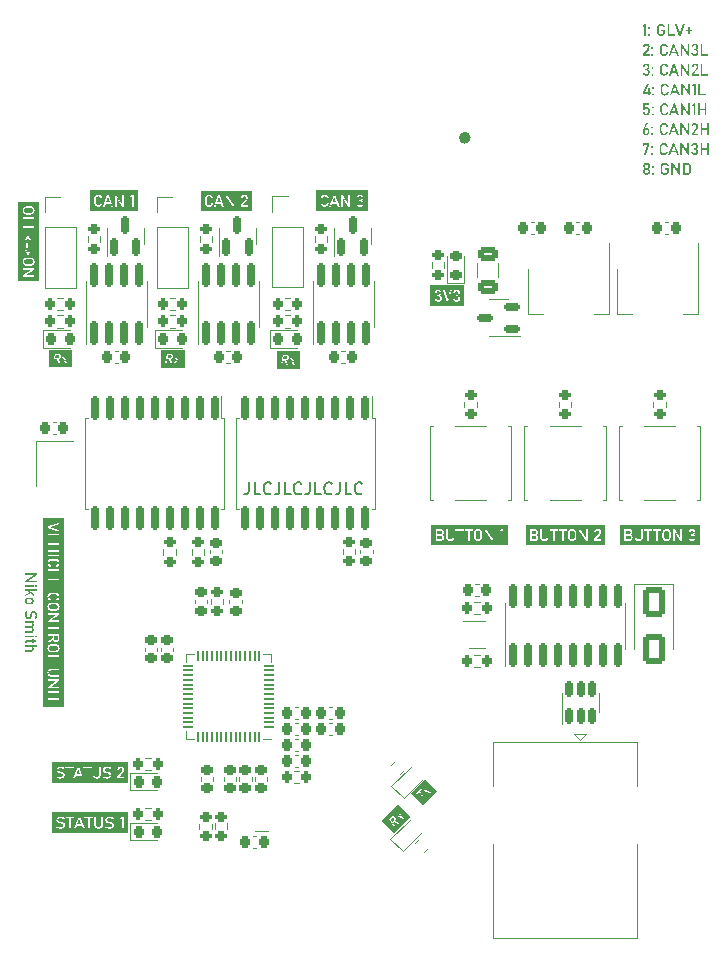
<source format=gbr>
%TF.GenerationSoftware,KiCad,Pcbnew,(7.0.0)*%
%TF.CreationDate,2023-06-27T20:49:59+12:00*%
%TF.ProjectId,VehicleVCU_PCB,56656869-636c-4655-9643-555f5043422e,rev?*%
%TF.SameCoordinates,Original*%
%TF.FileFunction,Legend,Top*%
%TF.FilePolarity,Positive*%
%FSLAX46Y46*%
G04 Gerber Fmt 4.6, Leading zero omitted, Abs format (unit mm)*
G04 Created by KiCad (PCBNEW (7.0.0)) date 2023-06-27 20:49:59*
%MOMM*%
%LPD*%
G01*
G04 APERTURE LIST*
G04 Aperture macros list*
%AMRoundRect*
0 Rectangle with rounded corners*
0 $1 Rounding radius*
0 $2 $3 $4 $5 $6 $7 $8 $9 X,Y pos of 4 corners*
0 Add a 4 corners polygon primitive as box body*
4,1,4,$2,$3,$4,$5,$6,$7,$8,$9,$2,$3,0*
0 Add four circle primitives for the rounded corners*
1,1,$1+$1,$2,$3*
1,1,$1+$1,$4,$5*
1,1,$1+$1,$6,$7*
1,1,$1+$1,$8,$9*
0 Add four rect primitives between the rounded corners*
20,1,$1+$1,$2,$3,$4,$5,0*
20,1,$1+$1,$4,$5,$6,$7,0*
20,1,$1+$1,$6,$7,$8,$9,0*
20,1,$1+$1,$8,$9,$2,$3,0*%
G04 Aperture macros list end*
%ADD10C,0.150000*%
%ADD11C,0.160000*%
%ADD12C,0.125000*%
%ADD13C,0.120000*%
%ADD14C,0.500000*%
%ADD15RoundRect,0.225000X-0.225000X-0.250000X0.225000X-0.250000X0.225000X0.250000X-0.225000X0.250000X0*%
%ADD16RoundRect,0.200000X0.200000X0.275000X-0.200000X0.275000X-0.200000X-0.275000X0.200000X-0.275000X0*%
%ADD17RoundRect,0.218750X0.218750X0.256250X-0.218750X0.256250X-0.218750X-0.256250X0.218750X-0.256250X0*%
%ADD18C,2.990000*%
%ADD19R,1.785000X1.785000*%
%ADD20C,1.785000*%
%ADD21R,0.850000X0.650000*%
%ADD22RoundRect,0.200000X-0.053033X0.335876X-0.335876X0.053033X0.053033X-0.335876X0.335876X-0.053033X0*%
%ADD23R,1.300000X1.550000*%
%ADD24R,0.650000X0.400000*%
%ADD25RoundRect,0.150000X-0.150000X0.875000X-0.150000X-0.875000X0.150000X-0.875000X0.150000X0.875000X0*%
%ADD26RoundRect,0.150000X0.150000X-0.825000X0.150000X0.825000X-0.150000X0.825000X-0.150000X-0.825000X0*%
%ADD27RoundRect,0.200000X-0.275000X0.200000X-0.275000X-0.200000X0.275000X-0.200000X0.275000X0.200000X0*%
%ADD28RoundRect,0.225000X0.250000X-0.225000X0.250000X0.225000X-0.250000X0.225000X-0.250000X-0.225000X0*%
%ADD29RoundRect,0.225000X-0.250000X0.225000X-0.250000X-0.225000X0.250000X-0.225000X0.250000X0.225000X0*%
%ADD30RoundRect,0.200000X0.275000X-0.200000X0.275000X0.200000X-0.275000X0.200000X-0.275000X-0.200000X0*%
%ADD31RoundRect,0.218750X-0.218750X-0.256250X0.218750X-0.256250X0.218750X0.256250X-0.218750X0.256250X0*%
%ADD32RoundRect,0.150000X0.150000X-0.587500X0.150000X0.587500X-0.150000X0.587500X-0.150000X-0.587500X0*%
%ADD33RoundRect,0.150000X0.512500X0.150000X-0.512500X0.150000X-0.512500X-0.150000X0.512500X-0.150000X0*%
%ADD34RoundRect,0.250000X-0.625000X0.375000X-0.625000X-0.375000X0.625000X-0.375000X0.625000X0.375000X0*%
%ADD35RoundRect,0.200000X-0.200000X-0.275000X0.200000X-0.275000X0.200000X0.275000X-0.200000X0.275000X0*%
%ADD36RoundRect,0.225000X0.225000X0.250000X-0.225000X0.250000X-0.225000X-0.250000X0.225000X-0.250000X0*%
%ADD37R,1.100000X1.300000*%
%ADD38RoundRect,0.218750X0.026517X-0.335876X0.335876X-0.026517X-0.026517X0.335876X-0.335876X0.026517X0*%
%ADD39R,1.500000X2.000000*%
%ADD40R,3.800000X2.000000*%
%ADD41RoundRect,0.150000X0.150000X-0.512500X0.150000X0.512500X-0.150000X0.512500X-0.150000X-0.512500X0*%
%ADD42RoundRect,0.250000X-0.650000X1.000000X-0.650000X-1.000000X0.650000X-1.000000X0.650000X1.000000X0*%
%ADD43R,1.700000X1.700000*%
%ADD44O,1.700000X1.700000*%
%ADD45R,1.600000X1.600000*%
%ADD46C,1.600000*%
%ADD47C,4.000000*%
%ADD48RoundRect,0.218750X0.256250X-0.218750X0.256250X0.218750X-0.256250X0.218750X-0.256250X-0.218750X0*%
%ADD49RoundRect,0.050000X0.387500X0.050000X-0.387500X0.050000X-0.387500X-0.050000X0.387500X-0.050000X0*%
%ADD50RoundRect,0.050000X0.050000X0.387500X-0.050000X0.387500X-0.050000X-0.387500X0.050000X-0.387500X0*%
%ADD51R,5.600000X5.600000*%
G04 APERTURE END LIST*
D10*
G36*
X125441241Y-131586020D02*
G01*
X125129733Y-131586020D01*
X125285555Y-131132705D01*
X125441241Y-131586020D01*
G37*
G36*
X129528325Y-132316578D02*
G01*
X123022374Y-132316578D01*
X123022374Y-131825134D01*
X123390231Y-131825134D01*
X123396365Y-131830240D01*
X123405669Y-131837699D01*
X123415098Y-131844917D01*
X123424651Y-131851896D01*
X123434329Y-131858633D01*
X123444132Y-131865130D01*
X123454058Y-131871387D01*
X123464110Y-131877404D01*
X123474286Y-131883180D01*
X123484586Y-131888715D01*
X123495011Y-131894010D01*
X123502036Y-131897376D01*
X123512698Y-131902225D01*
X123523511Y-131906833D01*
X123534474Y-131911201D01*
X123545588Y-131915328D01*
X123556851Y-131919215D01*
X123568265Y-131922861D01*
X123579829Y-131926268D01*
X123591543Y-131929433D01*
X123603408Y-131932358D01*
X123615423Y-131935043D01*
X123623542Y-131936699D01*
X123635828Y-131938983D01*
X123648243Y-131941027D01*
X123660787Y-131942830D01*
X123673459Y-131944393D01*
X123686260Y-131945715D01*
X123699191Y-131946797D01*
X123712249Y-131947639D01*
X123725437Y-131948240D01*
X123738754Y-131948600D01*
X123752199Y-131948721D01*
X123766598Y-131948588D01*
X123780729Y-131948190D01*
X123794594Y-131947527D01*
X123808192Y-131946599D01*
X123821522Y-131945405D01*
X123834585Y-131943947D01*
X123847381Y-131942223D01*
X123859910Y-131940233D01*
X123872172Y-131937979D01*
X123884166Y-131935459D01*
X123895894Y-131932674D01*
X123907354Y-131929624D01*
X123918547Y-131926309D01*
X123929473Y-131922728D01*
X123940132Y-131918882D01*
X123950524Y-131914771D01*
X123955615Y-131912619D01*
X123965570Y-131908133D01*
X123975221Y-131903404D01*
X123984569Y-131898434D01*
X123993614Y-131893221D01*
X124002355Y-131887765D01*
X124010793Y-131882067D01*
X124018928Y-131876127D01*
X124026759Y-131869945D01*
X124034286Y-131863520D01*
X124041510Y-131856853D01*
X124048431Y-131849944D01*
X124058244Y-131839125D01*
X124067373Y-131827762D01*
X124075821Y-131815853D01*
X124083546Y-131803439D01*
X124090512Y-131790562D01*
X124094734Y-131781720D01*
X124098618Y-131772671D01*
X124102164Y-131763417D01*
X124105373Y-131753956D01*
X124108244Y-131744289D01*
X124110777Y-131734417D01*
X124112972Y-131724338D01*
X124114830Y-131714053D01*
X124116350Y-131703562D01*
X124117532Y-131692865D01*
X124118376Y-131681962D01*
X124118883Y-131670852D01*
X124119052Y-131659537D01*
X124119052Y-131658072D01*
X124119012Y-131651976D01*
X124118693Y-131640027D01*
X124118056Y-131628402D01*
X124117100Y-131617102D01*
X124115825Y-131606127D01*
X124114232Y-131595475D01*
X124112320Y-131585149D01*
X124110089Y-131575146D01*
X124107540Y-131565468D01*
X124103119Y-131551559D01*
X124097980Y-131538380D01*
X124092125Y-131525931D01*
X124085552Y-131514211D01*
X124078263Y-131503222D01*
X124073086Y-131496261D01*
X124065028Y-131486277D01*
X124056617Y-131476844D01*
X124047854Y-131467959D01*
X124038740Y-131459624D01*
X124029273Y-131451839D01*
X124019454Y-131444603D01*
X124009283Y-131437917D01*
X123998760Y-131431781D01*
X123987885Y-131426194D01*
X123976658Y-131421156D01*
X123972828Y-131419575D01*
X123960984Y-131414913D01*
X123948613Y-131410370D01*
X123935714Y-131405948D01*
X123922287Y-131401646D01*
X123908331Y-131397465D01*
X123898734Y-131394744D01*
X123888902Y-131392076D01*
X123878836Y-131389462D01*
X123868535Y-131386901D01*
X123857999Y-131384394D01*
X123847228Y-131381940D01*
X123836223Y-131379539D01*
X123824983Y-131377192D01*
X123817412Y-131375971D01*
X123810084Y-131374506D01*
X123804711Y-131373529D01*
X123799582Y-131372308D01*
X123785361Y-131369520D01*
X123771733Y-131366746D01*
X123758697Y-131363985D01*
X123746253Y-131361237D01*
X123734402Y-131358501D01*
X123723143Y-131355778D01*
X123712477Y-131353068D01*
X123702404Y-131350372D01*
X123689894Y-131346796D01*
X123678438Y-131343243D01*
X123667733Y-131339461D01*
X123657478Y-131335198D01*
X123647674Y-131330454D01*
X123638321Y-131325230D01*
X123629417Y-131319524D01*
X123620964Y-131313338D01*
X123612961Y-131306671D01*
X123605409Y-131299523D01*
X123598597Y-131291791D01*
X123592693Y-131283373D01*
X123587697Y-131274267D01*
X123583610Y-131264474D01*
X123580431Y-131253995D01*
X123578161Y-131242828D01*
X123576798Y-131230975D01*
X123576344Y-131218435D01*
X123576344Y-131217946D01*
X123576565Y-131208707D01*
X123577727Y-131195349D01*
X123579886Y-131182592D01*
X123583040Y-131170436D01*
X123587190Y-131158881D01*
X123592336Y-131147928D01*
X123598478Y-131137575D01*
X123605617Y-131127823D01*
X123613751Y-131118673D01*
X123622882Y-131110123D01*
X123633008Y-131102175D01*
X123644034Y-131094842D01*
X123655863Y-131088230D01*
X123668495Y-131082340D01*
X123681929Y-131077171D01*
X123691332Y-131074125D01*
X123701091Y-131071400D01*
X123711207Y-131068996D01*
X123721680Y-131066912D01*
X123732510Y-131065149D01*
X123743696Y-131063707D01*
X123755239Y-131062585D01*
X123767140Y-131061783D01*
X123779397Y-131061302D01*
X123792010Y-131061142D01*
X123799153Y-131061224D01*
X123809859Y-131061655D01*
X123820556Y-131062455D01*
X123831245Y-131063624D01*
X123841926Y-131065163D01*
X123852597Y-131067070D01*
X123863261Y-131069347D01*
X123873915Y-131071993D01*
X123884561Y-131075009D01*
X123895199Y-131078393D01*
X123905828Y-131082147D01*
X123912912Y-131084855D01*
X123923541Y-131089224D01*
X123934175Y-131093962D01*
X123944813Y-131099070D01*
X123955456Y-131104547D01*
X123966102Y-131110393D01*
X123976753Y-131116608D01*
X123987409Y-131123193D01*
X123998068Y-131130147D01*
X124008732Y-131137470D01*
X124019401Y-131145162D01*
X124099268Y-131033787D01*
X124093155Y-131029438D01*
X124083961Y-131023094D01*
X124074737Y-131016965D01*
X124065483Y-131011050D01*
X124056198Y-131005350D01*
X124046884Y-130999864D01*
X124037539Y-130994594D01*
X124028165Y-130989538D01*
X124018760Y-130984696D01*
X124009326Y-130980069D01*
X123999861Y-130975657D01*
X123993565Y-130972831D01*
X123984096Y-130968757D01*
X123974597Y-130964880D01*
X123965068Y-130961201D01*
X123955509Y-130957719D01*
X123945920Y-130954434D01*
X123936301Y-130951347D01*
X123926651Y-130948458D01*
X123916972Y-130945766D01*
X123907263Y-130943272D01*
X123897523Y-130940975D01*
X123891947Y-130939753D01*
X124176449Y-130939753D01*
X124176449Y-131072866D01*
X124458793Y-131072866D01*
X124458793Y-131938463D01*
X124598745Y-131938463D01*
X124857642Y-131938463D01*
X125008584Y-131938463D01*
X125083893Y-131719377D01*
X125487041Y-131719377D01*
X125562283Y-131938463D01*
X125713469Y-131938463D01*
X125345151Y-130939753D01*
X125694662Y-130939753D01*
X125694662Y-131072866D01*
X125977007Y-131072866D01*
X125977007Y-131938463D01*
X126116958Y-131938463D01*
X126116958Y-131072866D01*
X126399303Y-131072866D01*
X126399303Y-130939753D01*
X126492359Y-130939753D01*
X126492359Y-131577227D01*
X126492521Y-131591780D01*
X126493004Y-131606067D01*
X126493810Y-131620089D01*
X126494939Y-131633846D01*
X126496390Y-131647337D01*
X126498164Y-131660564D01*
X126500260Y-131673525D01*
X126502679Y-131686221D01*
X126505420Y-131698651D01*
X126508483Y-131710817D01*
X126511869Y-131722717D01*
X126515578Y-131734352D01*
X126519609Y-131745722D01*
X126523962Y-131756826D01*
X126528638Y-131767665D01*
X126533636Y-131778239D01*
X126538942Y-131788495D01*
X126544540Y-131798443D01*
X126550429Y-131808081D01*
X126556610Y-131817410D01*
X126563084Y-131826429D01*
X126569849Y-131835140D01*
X126576906Y-131843542D01*
X126584256Y-131851634D01*
X126591897Y-131859418D01*
X126599830Y-131866892D01*
X126608055Y-131874057D01*
X126616572Y-131880913D01*
X126625381Y-131887460D01*
X126634482Y-131893697D01*
X126643875Y-131899626D01*
X126653560Y-131905245D01*
X126663514Y-131910510D01*
X126673717Y-131915435D01*
X126684168Y-131920020D01*
X126694867Y-131924266D01*
X126705814Y-131928172D01*
X126717009Y-131931738D01*
X126728452Y-131934965D01*
X126740144Y-131937852D01*
X126752083Y-131940399D01*
X126764270Y-131942607D01*
X126776706Y-131944475D01*
X126789389Y-131946003D01*
X126802321Y-131947192D01*
X126815500Y-131948041D01*
X126828928Y-131948551D01*
X126842604Y-131948721D01*
X126856399Y-131948551D01*
X126869940Y-131948041D01*
X126883227Y-131947192D01*
X126896261Y-131946003D01*
X126909041Y-131944475D01*
X126921567Y-131942607D01*
X126933839Y-131940399D01*
X126945857Y-131937852D01*
X126957622Y-131934965D01*
X126969133Y-131931738D01*
X126980390Y-131928172D01*
X126991393Y-131924266D01*
X127002143Y-131920020D01*
X127012639Y-131915435D01*
X127022881Y-131910510D01*
X127032869Y-131905245D01*
X127042612Y-131899626D01*
X127052057Y-131893697D01*
X127061205Y-131887460D01*
X127070055Y-131880913D01*
X127078607Y-131874057D01*
X127086862Y-131866892D01*
X127094819Y-131859418D01*
X127102478Y-131851634D01*
X127109840Y-131843542D01*
X127116904Y-131835140D01*
X127123670Y-131826429D01*
X127124599Y-131825134D01*
X127334264Y-131825134D01*
X127340398Y-131830240D01*
X127349703Y-131837699D01*
X127359131Y-131844917D01*
X127368685Y-131851896D01*
X127378363Y-131858633D01*
X127388165Y-131865130D01*
X127398092Y-131871387D01*
X127408143Y-131877404D01*
X127418319Y-131883180D01*
X127428620Y-131888715D01*
X127439045Y-131894010D01*
X127446069Y-131897376D01*
X127456732Y-131902225D01*
X127467545Y-131906833D01*
X127478508Y-131911201D01*
X127489621Y-131915328D01*
X127500885Y-131919215D01*
X127512298Y-131922861D01*
X127523862Y-131926268D01*
X127535577Y-131929433D01*
X127547441Y-131932358D01*
X127559456Y-131935043D01*
X127567576Y-131936699D01*
X127579862Y-131938983D01*
X127592276Y-131941027D01*
X127604820Y-131942830D01*
X127617493Y-131944393D01*
X127630294Y-131945715D01*
X127643224Y-131946797D01*
X127656283Y-131947639D01*
X127669471Y-131948240D01*
X127682787Y-131948600D01*
X127696232Y-131948721D01*
X127710631Y-131948588D01*
X127724763Y-131948190D01*
X127738628Y-131947527D01*
X127752225Y-131946599D01*
X127765555Y-131945405D01*
X127778619Y-131943947D01*
X127791415Y-131942223D01*
X127803943Y-131940233D01*
X127816205Y-131937979D01*
X127828200Y-131935459D01*
X127839927Y-131932674D01*
X127851388Y-131929624D01*
X127862581Y-131926309D01*
X127873507Y-131922728D01*
X127884166Y-131918882D01*
X127894558Y-131914771D01*
X127899649Y-131912619D01*
X127909604Y-131908133D01*
X127919255Y-131903404D01*
X127928603Y-131898434D01*
X127937648Y-131893221D01*
X127946389Y-131887765D01*
X127954827Y-131882067D01*
X127962961Y-131876127D01*
X127970792Y-131869945D01*
X127978320Y-131863520D01*
X127985544Y-131856853D01*
X127992465Y-131849944D01*
X128002277Y-131839125D01*
X128011407Y-131827762D01*
X128019854Y-131815853D01*
X128027580Y-131803439D01*
X128034546Y-131790562D01*
X128038768Y-131781720D01*
X128042652Y-131772671D01*
X128046198Y-131763417D01*
X128049407Y-131753956D01*
X128052277Y-131744289D01*
X128054810Y-131734417D01*
X128057006Y-131724338D01*
X128058863Y-131714053D01*
X128060383Y-131703562D01*
X128061565Y-131692865D01*
X128062410Y-131681962D01*
X128062916Y-131670852D01*
X128063085Y-131659537D01*
X128063085Y-131658072D01*
X128063045Y-131651976D01*
X128062727Y-131640027D01*
X128062089Y-131628402D01*
X128061133Y-131617102D01*
X128059859Y-131606127D01*
X128058265Y-131595475D01*
X128056353Y-131585149D01*
X128054123Y-131575146D01*
X128051573Y-131565468D01*
X128047152Y-131551559D01*
X128042014Y-131538380D01*
X128036158Y-131525931D01*
X128029586Y-131514211D01*
X128022297Y-131503222D01*
X128017120Y-131496261D01*
X128009061Y-131486277D01*
X128000651Y-131476844D01*
X127991888Y-131467959D01*
X127982773Y-131459624D01*
X127973306Y-131451839D01*
X127963487Y-131444603D01*
X127953317Y-131437917D01*
X127942794Y-131431781D01*
X127931919Y-131426194D01*
X127920692Y-131421156D01*
X127916861Y-131419575D01*
X127905018Y-131414913D01*
X127892647Y-131410370D01*
X127879747Y-131405948D01*
X127866320Y-131401646D01*
X127852365Y-131397465D01*
X127842768Y-131394744D01*
X127832936Y-131392076D01*
X127822869Y-131389462D01*
X127812568Y-131386901D01*
X127802032Y-131384394D01*
X127791262Y-131381940D01*
X127780257Y-131379539D01*
X127769017Y-131377192D01*
X127761445Y-131375971D01*
X127754118Y-131374506D01*
X127748745Y-131373529D01*
X127743615Y-131372308D01*
X127729395Y-131369520D01*
X127715766Y-131366746D01*
X127702730Y-131363985D01*
X127690287Y-131361237D01*
X127678436Y-131358501D01*
X127667177Y-131355778D01*
X127656511Y-131353068D01*
X127646437Y-131350372D01*
X127633928Y-131346796D01*
X127622471Y-131343243D01*
X127611766Y-131339461D01*
X127601512Y-131335198D01*
X127591708Y-131330454D01*
X127582354Y-131325230D01*
X127573451Y-131319524D01*
X127564998Y-131313338D01*
X127556995Y-131306671D01*
X127549442Y-131299523D01*
X127542630Y-131291791D01*
X127536726Y-131283373D01*
X127531731Y-131274267D01*
X127527644Y-131264474D01*
X127524465Y-131253995D01*
X127522194Y-131242828D01*
X127520832Y-131230975D01*
X127520377Y-131218435D01*
X127520377Y-131217946D01*
X127520599Y-131208707D01*
X127521240Y-131201338D01*
X128584788Y-131201338D01*
X128729868Y-131201338D01*
X128729868Y-131200605D01*
X128730416Y-131196513D01*
X128732402Y-131184588D01*
X128734904Y-131173191D01*
X128737920Y-131162323D01*
X128741452Y-131151982D01*
X128745500Y-131142170D01*
X128750062Y-131132885D01*
X128755140Y-131124129D01*
X128760732Y-131115901D01*
X128766840Y-131108201D01*
X128775786Y-131098756D01*
X128780609Y-131094378D01*
X128790798Y-131086471D01*
X128801713Y-131079693D01*
X128813352Y-131074045D01*
X128822558Y-131070550D01*
X128832171Y-131067691D01*
X128842193Y-131065467D01*
X128852622Y-131063878D01*
X128863459Y-131062925D01*
X128874704Y-131062608D01*
X128878720Y-131062640D01*
X128890420Y-131063123D01*
X128901595Y-131064185D01*
X128912247Y-131065828D01*
X128922375Y-131068049D01*
X128931979Y-131070851D01*
X128943970Y-131075488D01*
X128955029Y-131081155D01*
X128965158Y-131087852D01*
X128974355Y-131095580D01*
X128982598Y-131104243D01*
X128989742Y-131113746D01*
X128995787Y-131124088D01*
X129000733Y-131135270D01*
X129004580Y-131147291D01*
X129006744Y-131156858D01*
X129008290Y-131166897D01*
X129009217Y-131177409D01*
X129009526Y-131188393D01*
X129009526Y-131189614D01*
X129009378Y-131196626D01*
X129008473Y-131208543D01*
X129007156Y-131218282D01*
X129005313Y-131228204D01*
X129002943Y-131238310D01*
X129000046Y-131248599D01*
X128996623Y-131259070D01*
X128992673Y-131269726D01*
X128988250Y-131280423D01*
X128983407Y-131291021D01*
X128978145Y-131301519D01*
X128972462Y-131311919D01*
X128966360Y-131322219D01*
X128959838Y-131332420D01*
X128952896Y-131342521D01*
X128945534Y-131352524D01*
X128597244Y-131816830D01*
X128597244Y-131938463D01*
X129160468Y-131938463D01*
X129160468Y-131805106D01*
X128782625Y-131805106D01*
X129071808Y-131412363D01*
X129076656Y-131405631D01*
X129083673Y-131395476D01*
X129090386Y-131385252D01*
X129096794Y-131374960D01*
X129102897Y-131364599D01*
X129108695Y-131354169D01*
X129114188Y-131343670D01*
X129119376Y-131333103D01*
X129124260Y-131322467D01*
X129128839Y-131311762D01*
X129133113Y-131300989D01*
X129135775Y-131293802D01*
X129139446Y-131283089D01*
X129142730Y-131272458D01*
X129145628Y-131261909D01*
X129148140Y-131251441D01*
X129150265Y-131241054D01*
X129152004Y-131230750D01*
X129153356Y-131220527D01*
X129154322Y-131210385D01*
X129154902Y-131200325D01*
X129155095Y-131190347D01*
X129155095Y-131189614D01*
X129155063Y-131184493D01*
X129154805Y-131174391D01*
X129154290Y-131164476D01*
X129153034Y-131149955D01*
X129151199Y-131135854D01*
X129148784Y-131122174D01*
X129145789Y-131108915D01*
X129142215Y-131096077D01*
X129138061Y-131083659D01*
X129133328Y-131071662D01*
X129128015Y-131060086D01*
X129122122Y-131048930D01*
X129117882Y-131041742D01*
X129111079Y-131031368D01*
X129103743Y-131021483D01*
X129095875Y-131012088D01*
X129087474Y-131003182D01*
X129078541Y-130994766D01*
X129069076Y-130986839D01*
X129059078Y-130979401D01*
X129048548Y-130972453D01*
X129037485Y-130965995D01*
X129025890Y-130960026D01*
X129021911Y-130958132D01*
X129009671Y-130952813D01*
X128996976Y-130948034D01*
X128983825Y-130943797D01*
X128970220Y-130940100D01*
X128956159Y-130936945D01*
X128946532Y-130935142D01*
X128936704Y-130933579D01*
X128926672Y-130932256D01*
X128916439Y-130931174D01*
X128906003Y-130930333D01*
X128895365Y-130929732D01*
X128884525Y-130929371D01*
X128873483Y-130929251D01*
X128863664Y-130929376D01*
X128849206Y-130930032D01*
X128835076Y-130931251D01*
X128821271Y-130933032D01*
X128807793Y-130935375D01*
X128794641Y-130938281D01*
X128781815Y-130941749D01*
X128769316Y-130945780D01*
X128757143Y-130950373D01*
X128745296Y-130955529D01*
X128733776Y-130961247D01*
X128726322Y-130965359D01*
X128715466Y-130971949D01*
X128705001Y-130979046D01*
X128694927Y-130986650D01*
X128685243Y-130994760D01*
X128675950Y-131003376D01*
X128667048Y-131012500D01*
X128658537Y-131022130D01*
X128650416Y-131032266D01*
X128642686Y-131042909D01*
X128635346Y-131054059D01*
X128628427Y-131065681D01*
X128621959Y-131077741D01*
X128615942Y-131090239D01*
X128610376Y-131103175D01*
X128605261Y-131116549D01*
X128600596Y-131130360D01*
X128597737Y-131139811D01*
X128595077Y-131149457D01*
X128592619Y-131159297D01*
X128590361Y-131169332D01*
X128588303Y-131179562D01*
X128586445Y-131189986D01*
X128584788Y-131200605D01*
X128584788Y-131201338D01*
X127521240Y-131201338D01*
X127521761Y-131195349D01*
X127523919Y-131182592D01*
X127527073Y-131170436D01*
X127531223Y-131158881D01*
X127536370Y-131147928D01*
X127542512Y-131137575D01*
X127549650Y-131127823D01*
X127557785Y-131118673D01*
X127566915Y-131110123D01*
X127577042Y-131102175D01*
X127588068Y-131094842D01*
X127599897Y-131088230D01*
X127612528Y-131082340D01*
X127625963Y-131077171D01*
X127635365Y-131074125D01*
X127645125Y-131071400D01*
X127655241Y-131068996D01*
X127665713Y-131066912D01*
X127676543Y-131065149D01*
X127687730Y-131063707D01*
X127699273Y-131062585D01*
X127711173Y-131061783D01*
X127723430Y-131061302D01*
X127736044Y-131061142D01*
X127743186Y-131061224D01*
X127753892Y-131061655D01*
X127764590Y-131062455D01*
X127775279Y-131063624D01*
X127785959Y-131065163D01*
X127796631Y-131067070D01*
X127807294Y-131069347D01*
X127817949Y-131071993D01*
X127828595Y-131075009D01*
X127839232Y-131078393D01*
X127849861Y-131082147D01*
X127856945Y-131084855D01*
X127867575Y-131089224D01*
X127878209Y-131093962D01*
X127888847Y-131099070D01*
X127899489Y-131104547D01*
X127910136Y-131110393D01*
X127920787Y-131116608D01*
X127931442Y-131123193D01*
X127942102Y-131130147D01*
X127952766Y-131137470D01*
X127963434Y-131145162D01*
X128043301Y-131033787D01*
X128037189Y-131029438D01*
X128027995Y-131023094D01*
X128018770Y-131016965D01*
X128009516Y-131011050D01*
X128000232Y-131005350D01*
X127990917Y-130999864D01*
X127981573Y-130994594D01*
X127972198Y-130989538D01*
X127962794Y-130984696D01*
X127953359Y-130980069D01*
X127943895Y-130975657D01*
X127937599Y-130972831D01*
X127928130Y-130968757D01*
X127918631Y-130964880D01*
X127909102Y-130961201D01*
X127899543Y-130957719D01*
X127889953Y-130954434D01*
X127880334Y-130951347D01*
X127870685Y-130948458D01*
X127861006Y-130945766D01*
X127851296Y-130943272D01*
X127841557Y-130940975D01*
X127835077Y-130939555D01*
X127825328Y-130937597D01*
X127815545Y-130935846D01*
X127805728Y-130934300D01*
X127795876Y-130932960D01*
X127785990Y-130931827D01*
X127776069Y-130930900D01*
X127766114Y-130930178D01*
X127756125Y-130929663D01*
X127746102Y-130929354D01*
X127736044Y-130929251D01*
X127722187Y-130929386D01*
X127708582Y-130929789D01*
X127695229Y-130930462D01*
X127682127Y-130931403D01*
X127669278Y-130932614D01*
X127656680Y-130934094D01*
X127644335Y-130935843D01*
X127632241Y-130937861D01*
X127620399Y-130940148D01*
X127608809Y-130942703D01*
X127597470Y-130945529D01*
X127586384Y-130948623D01*
X127575550Y-130951986D01*
X127564967Y-130955618D01*
X127554636Y-130959519D01*
X127544558Y-130963689D01*
X127539618Y-130965872D01*
X127529961Y-130970421D01*
X127520600Y-130975215D01*
X127511534Y-130980252D01*
X127502764Y-130985534D01*
X127494290Y-130991060D01*
X127486112Y-130996830D01*
X127478229Y-131002844D01*
X127470642Y-131009103D01*
X127459817Y-131018949D01*
X127449657Y-131029345D01*
X127440162Y-131040290D01*
X127431333Y-131051785D01*
X127423169Y-131063829D01*
X127415749Y-131076342D01*
X127409058Y-131089337D01*
X127405003Y-131098267D01*
X127401273Y-131107411D01*
X127397867Y-131116769D01*
X127394785Y-131126340D01*
X127392028Y-131136125D01*
X127389595Y-131146123D01*
X127387486Y-131156336D01*
X127385702Y-131166762D01*
X127384243Y-131177402D01*
X127383107Y-131188255D01*
X127382296Y-131199323D01*
X127381810Y-131210604D01*
X127381648Y-131222098D01*
X127381648Y-131222587D01*
X127381691Y-131229149D01*
X127382040Y-131241991D01*
X127382739Y-131254455D01*
X127383786Y-131266541D01*
X127385183Y-131278250D01*
X127386929Y-131289580D01*
X127389024Y-131300533D01*
X127391469Y-131311108D01*
X127394262Y-131321305D01*
X127397405Y-131331125D01*
X127400897Y-131340566D01*
X127404738Y-131349630D01*
X127411154Y-131362517D01*
X127418356Y-131374554D01*
X127426344Y-131385741D01*
X127432002Y-131392776D01*
X127440753Y-131402807D01*
X127449822Y-131412211D01*
X127459208Y-131420988D01*
X127468913Y-131429138D01*
X127478935Y-131436661D01*
X127489275Y-131443558D01*
X127499932Y-131449827D01*
X127510907Y-131455470D01*
X127522200Y-131460486D01*
X127533811Y-131464876D01*
X127537786Y-131466215D01*
X127550145Y-131470184D01*
X127563156Y-131474080D01*
X127576820Y-131477903D01*
X127586293Y-131480412D01*
X127596055Y-131482888D01*
X127606107Y-131485331D01*
X127616449Y-131487742D01*
X127627081Y-131490120D01*
X127638003Y-131492466D01*
X127649216Y-131494780D01*
X127660718Y-131497061D01*
X127672510Y-131499310D01*
X127684593Y-131501526D01*
X127696965Y-131503710D01*
X127707223Y-131505664D01*
X127711620Y-131506397D01*
X127716260Y-131507130D01*
X127728772Y-131509443D01*
X127740847Y-131511804D01*
X127752483Y-131514211D01*
X127763682Y-131516667D01*
X127774442Y-131519169D01*
X127784765Y-131521718D01*
X127794649Y-131524315D01*
X127804096Y-131526959D01*
X127816011Y-131530558D01*
X127827147Y-131534241D01*
X127837645Y-131538156D01*
X127847648Y-131542575D01*
X127857154Y-131547498D01*
X127866164Y-131552925D01*
X127874678Y-131558856D01*
X127882696Y-131565290D01*
X127890218Y-131572228D01*
X127897244Y-131579670D01*
X127903598Y-131587638D01*
X127909105Y-131596278D01*
X127913765Y-131605590D01*
X127917577Y-131615573D01*
X127920543Y-131626229D01*
X127922661Y-131637555D01*
X127923932Y-131649554D01*
X127924355Y-131662224D01*
X127924355Y-131662957D01*
X127924121Y-131672016D01*
X127922894Y-131685120D01*
X127920615Y-131697639D01*
X127917284Y-131709575D01*
X127912902Y-131720926D01*
X127907467Y-131731694D01*
X127900980Y-131741878D01*
X127893442Y-131751477D01*
X127884852Y-131760493D01*
X127875210Y-131768926D01*
X127864516Y-131776774D01*
X127856874Y-131781624D01*
X127844694Y-131788313D01*
X127831650Y-131794298D01*
X127822474Y-131797897D01*
X127812916Y-131801183D01*
X127802973Y-131804156D01*
X127792647Y-131806816D01*
X127781938Y-131809163D01*
X127770845Y-131811197D01*
X127759368Y-131812918D01*
X127747508Y-131814326D01*
X127735264Y-131815421D01*
X127722637Y-131816204D01*
X127709627Y-131816673D01*
X127696232Y-131816830D01*
X127691222Y-131816805D01*
X127681269Y-131816613D01*
X127671407Y-131816227D01*
X127656787Y-131815288D01*
X127642373Y-131813915D01*
X127628165Y-131812108D01*
X127614163Y-131809867D01*
X127600367Y-131807193D01*
X127586777Y-131804086D01*
X127573393Y-131800544D01*
X127560216Y-131796570D01*
X127547244Y-131792161D01*
X127538710Y-131788980D01*
X127526077Y-131783844D01*
X127513646Y-131778270D01*
X127501416Y-131772258D01*
X127489388Y-131765808D01*
X127477562Y-131758920D01*
X127465938Y-131751594D01*
X127454516Y-131743830D01*
X127443295Y-131735628D01*
X127432276Y-131726989D01*
X127421459Y-131717911D01*
X127334264Y-131825134D01*
X127124599Y-131825134D01*
X127130138Y-131817410D01*
X127136309Y-131808081D01*
X127142183Y-131798443D01*
X127147758Y-131788495D01*
X127153036Y-131778239D01*
X127158035Y-131767665D01*
X127162711Y-131756826D01*
X127167064Y-131745722D01*
X127171095Y-131734352D01*
X127174803Y-131722717D01*
X127178189Y-131710817D01*
X127181253Y-131698651D01*
X127183994Y-131686221D01*
X127186413Y-131673525D01*
X127188509Y-131660564D01*
X127190282Y-131647337D01*
X127191733Y-131633846D01*
X127192862Y-131620089D01*
X127193668Y-131606067D01*
X127194152Y-131591780D01*
X127194313Y-131577227D01*
X127194313Y-130939753D01*
X127054362Y-130939753D01*
X127054362Y-131581868D01*
X127054146Y-131595322D01*
X127053496Y-131608391D01*
X127052413Y-131621075D01*
X127050897Y-131633373D01*
X127048948Y-131645285D01*
X127046565Y-131656812D01*
X127043750Y-131667954D01*
X127040501Y-131678710D01*
X127036820Y-131689081D01*
X127032705Y-131699066D01*
X127028157Y-131708666D01*
X127023175Y-131717881D01*
X127017761Y-131726710D01*
X127011913Y-131735153D01*
X127005633Y-131743211D01*
X126998919Y-131750884D01*
X126991840Y-131758130D01*
X126984402Y-131764909D01*
X126976605Y-131771220D01*
X126968450Y-131777064D01*
X126959936Y-131782440D01*
X126951063Y-131787349D01*
X126941831Y-131791790D01*
X126932241Y-131795764D01*
X126922292Y-131799270D01*
X126911984Y-131802309D01*
X126901317Y-131804880D01*
X126890292Y-131806984D01*
X126878908Y-131808620D01*
X126867165Y-131809788D01*
X126855064Y-131810490D01*
X126842604Y-131810723D01*
X126830263Y-131810490D01*
X126818275Y-131809788D01*
X126806640Y-131808620D01*
X126795358Y-131806984D01*
X126784429Y-131804880D01*
X126773853Y-131802309D01*
X126763630Y-131799270D01*
X126753760Y-131795764D01*
X126744243Y-131791790D01*
X126735079Y-131787349D01*
X126726269Y-131782440D01*
X126717811Y-131777064D01*
X126709706Y-131771220D01*
X126701954Y-131764909D01*
X126694555Y-131758130D01*
X126687509Y-131750884D01*
X126680855Y-131743211D01*
X126674629Y-131735153D01*
X126668833Y-131726710D01*
X126663467Y-131717881D01*
X126658529Y-131708666D01*
X126654021Y-131699066D01*
X126649943Y-131689081D01*
X126646293Y-131678710D01*
X126643073Y-131667954D01*
X126640283Y-131656812D01*
X126637921Y-131645285D01*
X126635989Y-131633373D01*
X126634487Y-131621075D01*
X126633413Y-131608391D01*
X126632769Y-131595322D01*
X126632555Y-131581868D01*
X126632555Y-130939753D01*
X126492359Y-130939753D01*
X126399303Y-130939753D01*
X125694662Y-130939753D01*
X125345151Y-130939753D01*
X125225716Y-130939753D01*
X124857642Y-131938463D01*
X124598745Y-131938463D01*
X124598745Y-131072866D01*
X124881089Y-131072866D01*
X124881089Y-130939753D01*
X124176449Y-130939753D01*
X123891947Y-130939753D01*
X123891043Y-130939555D01*
X123881295Y-130937597D01*
X123871511Y-130935846D01*
X123861694Y-130934300D01*
X123851842Y-130932960D01*
X123841956Y-130931827D01*
X123832036Y-130930900D01*
X123822081Y-130930178D01*
X123812092Y-130929663D01*
X123802068Y-130929354D01*
X123792010Y-130929251D01*
X123778153Y-130929386D01*
X123764548Y-130929789D01*
X123751195Y-130930462D01*
X123738094Y-130931403D01*
X123725244Y-130932614D01*
X123712647Y-130934094D01*
X123700301Y-130935843D01*
X123688207Y-130937861D01*
X123676365Y-130940148D01*
X123664775Y-130942703D01*
X123653437Y-130945529D01*
X123642351Y-130948623D01*
X123631516Y-130951986D01*
X123620934Y-130955618D01*
X123610603Y-130959519D01*
X123600524Y-130963689D01*
X123595585Y-130965872D01*
X123585927Y-130970421D01*
X123576566Y-130975215D01*
X123567500Y-130980252D01*
X123558731Y-130985534D01*
X123550257Y-130991060D01*
X123542078Y-130996830D01*
X123534196Y-131002844D01*
X123526609Y-131009103D01*
X123515783Y-131018949D01*
X123505623Y-131029345D01*
X123496128Y-131040290D01*
X123487299Y-131051785D01*
X123479135Y-131063829D01*
X123471715Y-131076342D01*
X123465025Y-131089337D01*
X123460970Y-131098267D01*
X123457239Y-131107411D01*
X123453833Y-131116769D01*
X123450752Y-131126340D01*
X123447994Y-131136125D01*
X123445561Y-131146123D01*
X123443453Y-131156336D01*
X123441669Y-131166762D01*
X123440209Y-131177402D01*
X123439074Y-131188255D01*
X123438263Y-131199323D01*
X123437776Y-131210604D01*
X123437614Y-131222098D01*
X123437614Y-131222587D01*
X123437658Y-131229149D01*
X123438007Y-131241991D01*
X123438705Y-131254455D01*
X123439753Y-131266541D01*
X123441150Y-131278250D01*
X123442896Y-131289580D01*
X123444991Y-131300533D01*
X123447435Y-131311108D01*
X123450229Y-131321305D01*
X123453371Y-131331125D01*
X123456863Y-131340566D01*
X123460704Y-131349630D01*
X123467121Y-131362517D01*
X123474323Y-131374554D01*
X123482310Y-131385741D01*
X123487968Y-131392776D01*
X123496719Y-131402807D01*
X123505788Y-131412211D01*
X123515175Y-131420988D01*
X123524879Y-131429138D01*
X123534901Y-131436661D01*
X123545241Y-131443558D01*
X123555899Y-131449827D01*
X123566874Y-131455470D01*
X123578167Y-131460486D01*
X123589777Y-131464876D01*
X123593752Y-131466215D01*
X123606111Y-131470184D01*
X123619123Y-131474080D01*
X123632787Y-131477903D01*
X123642259Y-131480412D01*
X123652021Y-131482888D01*
X123662073Y-131485331D01*
X123672415Y-131487742D01*
X123683048Y-131490120D01*
X123693970Y-131492466D01*
X123705182Y-131494780D01*
X123716684Y-131497061D01*
X123728477Y-131499310D01*
X123740559Y-131501526D01*
X123752932Y-131503710D01*
X123763190Y-131505664D01*
X123767586Y-131506397D01*
X123772227Y-131507130D01*
X123784739Y-131509443D01*
X123796813Y-131511804D01*
X123808450Y-131514211D01*
X123819648Y-131516667D01*
X123830409Y-131519169D01*
X123840731Y-131521718D01*
X123850616Y-131524315D01*
X123860063Y-131526959D01*
X123871977Y-131530558D01*
X123883113Y-131534241D01*
X123893612Y-131538156D01*
X123903614Y-131542575D01*
X123913121Y-131547498D01*
X123922131Y-131552925D01*
X123930645Y-131558856D01*
X123938663Y-131565290D01*
X123946185Y-131572228D01*
X123953211Y-131579670D01*
X123959565Y-131587638D01*
X123965072Y-131596278D01*
X123969731Y-131605590D01*
X123973544Y-131615573D01*
X123976509Y-131626229D01*
X123978627Y-131637555D01*
X123979898Y-131649554D01*
X123980322Y-131662224D01*
X123980322Y-131662957D01*
X123980088Y-131672016D01*
X123978861Y-131685120D01*
X123976582Y-131697639D01*
X123973251Y-131709575D01*
X123968868Y-131720926D01*
X123963433Y-131731694D01*
X123956947Y-131741878D01*
X123949408Y-131751477D01*
X123940818Y-131760493D01*
X123931176Y-131768926D01*
X123920482Y-131776774D01*
X123912841Y-131781624D01*
X123900660Y-131788313D01*
X123887616Y-131794298D01*
X123878441Y-131797897D01*
X123868882Y-131801183D01*
X123858940Y-131804156D01*
X123848614Y-131806816D01*
X123837904Y-131809163D01*
X123826811Y-131811197D01*
X123815335Y-131812918D01*
X123803475Y-131814326D01*
X123791231Y-131815421D01*
X123778604Y-131816204D01*
X123765593Y-131816673D01*
X123752199Y-131816830D01*
X123747188Y-131816805D01*
X123737235Y-131816613D01*
X123727374Y-131816227D01*
X123712754Y-131815288D01*
X123698339Y-131813915D01*
X123684131Y-131812108D01*
X123670129Y-131809867D01*
X123656334Y-131807193D01*
X123642744Y-131804086D01*
X123629360Y-131800544D01*
X123616182Y-131796570D01*
X123603211Y-131792161D01*
X123594677Y-131788980D01*
X123582043Y-131783844D01*
X123569612Y-131778270D01*
X123557382Y-131772258D01*
X123545355Y-131765808D01*
X123533529Y-131758920D01*
X123521905Y-131751594D01*
X123510482Y-131743830D01*
X123499262Y-131735628D01*
X123488243Y-131726989D01*
X123477426Y-131717911D01*
X123390231Y-131825134D01*
X123022374Y-131825134D01*
X123022374Y-130561394D01*
X129528325Y-130561394D01*
X129528325Y-132316578D01*
G37*
G36*
X121778709Y-114585394D02*
G01*
X121778709Y-114712645D01*
X121006657Y-115200886D01*
X120988827Y-115184522D01*
X121778709Y-115184522D01*
X121778709Y-115323252D01*
X120780732Y-115323252D01*
X120780732Y-115194780D01*
X121541060Y-114707760D01*
X121558890Y-114724124D01*
X120780732Y-114724124D01*
X120780732Y-114585394D01*
X121778709Y-114585394D01*
G37*
G36*
X121778709Y-115551619D02*
G01*
X121778709Y-115691814D01*
X121638757Y-115691814D01*
X121638757Y-115551619D01*
X121778709Y-115551619D01*
G37*
G36*
X121492944Y-115551619D02*
G01*
X121492944Y-115691814D01*
X120780000Y-115691814D01*
X120780000Y-115551619D01*
X121492944Y-115551619D01*
G37*
G36*
X121050621Y-115962924D02*
G01*
X121492944Y-116329533D01*
X121492944Y-116494396D01*
X120884535Y-115953887D01*
X121050621Y-115962924D01*
G37*
G36*
X121778709Y-115902352D02*
G01*
X121778709Y-116042547D01*
X120780000Y-116042547D01*
X120780000Y-115902352D01*
X121778709Y-115902352D01*
G37*
G36*
X121191549Y-116128276D02*
G01*
X121284849Y-116218402D01*
X120780000Y-116529567D01*
X120780000Y-116376916D01*
X121191549Y-116128276D01*
G37*
G36*
X121208200Y-116621538D02*
G01*
X121219992Y-116621945D01*
X121231563Y-116622622D01*
X121242916Y-116623570D01*
X121254049Y-116624790D01*
X121264963Y-116626280D01*
X121275657Y-116628041D01*
X121286132Y-116630073D01*
X121296387Y-116632377D01*
X121306423Y-116634951D01*
X121316239Y-116637796D01*
X121325836Y-116640912D01*
X121335214Y-116644299D01*
X121344372Y-116647957D01*
X121357698Y-116653951D01*
X121362030Y-116656085D01*
X121374701Y-116662863D01*
X121386791Y-116670190D01*
X121398302Y-116678067D01*
X121409234Y-116686493D01*
X121419586Y-116695469D01*
X121429358Y-116704995D01*
X121438551Y-116715070D01*
X121447164Y-116725694D01*
X121455198Y-116736869D01*
X121462652Y-116748592D01*
X121467299Y-116756713D01*
X121473759Y-116769312D01*
X121479584Y-116782379D01*
X121484773Y-116795914D01*
X121487879Y-116805197D01*
X121490703Y-116814688D01*
X121493245Y-116824387D01*
X121495504Y-116834294D01*
X121497481Y-116844409D01*
X121499175Y-116854732D01*
X121500587Y-116865263D01*
X121501717Y-116876002D01*
X121502564Y-116886949D01*
X121503129Y-116898104D01*
X121503412Y-116909467D01*
X121503447Y-116915227D01*
X121503306Y-116926723D01*
X121502882Y-116938010D01*
X121502176Y-116949087D01*
X121501188Y-116959954D01*
X121499917Y-116970611D01*
X121498364Y-116981058D01*
X121496528Y-116991295D01*
X121494410Y-117001323D01*
X121492009Y-117011140D01*
X121489327Y-117020747D01*
X121486361Y-117030145D01*
X121481384Y-117043848D01*
X121475771Y-117057079D01*
X121469523Y-117069837D01*
X121467299Y-117073985D01*
X121460231Y-117086075D01*
X121452584Y-117097615D01*
X121444357Y-117108606D01*
X121435551Y-117119048D01*
X121426165Y-117128939D01*
X121416200Y-117138282D01*
X121405655Y-117147074D01*
X121394530Y-117155318D01*
X121382825Y-117163011D01*
X121370541Y-117170155D01*
X121362030Y-117174613D01*
X121348869Y-117180811D01*
X121339821Y-117184604D01*
X121330553Y-117188127D01*
X121321065Y-117191378D01*
X121311359Y-117194359D01*
X121301432Y-117197068D01*
X121291287Y-117199507D01*
X121280922Y-117201675D01*
X121270337Y-117203571D01*
X121259533Y-117205197D01*
X121248510Y-117206552D01*
X121237267Y-117207636D01*
X121225805Y-117208449D01*
X121214123Y-117208990D01*
X121202222Y-117209261D01*
X121196189Y-117209295D01*
X121078220Y-117209295D01*
X121066120Y-117209160D01*
X121054242Y-117208753D01*
X121042588Y-117208076D01*
X121031157Y-117207128D01*
X121019950Y-117205908D01*
X121008966Y-117204418D01*
X120998205Y-117202657D01*
X120987667Y-117200625D01*
X120977352Y-117198322D01*
X120967261Y-117195747D01*
X120957393Y-117192902D01*
X120947749Y-117189786D01*
X120938327Y-117186399D01*
X120929129Y-117182742D01*
X120920154Y-117178813D01*
X120911402Y-117174613D01*
X120898773Y-117167835D01*
X120886715Y-117160508D01*
X120875229Y-117152631D01*
X120864313Y-117144205D01*
X120853968Y-117135229D01*
X120844194Y-117125703D01*
X120834992Y-117115628D01*
X120826360Y-117105004D01*
X120818299Y-117093829D01*
X120810809Y-117082106D01*
X120806133Y-117073985D01*
X120799630Y-117061384D01*
X120793766Y-117048311D01*
X120788542Y-117034765D01*
X120785414Y-117025472D01*
X120782571Y-117015970D01*
X120780012Y-117006257D01*
X120777738Y-116996335D01*
X120775747Y-116986203D01*
X120774042Y-116975861D01*
X120772620Y-116965309D01*
X120771483Y-116954547D01*
X120770630Y-116943575D01*
X120770061Y-116932393D01*
X120769777Y-116921001D01*
X120769741Y-116915227D01*
X120902854Y-116915227D01*
X120903257Y-116928717D01*
X120904468Y-116941619D01*
X120906486Y-116953933D01*
X120909311Y-116965659D01*
X120912943Y-116976797D01*
X120917382Y-116987346D01*
X120922629Y-116997308D01*
X120928682Y-117006681D01*
X120935543Y-117015465D01*
X120943211Y-117023662D01*
X120948771Y-117028800D01*
X120957753Y-117036002D01*
X120967387Y-117042496D01*
X120977674Y-117048281D01*
X120988613Y-117053358D01*
X121000205Y-117057726D01*
X121012450Y-117061386D01*
X121025347Y-117064338D01*
X121038897Y-117066581D01*
X121053099Y-117068116D01*
X121062930Y-117068746D01*
X121073051Y-117069061D01*
X121078220Y-117069100D01*
X121196189Y-117069100D01*
X121206451Y-117068942D01*
X121216416Y-117068470D01*
X121230804Y-117067171D01*
X121244523Y-117065164D01*
X121257572Y-117062449D01*
X121269951Y-117059025D01*
X121281660Y-117054893D01*
X121292700Y-117050052D01*
X121303069Y-117044503D01*
X121312769Y-117038245D01*
X121321800Y-117031279D01*
X121324661Y-117028800D01*
X121332780Y-117020995D01*
X121340100Y-117012603D01*
X121346621Y-117003622D01*
X121352344Y-116994052D01*
X121357269Y-116983895D01*
X121361395Y-116973150D01*
X121364722Y-116961816D01*
X121367251Y-116949894D01*
X121368981Y-116937384D01*
X121369913Y-116924286D01*
X121370090Y-116915227D01*
X121369691Y-116901734D01*
X121368493Y-116888826D01*
X121366497Y-116876501D01*
X121363702Y-116864760D01*
X121360108Y-116853603D01*
X121355716Y-116843030D01*
X121350526Y-116833041D01*
X121344536Y-116823636D01*
X121337749Y-116814814D01*
X121330162Y-116806577D01*
X121324661Y-116801410D01*
X121315854Y-116794251D01*
X121306377Y-116787797D01*
X121296231Y-116782047D01*
X121285414Y-116777001D01*
X121273928Y-116772659D01*
X121261772Y-116769021D01*
X121248947Y-116766087D01*
X121235451Y-116763857D01*
X121221286Y-116762332D01*
X121211471Y-116761706D01*
X121201358Y-116761393D01*
X121196189Y-116761354D01*
X121078220Y-116761354D01*
X121067954Y-116761510D01*
X121057978Y-116761980D01*
X121043559Y-116763271D01*
X121029791Y-116765266D01*
X121016677Y-116767965D01*
X121004214Y-116771368D01*
X120992405Y-116775475D01*
X120981248Y-116780287D01*
X120970744Y-116785802D01*
X120960892Y-116792022D01*
X120951693Y-116798945D01*
X120948771Y-116801410D01*
X120940565Y-116809258D01*
X120933166Y-116817690D01*
X120926575Y-116826706D01*
X120920790Y-116836306D01*
X120915813Y-116846490D01*
X120911643Y-116857257D01*
X120908279Y-116868609D01*
X120905724Y-116880544D01*
X120903975Y-116893064D01*
X120903033Y-116906167D01*
X120902854Y-116915227D01*
X120769741Y-116915227D01*
X120769883Y-116903760D01*
X120770310Y-116892501D01*
X120771021Y-116881450D01*
X120772016Y-116870607D01*
X120773295Y-116859972D01*
X120774859Y-116849545D01*
X120776707Y-116839326D01*
X120778839Y-116829314D01*
X120781256Y-116819511D01*
X120783957Y-116809916D01*
X120786942Y-116800529D01*
X120791953Y-116786838D01*
X120797604Y-116773616D01*
X120803895Y-116760861D01*
X120806133Y-116756713D01*
X120813249Y-116744623D01*
X120820948Y-116733083D01*
X120829232Y-116722092D01*
X120838099Y-116711650D01*
X120847550Y-116701759D01*
X120857585Y-116692416D01*
X120868204Y-116683624D01*
X120879406Y-116675380D01*
X120891193Y-116667687D01*
X120903563Y-116660543D01*
X120912135Y-116656085D01*
X120920977Y-116651885D01*
X120930041Y-116647957D01*
X120939326Y-116644299D01*
X120948832Y-116640912D01*
X120958560Y-116637796D01*
X120968509Y-116634951D01*
X120978680Y-116632377D01*
X120989071Y-116630073D01*
X120999684Y-116628041D01*
X121010519Y-116626280D01*
X121021575Y-116624790D01*
X121032852Y-116623570D01*
X121044350Y-116622622D01*
X121056070Y-116621945D01*
X121068011Y-116621538D01*
X121080174Y-116621403D01*
X121196189Y-116621403D01*
X121208200Y-116621538D01*
G37*
G36*
X120769741Y-118092966D02*
G01*
X120769862Y-118079521D01*
X120770222Y-118066204D01*
X120770823Y-118053016D01*
X120771665Y-118039958D01*
X120772747Y-118027027D01*
X120774069Y-118014226D01*
X120775632Y-118001554D01*
X120777435Y-117989010D01*
X120779479Y-117976595D01*
X120781763Y-117964309D01*
X120783419Y-117956190D01*
X120786104Y-117944175D01*
X120789029Y-117932310D01*
X120792194Y-117920596D01*
X120795601Y-117909032D01*
X120799247Y-117897618D01*
X120803134Y-117886355D01*
X120807261Y-117875241D01*
X120811629Y-117864278D01*
X120816237Y-117853466D01*
X120821086Y-117842803D01*
X120824452Y-117835778D01*
X120829747Y-117825353D01*
X120835282Y-117815053D01*
X120841058Y-117804877D01*
X120847075Y-117794826D01*
X120853332Y-117784899D01*
X120859829Y-117775096D01*
X120866566Y-117765418D01*
X120873545Y-117755865D01*
X120880763Y-117746436D01*
X120888222Y-117737132D01*
X120893328Y-117730998D01*
X121000551Y-117818193D01*
X120991473Y-117829010D01*
X120982834Y-117840029D01*
X120974632Y-117851249D01*
X120966868Y-117862672D01*
X120959542Y-117874296D01*
X120952654Y-117886122D01*
X120946204Y-117898150D01*
X120940192Y-117910379D01*
X120934618Y-117922810D01*
X120929482Y-117935444D01*
X120926301Y-117943978D01*
X120921892Y-117956949D01*
X120917918Y-117970127D01*
X120914376Y-117983511D01*
X120911269Y-117997101D01*
X120908595Y-118010896D01*
X120906354Y-118024898D01*
X120904547Y-118039107D01*
X120903174Y-118053521D01*
X120902235Y-118068141D01*
X120901849Y-118078002D01*
X120901657Y-118087955D01*
X120901632Y-118092966D01*
X120901789Y-118106360D01*
X120902258Y-118119371D01*
X120903041Y-118131998D01*
X120904136Y-118144242D01*
X120905544Y-118156102D01*
X120907265Y-118167578D01*
X120909299Y-118178671D01*
X120911646Y-118189381D01*
X120914306Y-118199707D01*
X120917279Y-118209649D01*
X120920565Y-118219208D01*
X120924164Y-118228383D01*
X120930149Y-118241427D01*
X120936838Y-118253608D01*
X120941688Y-118261249D01*
X120949536Y-118271943D01*
X120957969Y-118281585D01*
X120966985Y-118290176D01*
X120976584Y-118297714D01*
X120986768Y-118304200D01*
X120997536Y-118309635D01*
X121008887Y-118314018D01*
X121020823Y-118317349D01*
X121033342Y-118319628D01*
X121046446Y-118320855D01*
X121055505Y-118321089D01*
X121056238Y-118321089D01*
X121068908Y-118320665D01*
X121080907Y-118319394D01*
X121092233Y-118317276D01*
X121102889Y-118314311D01*
X121112872Y-118310499D01*
X121122184Y-118305839D01*
X121130824Y-118300332D01*
X121138792Y-118293978D01*
X121146234Y-118286952D01*
X121153172Y-118279430D01*
X121159606Y-118271412D01*
X121165537Y-118262898D01*
X121170964Y-118253888D01*
X121175887Y-118244381D01*
X121180306Y-118234379D01*
X121184221Y-118223880D01*
X121187904Y-118212744D01*
X121191503Y-118200830D01*
X121194147Y-118191383D01*
X121196744Y-118181498D01*
X121199293Y-118171176D01*
X121201795Y-118160415D01*
X121204251Y-118149217D01*
X121206658Y-118137580D01*
X121209019Y-118125506D01*
X121211332Y-118112994D01*
X121212065Y-118108353D01*
X121212798Y-118103957D01*
X121214752Y-118093699D01*
X121216936Y-118081326D01*
X121219152Y-118069244D01*
X121221401Y-118057451D01*
X121223682Y-118045949D01*
X121225996Y-118034737D01*
X121228342Y-118023815D01*
X121230720Y-118013182D01*
X121233131Y-118002840D01*
X121235574Y-117992788D01*
X121238050Y-117983026D01*
X121240559Y-117973554D01*
X121244382Y-117959890D01*
X121248278Y-117946878D01*
X121252247Y-117934519D01*
X121253586Y-117930544D01*
X121257976Y-117918934D01*
X121262992Y-117907641D01*
X121268635Y-117896666D01*
X121274904Y-117886008D01*
X121281801Y-117875668D01*
X121289324Y-117865646D01*
X121297474Y-117855942D01*
X121306251Y-117846555D01*
X121315655Y-117837486D01*
X121325686Y-117828735D01*
X121332721Y-117823078D01*
X121343908Y-117815090D01*
X121355945Y-117807888D01*
X121368832Y-117801471D01*
X121377896Y-117797630D01*
X121387337Y-117794138D01*
X121397157Y-117790996D01*
X121407354Y-117788202D01*
X121417929Y-117785758D01*
X121428882Y-117783663D01*
X121440212Y-117781917D01*
X121451921Y-117780520D01*
X121464007Y-117779472D01*
X121476471Y-117778774D01*
X121489313Y-117778425D01*
X121495875Y-117778381D01*
X121496364Y-117778381D01*
X121507858Y-117778543D01*
X121519139Y-117779030D01*
X121530207Y-117779841D01*
X121541060Y-117780976D01*
X121551700Y-117782436D01*
X121562126Y-117784220D01*
X121572339Y-117786329D01*
X121582337Y-117788761D01*
X121592122Y-117791519D01*
X121601693Y-117794600D01*
X121611051Y-117798006D01*
X121620195Y-117801737D01*
X121629125Y-117805792D01*
X121642120Y-117812482D01*
X121654633Y-117819902D01*
X121666677Y-117828066D01*
X121678172Y-117836895D01*
X121689117Y-117846390D01*
X121699513Y-117856550D01*
X121709359Y-117867376D01*
X121715618Y-117874963D01*
X121721632Y-117882845D01*
X121727402Y-117891024D01*
X121732928Y-117899498D01*
X121738210Y-117908268D01*
X121743247Y-117917333D01*
X121748041Y-117926694D01*
X121752590Y-117936352D01*
X121754773Y-117941291D01*
X121758943Y-117951370D01*
X121762844Y-117961701D01*
X121766476Y-117972283D01*
X121769839Y-117983118D01*
X121772933Y-117994204D01*
X121775759Y-118005542D01*
X121778314Y-118017132D01*
X121780601Y-118028974D01*
X121782619Y-118041068D01*
X121784368Y-118053414D01*
X121785848Y-118066011D01*
X121787059Y-118078861D01*
X121788000Y-118091962D01*
X121788673Y-118105315D01*
X121789076Y-118118921D01*
X121789211Y-118132777D01*
X121789108Y-118142835D01*
X121788799Y-118152859D01*
X121788284Y-118162848D01*
X121787562Y-118172803D01*
X121786635Y-118182723D01*
X121785502Y-118192609D01*
X121784162Y-118202461D01*
X121782616Y-118212279D01*
X121780865Y-118222062D01*
X121778907Y-118231810D01*
X121777487Y-118238290D01*
X121775190Y-118248030D01*
X121772696Y-118257739D01*
X121770004Y-118267419D01*
X121767115Y-118277068D01*
X121764028Y-118286687D01*
X121760743Y-118296276D01*
X121757261Y-118305835D01*
X121753582Y-118315364D01*
X121749705Y-118324863D01*
X121745631Y-118334332D01*
X121742805Y-118340628D01*
X121738393Y-118350093D01*
X121733766Y-118359527D01*
X121728924Y-118368932D01*
X121723868Y-118378306D01*
X121718598Y-118387651D01*
X121713112Y-118396965D01*
X121707412Y-118406250D01*
X121701497Y-118415504D01*
X121695368Y-118424728D01*
X121689024Y-118433922D01*
X121684675Y-118440035D01*
X121573300Y-118360168D01*
X121580992Y-118349499D01*
X121588315Y-118338835D01*
X121595269Y-118328176D01*
X121601854Y-118317520D01*
X121608069Y-118306869D01*
X121613915Y-118296223D01*
X121619392Y-118285580D01*
X121624500Y-118274942D01*
X121629238Y-118264308D01*
X121633607Y-118253679D01*
X121636315Y-118246595D01*
X121640069Y-118235966D01*
X121643453Y-118225328D01*
X121646469Y-118214682D01*
X121649115Y-118204028D01*
X121651392Y-118193365D01*
X121653299Y-118182693D01*
X121654838Y-118172012D01*
X121656007Y-118161323D01*
X121656807Y-118150626D01*
X121657238Y-118139920D01*
X121657320Y-118132777D01*
X121657160Y-118120164D01*
X121656679Y-118107907D01*
X121655877Y-118096007D01*
X121654755Y-118084463D01*
X121653313Y-118073277D01*
X121651550Y-118062447D01*
X121649466Y-118051974D01*
X121647062Y-118041858D01*
X121644337Y-118032099D01*
X121641291Y-118022696D01*
X121636122Y-118009262D01*
X121630232Y-117996630D01*
X121623620Y-117984801D01*
X121616287Y-117973775D01*
X121608339Y-117963649D01*
X121599789Y-117954518D01*
X121590639Y-117946384D01*
X121580887Y-117939246D01*
X121570534Y-117933103D01*
X121559581Y-117927957D01*
X121548026Y-117923807D01*
X121535870Y-117920653D01*
X121523113Y-117918494D01*
X121509755Y-117917332D01*
X121500516Y-117917111D01*
X121500027Y-117917111D01*
X121487487Y-117917565D01*
X121475634Y-117918928D01*
X121464467Y-117921198D01*
X121453988Y-117924377D01*
X121444195Y-117928465D01*
X121435089Y-117933460D01*
X121426671Y-117939364D01*
X121418939Y-117946176D01*
X121411791Y-117953728D01*
X121405124Y-117961731D01*
X121398938Y-117970184D01*
X121393232Y-117979088D01*
X121388008Y-117988441D01*
X121383264Y-117998245D01*
X121379001Y-118008500D01*
X121375219Y-118019205D01*
X121371666Y-118030661D01*
X121368090Y-118043171D01*
X121365394Y-118053244D01*
X121362684Y-118063911D01*
X121359961Y-118075169D01*
X121357225Y-118087020D01*
X121354477Y-118099464D01*
X121351716Y-118112500D01*
X121348942Y-118126128D01*
X121346154Y-118140349D01*
X121344933Y-118145478D01*
X121343956Y-118150851D01*
X121342491Y-118158179D01*
X121341270Y-118165750D01*
X121338923Y-118176990D01*
X121336522Y-118187995D01*
X121334068Y-118198766D01*
X121331561Y-118209302D01*
X121329000Y-118219603D01*
X121326386Y-118229669D01*
X121323718Y-118239501D01*
X121320997Y-118249098D01*
X121316816Y-118263054D01*
X121312514Y-118276481D01*
X121308092Y-118289380D01*
X121303549Y-118301752D01*
X121298887Y-118313595D01*
X121297306Y-118317425D01*
X121292268Y-118328652D01*
X121286681Y-118339527D01*
X121280545Y-118350050D01*
X121273859Y-118360221D01*
X121266623Y-118370040D01*
X121258838Y-118379507D01*
X121250503Y-118388621D01*
X121241618Y-118397384D01*
X121232185Y-118405795D01*
X121222201Y-118413853D01*
X121215240Y-118419030D01*
X121204251Y-118426319D01*
X121192531Y-118432892D01*
X121180082Y-118438747D01*
X121166903Y-118443886D01*
X121152994Y-118448307D01*
X121143316Y-118450856D01*
X121133313Y-118453087D01*
X121122987Y-118454999D01*
X121112335Y-118456592D01*
X121101360Y-118457867D01*
X121090060Y-118458823D01*
X121078435Y-118459460D01*
X121066486Y-118459779D01*
X121060390Y-118459819D01*
X121058925Y-118459819D01*
X121047610Y-118459650D01*
X121036500Y-118459143D01*
X121025597Y-118458299D01*
X121014900Y-118457117D01*
X121004409Y-118455597D01*
X120994124Y-118453739D01*
X120984045Y-118451544D01*
X120974173Y-118449011D01*
X120964506Y-118446140D01*
X120955045Y-118442932D01*
X120945791Y-118439385D01*
X120936742Y-118435501D01*
X120927900Y-118431279D01*
X120915023Y-118424314D01*
X120902609Y-118416588D01*
X120890700Y-118408141D01*
X120879337Y-118399011D01*
X120868518Y-118389198D01*
X120861609Y-118382278D01*
X120854942Y-118375053D01*
X120848517Y-118367526D01*
X120842335Y-118359695D01*
X120836395Y-118351560D01*
X120830697Y-118343122D01*
X120825241Y-118334381D01*
X120820028Y-118325337D01*
X120815058Y-118315988D01*
X120810329Y-118306337D01*
X120805843Y-118296382D01*
X120803691Y-118291291D01*
X120799580Y-118280899D01*
X120795734Y-118270240D01*
X120792153Y-118259314D01*
X120788838Y-118248121D01*
X120785788Y-118236661D01*
X120783003Y-118224933D01*
X120780483Y-118212939D01*
X120778229Y-118200677D01*
X120776239Y-118188148D01*
X120774515Y-118175352D01*
X120773057Y-118162289D01*
X120771863Y-118148959D01*
X120770935Y-118135361D01*
X120770272Y-118121497D01*
X120769874Y-118107365D01*
X120769741Y-118092966D01*
G37*
G36*
X121212065Y-119492722D02*
G01*
X121225915Y-119492376D01*
X121239165Y-119491339D01*
X121251813Y-119489611D01*
X121263860Y-119487192D01*
X121275306Y-119484081D01*
X121286151Y-119480280D01*
X121296395Y-119475787D01*
X121306038Y-119470602D01*
X121315079Y-119464727D01*
X121323520Y-119458160D01*
X121328813Y-119453399D01*
X121336190Y-119445792D01*
X121342841Y-119437628D01*
X121348766Y-119428905D01*
X121353966Y-119419624D01*
X121358441Y-119409785D01*
X121362190Y-119399388D01*
X121365213Y-119388433D01*
X121367510Y-119376920D01*
X121369082Y-119364849D01*
X121369929Y-119352219D01*
X121370090Y-119343489D01*
X121369740Y-119331522D01*
X121368691Y-119320073D01*
X121366941Y-119309145D01*
X121364492Y-119298736D01*
X121361343Y-119288846D01*
X121357494Y-119279476D01*
X121352945Y-119270625D01*
X121347696Y-119262294D01*
X121341748Y-119254482D01*
X121335100Y-119247190D01*
X121330279Y-119242617D01*
X121322524Y-119236244D01*
X121314190Y-119230498D01*
X121305276Y-119225379D01*
X121295783Y-119220887D01*
X121285710Y-119217022D01*
X121275058Y-119213783D01*
X121263826Y-119211171D01*
X121252014Y-119209186D01*
X121239623Y-119207828D01*
X121226652Y-119207097D01*
X121217683Y-119206958D01*
X121354947Y-119178625D01*
X121367947Y-119185134D01*
X121380384Y-119192021D01*
X121392258Y-119199285D01*
X121403571Y-119206927D01*
X121414320Y-119214947D01*
X121424508Y-119223345D01*
X121434133Y-119232120D01*
X121443195Y-119241274D01*
X121451695Y-119250805D01*
X121459633Y-119260714D01*
X121464612Y-119267530D01*
X121471552Y-119278024D01*
X121477810Y-119288716D01*
X121483385Y-119299605D01*
X121488277Y-119310692D01*
X121492487Y-119321976D01*
X121496014Y-119333458D01*
X121498858Y-119345137D01*
X121501020Y-119357014D01*
X121502499Y-119369089D01*
X121503295Y-119381360D01*
X121503447Y-119389651D01*
X121503146Y-119403879D01*
X121502245Y-119417712D01*
X121500742Y-119431151D01*
X121498638Y-119444194D01*
X121495933Y-119456842D01*
X121492628Y-119469095D01*
X121488721Y-119480953D01*
X121484213Y-119492416D01*
X121479104Y-119503485D01*
X121473393Y-119514158D01*
X121469253Y-119521054D01*
X121462612Y-119531080D01*
X121455423Y-119540643D01*
X121447683Y-119549742D01*
X121439394Y-119558377D01*
X121430556Y-119566549D01*
X121421168Y-119574257D01*
X121411230Y-119581501D01*
X121400743Y-119588282D01*
X121389706Y-119594599D01*
X121378120Y-119600452D01*
X121370090Y-119604096D01*
X121357627Y-119609203D01*
X121344691Y-119613808D01*
X121331283Y-119617910D01*
X121317402Y-119621510D01*
X121303050Y-119624608D01*
X121293219Y-119626394D01*
X121283178Y-119627957D01*
X121272928Y-119629296D01*
X121262467Y-119630412D01*
X121251797Y-119631305D01*
X121240917Y-119631975D01*
X121229827Y-119632422D01*
X121218527Y-119632645D01*
X121212798Y-119632673D01*
X120780000Y-119632673D01*
X120780000Y-119492722D01*
X121212065Y-119492722D01*
G37*
G36*
X121492944Y-118640803D02*
G01*
X121492944Y-118780998D01*
X120780000Y-118780998D01*
X120780000Y-118640803D01*
X121492944Y-118640803D01*
G37*
G36*
X121212065Y-119066762D02*
G01*
X121225915Y-119066436D01*
X121239165Y-119065457D01*
X121251813Y-119063826D01*
X121263860Y-119061541D01*
X121275306Y-119058605D01*
X121286151Y-119055016D01*
X121296395Y-119050774D01*
X121306038Y-119045879D01*
X121315079Y-119040332D01*
X121323520Y-119034133D01*
X121328813Y-119029637D01*
X121336190Y-119022406D01*
X121342841Y-119014633D01*
X121348766Y-119006320D01*
X121353966Y-118997466D01*
X121358441Y-118988071D01*
X121362190Y-118978134D01*
X121365213Y-118967657D01*
X121367510Y-118956639D01*
X121369082Y-118945080D01*
X121369929Y-118932980D01*
X121370090Y-118924613D01*
X121369770Y-118911975D01*
X121368811Y-118899892D01*
X121367212Y-118888362D01*
X121364973Y-118877386D01*
X121362094Y-118866964D01*
X121358576Y-118857096D01*
X121354417Y-118847781D01*
X121349620Y-118839021D01*
X121344182Y-118830814D01*
X121338105Y-118823161D01*
X121333698Y-118818367D01*
X121324138Y-118809609D01*
X121313655Y-118802018D01*
X121305186Y-118797092D01*
X121296198Y-118792822D01*
X121286691Y-118789209D01*
X121276664Y-118786253D01*
X121266117Y-118783954D01*
X121255051Y-118782312D01*
X121243465Y-118781326D01*
X121231360Y-118780998D01*
X121368625Y-118766588D01*
X121380499Y-118772948D01*
X121391849Y-118779665D01*
X121402675Y-118786738D01*
X121412978Y-118794168D01*
X121422757Y-118801954D01*
X121432012Y-118810096D01*
X121440743Y-118818595D01*
X121448950Y-118827450D01*
X121456634Y-118836661D01*
X121463794Y-118846229D01*
X121468276Y-118852805D01*
X121474561Y-118862888D01*
X121480228Y-118873167D01*
X121485277Y-118883644D01*
X121489708Y-118894319D01*
X121493521Y-118905191D01*
X121496715Y-118916261D01*
X121499291Y-118927528D01*
X121501249Y-118938993D01*
X121502588Y-118950655D01*
X121503309Y-118962514D01*
X121503447Y-118970530D01*
X121503146Y-118984394D01*
X121502245Y-118997868D01*
X121500742Y-119010950D01*
X121498638Y-119023642D01*
X121495933Y-119035943D01*
X121492628Y-119047853D01*
X121488721Y-119059373D01*
X121484213Y-119070502D01*
X121479104Y-119081240D01*
X121473393Y-119091588D01*
X121469253Y-119098269D01*
X121462612Y-119107986D01*
X121455423Y-119117260D01*
X121447683Y-119126092D01*
X121439394Y-119134482D01*
X121430556Y-119142430D01*
X121421168Y-119149935D01*
X121411230Y-119156999D01*
X121400743Y-119163620D01*
X121389706Y-119169799D01*
X121378120Y-119175535D01*
X121370090Y-119179114D01*
X121357627Y-119184090D01*
X121344691Y-119188576D01*
X121331283Y-119192573D01*
X121317402Y-119196081D01*
X121303050Y-119199099D01*
X121293219Y-119200840D01*
X121283178Y-119202362D01*
X121272928Y-119203667D01*
X121262467Y-119204755D01*
X121251797Y-119205625D01*
X121240917Y-119206278D01*
X121229827Y-119206713D01*
X121218527Y-119206930D01*
X121212798Y-119206958D01*
X120780000Y-119206958D01*
X120780000Y-119066762D01*
X121212065Y-119066762D01*
G37*
G36*
X121778709Y-119839547D02*
G01*
X121778709Y-119979742D01*
X121638757Y-119979742D01*
X121638757Y-119839547D01*
X121778709Y-119839547D01*
G37*
G36*
X121492944Y-119839547D02*
G01*
X121492944Y-119979742D01*
X120780000Y-119979742D01*
X120780000Y-119839547D01*
X121492944Y-119839547D01*
G37*
G36*
X120776580Y-120375660D02*
G01*
X120776766Y-120365032D01*
X120777324Y-120354765D01*
X120778254Y-120344859D01*
X120780347Y-120330676D01*
X120783278Y-120317305D01*
X120787045Y-120304744D01*
X120791650Y-120292996D01*
X120797091Y-120282058D01*
X120803370Y-120271933D01*
X120810487Y-120262618D01*
X120818440Y-120254115D01*
X120824207Y-120248898D01*
X120833583Y-120241739D01*
X120843756Y-120235285D01*
X120854729Y-120229535D01*
X120866500Y-120224489D01*
X120879069Y-120220147D01*
X120892437Y-120216509D01*
X120906604Y-120213575D01*
X120916492Y-120212010D01*
X120926735Y-120210758D01*
X120937332Y-120209820D01*
X120948285Y-120209194D01*
X120959593Y-120208881D01*
X120965380Y-120208842D01*
X121700551Y-120208842D01*
X121700551Y-120349037D01*
X120964159Y-120349037D01*
X120953298Y-120349528D01*
X120943582Y-120351001D01*
X120933881Y-120353886D01*
X120924756Y-120358664D01*
X120923859Y-120359295D01*
X120916517Y-120366661D01*
X120911894Y-120375934D01*
X120910059Y-120385912D01*
X120909937Y-120389581D01*
X120909937Y-120456748D01*
X120776580Y-120456748D01*
X120776580Y-120375660D01*
G37*
G36*
X121492944Y-120135325D02*
G01*
X121492944Y-120456748D01*
X121366671Y-120456748D01*
X121366671Y-120135325D01*
X121492944Y-120135325D01*
G37*
G36*
X121778709Y-120646525D02*
G01*
X121778709Y-120786720D01*
X120780000Y-120786720D01*
X120780000Y-120646525D01*
X121778709Y-120646525D01*
G37*
G36*
X121212065Y-121079323D02*
G01*
X121225915Y-121078978D01*
X121239165Y-121077941D01*
X121251813Y-121076213D01*
X121263860Y-121073793D01*
X121275306Y-121070683D01*
X121286151Y-121066881D01*
X121296395Y-121062388D01*
X121306038Y-121057204D01*
X121315079Y-121051329D01*
X121323520Y-121044762D01*
X121328813Y-121040000D01*
X121336190Y-121032396D01*
X121342841Y-121024238D01*
X121348766Y-121015526D01*
X121353966Y-121006260D01*
X121358441Y-120996441D01*
X121362190Y-120986067D01*
X121365213Y-120975140D01*
X121367510Y-120963659D01*
X121369082Y-120951624D01*
X121369929Y-120939035D01*
X121370090Y-120930335D01*
X121369775Y-120917698D01*
X121368828Y-120905614D01*
X121367250Y-120894084D01*
X121365041Y-120883108D01*
X121362201Y-120872686D01*
X121358730Y-120862818D01*
X121354628Y-120853504D01*
X121349894Y-120844743D01*
X121344530Y-120836537D01*
X121336395Y-120826456D01*
X121334187Y-120824089D01*
X121324810Y-120815331D01*
X121314510Y-120807740D01*
X121303286Y-120801318D01*
X121294262Y-120797267D01*
X121284719Y-120793873D01*
X121274656Y-120791136D01*
X121264074Y-120789056D01*
X121252972Y-120787633D01*
X121241350Y-120786866D01*
X121233314Y-120786720D01*
X121370823Y-120772310D01*
X121382433Y-120778671D01*
X121393540Y-120785387D01*
X121404146Y-120792461D01*
X121414249Y-120799890D01*
X121423849Y-120807676D01*
X121432947Y-120815819D01*
X121441543Y-120824317D01*
X121449637Y-120833172D01*
X121457228Y-120842384D01*
X121464317Y-120851951D01*
X121468764Y-120858528D01*
X121474962Y-120868610D01*
X121480551Y-120878890D01*
X121485530Y-120889367D01*
X121489899Y-120900041D01*
X121493658Y-120910913D01*
X121496808Y-120921983D01*
X121499349Y-120933250D01*
X121501279Y-120944715D01*
X121502600Y-120956377D01*
X121503311Y-120968237D01*
X121503447Y-120976253D01*
X121503150Y-120990550D01*
X121502260Y-121004436D01*
X121500776Y-121017912D01*
X121498699Y-121030978D01*
X121496029Y-121043634D01*
X121492765Y-121055880D01*
X121488908Y-121067715D01*
X121484457Y-121079140D01*
X121479413Y-121090155D01*
X121473775Y-121100759D01*
X121467544Y-121110954D01*
X121460720Y-121120738D01*
X121453302Y-121130111D01*
X121445290Y-121139075D01*
X121436686Y-121147628D01*
X121427487Y-121155771D01*
X121417747Y-121163491D01*
X121407517Y-121170712D01*
X121396796Y-121177435D01*
X121385584Y-121183661D01*
X121373883Y-121189388D01*
X121361691Y-121194617D01*
X121349008Y-121199349D01*
X121335835Y-121203582D01*
X121322172Y-121207317D01*
X121308018Y-121210554D01*
X121293374Y-121213293D01*
X121278240Y-121215534D01*
X121262615Y-121217277D01*
X121246500Y-121218523D01*
X121229894Y-121219270D01*
X121212798Y-121219519D01*
X120780000Y-121219519D01*
X120780000Y-121079323D01*
X121212065Y-121079323D01*
G37*
D11*
G36*
X133104654Y-96106996D02*
G01*
X133114065Y-96107675D01*
X133122942Y-96109107D01*
X133131284Y-96111292D01*
X133139092Y-96114232D01*
X133146366Y-96117925D01*
X133153106Y-96122372D01*
X133155666Y-96124352D01*
X133161598Y-96129743D01*
X133166863Y-96135763D01*
X133171459Y-96142413D01*
X133175388Y-96149692D01*
X133178649Y-96157602D01*
X133181242Y-96166140D01*
X133182088Y-96169715D01*
X133183695Y-96178938D01*
X133184576Y-96188571D01*
X133184760Y-96196573D01*
X133184479Y-96204838D01*
X133183734Y-96213365D01*
X133182525Y-96222155D01*
X133180852Y-96231207D01*
X133178766Y-96240259D01*
X133176321Y-96249049D01*
X133173515Y-96257576D01*
X133170349Y-96265840D01*
X133166823Y-96273842D01*
X133162936Y-96281582D01*
X133158690Y-96289059D01*
X133154083Y-96296273D01*
X133149210Y-96303155D01*
X133144069Y-96309633D01*
X133138659Y-96315709D01*
X133132980Y-96321381D01*
X133127033Y-96326651D01*
X133120817Y-96331517D01*
X133114332Y-96335981D01*
X133107579Y-96340041D01*
X133104145Y-96341911D01*
X133095433Y-96346056D01*
X133086540Y-96349448D01*
X133077466Y-96352086D01*
X133068211Y-96353970D01*
X133058774Y-96355101D01*
X133049156Y-96355478D01*
X132844211Y-96355478D01*
X132895900Y-96106936D01*
X133100740Y-96106936D01*
X133104654Y-96106996D01*
G37*
G36*
X134274119Y-97154286D02*
G01*
X132287864Y-97154286D01*
X132287864Y-96800000D01*
X132642150Y-96800000D01*
X132751766Y-96800000D01*
X132822065Y-96461967D01*
X132985271Y-96461967D01*
X133081982Y-96800000D01*
X133212115Y-96800000D01*
X133307663Y-96800000D01*
X133429002Y-96800000D01*
X133602523Y-96602601D01*
X133688291Y-96800000D01*
X133809826Y-96800000D01*
X133677445Y-96514327D01*
X133919833Y-96229644D01*
X133797711Y-96229644D01*
X133638921Y-96425529D01*
X133556790Y-96229644D01*
X133434864Y-96229644D01*
X133561780Y-96510093D01*
X133307663Y-96800000D01*
X133212115Y-96800000D01*
X133104526Y-96450291D01*
X133110378Y-96448484D01*
X133117874Y-96445921D01*
X133125289Y-96443135D01*
X133132623Y-96440126D01*
X133139876Y-96436894D01*
X133147048Y-96433440D01*
X133154135Y-96429781D01*
X133161080Y-96425935D01*
X133167885Y-96421904D01*
X133174550Y-96417686D01*
X133181075Y-96413282D01*
X133187458Y-96408692D01*
X133193702Y-96403915D01*
X133199805Y-96398953D01*
X133205768Y-96393804D01*
X133211590Y-96388469D01*
X133217271Y-96382947D01*
X133222813Y-96377240D01*
X133228213Y-96371346D01*
X133233474Y-96365266D01*
X133238594Y-96358999D01*
X133243573Y-96352547D01*
X133248408Y-96345913D01*
X133253047Y-96339153D01*
X133257488Y-96332266D01*
X133261733Y-96325252D01*
X133265780Y-96318112D01*
X133269631Y-96310845D01*
X133273285Y-96303452D01*
X133276741Y-96295931D01*
X133280001Y-96288284D01*
X133283064Y-96280510D01*
X133285930Y-96272610D01*
X133288599Y-96264583D01*
X133291072Y-96256429D01*
X133293347Y-96248148D01*
X133295425Y-96239741D01*
X133297307Y-96231207D01*
X133298167Y-96226924D01*
X133299705Y-96218455D01*
X133300996Y-96210114D01*
X133302042Y-96201901D01*
X133302842Y-96193817D01*
X133303396Y-96185861D01*
X133303766Y-96174167D01*
X133303584Y-96162762D01*
X133302848Y-96151645D01*
X133301559Y-96140816D01*
X133299718Y-96130276D01*
X133297323Y-96120025D01*
X133294376Y-96110062D01*
X133292116Y-96103586D01*
X133288311Y-96094224D01*
X133284008Y-96085284D01*
X133279207Y-96076766D01*
X133273907Y-96068672D01*
X133268110Y-96060999D01*
X133261815Y-96053749D01*
X133255022Y-96046922D01*
X133247731Y-96040516D01*
X133239941Y-96034534D01*
X133231654Y-96028974D01*
X133222957Y-96023875D01*
X133213865Y-96019279D01*
X133204378Y-96015183D01*
X133194496Y-96011590D01*
X133184219Y-96008497D01*
X133173547Y-96005906D01*
X133162479Y-96003817D01*
X133151017Y-96002229D01*
X133143157Y-96001449D01*
X133135120Y-96000892D01*
X133126908Y-96000558D01*
X133118521Y-96000446D01*
X132918046Y-96000446D01*
X132808430Y-96000446D01*
X132642150Y-96800000D01*
X132287864Y-96800000D01*
X132287864Y-95646160D01*
X134274119Y-95646160D01*
X134274119Y-97154286D01*
G37*
D10*
G36*
X142904654Y-96206996D02*
G01*
X142914065Y-96207675D01*
X142922942Y-96209107D01*
X142931284Y-96211292D01*
X142939092Y-96214232D01*
X142946366Y-96217925D01*
X142953106Y-96222372D01*
X142955666Y-96224352D01*
X142961598Y-96229743D01*
X142966863Y-96235763D01*
X142971459Y-96242413D01*
X142975388Y-96249692D01*
X142978649Y-96257602D01*
X142981242Y-96266140D01*
X142982088Y-96269715D01*
X142983695Y-96278938D01*
X142984576Y-96288571D01*
X142984760Y-96296573D01*
X142984479Y-96304838D01*
X142983734Y-96313365D01*
X142982525Y-96322155D01*
X142980852Y-96331207D01*
X142978766Y-96340259D01*
X142976321Y-96349049D01*
X142973515Y-96357576D01*
X142970349Y-96365840D01*
X142966823Y-96373842D01*
X142962936Y-96381582D01*
X142958690Y-96389059D01*
X142954083Y-96396273D01*
X142949210Y-96403155D01*
X142944069Y-96409633D01*
X142938659Y-96415709D01*
X142932980Y-96421381D01*
X142927033Y-96426651D01*
X142920817Y-96431517D01*
X142914332Y-96435981D01*
X142907579Y-96440041D01*
X142904145Y-96441911D01*
X142895433Y-96446056D01*
X142886540Y-96449448D01*
X142877466Y-96452086D01*
X142868211Y-96453970D01*
X142858774Y-96455101D01*
X142849156Y-96455478D01*
X142644211Y-96455478D01*
X142695900Y-96206936D01*
X142900740Y-96206936D01*
X142904654Y-96206996D01*
G37*
G36*
X144059119Y-97239286D02*
G01*
X142102864Y-97239286D01*
X142102864Y-96900000D01*
X142442150Y-96900000D01*
X142551766Y-96900000D01*
X142622065Y-96561967D01*
X142785271Y-96561967D01*
X142881982Y-96900000D01*
X143012115Y-96900000D01*
X143107663Y-96900000D01*
X143229002Y-96900000D01*
X143402523Y-96702601D01*
X143488291Y-96900000D01*
X143609826Y-96900000D01*
X143477445Y-96614327D01*
X143719833Y-96329644D01*
X143597711Y-96329644D01*
X143438921Y-96525529D01*
X143356790Y-96329644D01*
X143234864Y-96329644D01*
X143361780Y-96610093D01*
X143107663Y-96900000D01*
X143012115Y-96900000D01*
X142904526Y-96550291D01*
X142910378Y-96548484D01*
X142917874Y-96545921D01*
X142925289Y-96543135D01*
X142932623Y-96540126D01*
X142939876Y-96536894D01*
X142947048Y-96533440D01*
X142954135Y-96529781D01*
X142961080Y-96525935D01*
X142967885Y-96521904D01*
X142974550Y-96517686D01*
X142981075Y-96513282D01*
X142987458Y-96508692D01*
X142993702Y-96503915D01*
X142999805Y-96498953D01*
X143005768Y-96493804D01*
X143011590Y-96488469D01*
X143017271Y-96482947D01*
X143022813Y-96477240D01*
X143028213Y-96471346D01*
X143033474Y-96465266D01*
X143038594Y-96458999D01*
X143043573Y-96452547D01*
X143048408Y-96445913D01*
X143053047Y-96439153D01*
X143057488Y-96432266D01*
X143061733Y-96425252D01*
X143065780Y-96418112D01*
X143069631Y-96410845D01*
X143073285Y-96403452D01*
X143076741Y-96395931D01*
X143080001Y-96388284D01*
X143083064Y-96380510D01*
X143085930Y-96372610D01*
X143088599Y-96364583D01*
X143091072Y-96356429D01*
X143093347Y-96348148D01*
X143095425Y-96339741D01*
X143097307Y-96331207D01*
X143098167Y-96326924D01*
X143099705Y-96318455D01*
X143100996Y-96310114D01*
X143102042Y-96301901D01*
X143102842Y-96293817D01*
X143103396Y-96285861D01*
X143103766Y-96274167D01*
X143103584Y-96262762D01*
X143102848Y-96251645D01*
X143101559Y-96240816D01*
X143099718Y-96230276D01*
X143097323Y-96220025D01*
X143094376Y-96210062D01*
X143092116Y-96203586D01*
X143088311Y-96194224D01*
X143084008Y-96185284D01*
X143079207Y-96176766D01*
X143073907Y-96168672D01*
X143068110Y-96160999D01*
X143061815Y-96153749D01*
X143055022Y-96146922D01*
X143047731Y-96140516D01*
X143039941Y-96134534D01*
X143031654Y-96128974D01*
X143022957Y-96123875D01*
X143013865Y-96119279D01*
X143004378Y-96115183D01*
X142994496Y-96111590D01*
X142984219Y-96108497D01*
X142973547Y-96105906D01*
X142962479Y-96103817D01*
X142951017Y-96102229D01*
X142943157Y-96101449D01*
X142935120Y-96100892D01*
X142926908Y-96100558D01*
X142918521Y-96100446D01*
X142718046Y-96100446D01*
X142608430Y-96100446D01*
X142442150Y-96900000D01*
X142102864Y-96900000D01*
X142102864Y-95761160D01*
X144059119Y-95761160D01*
X144059119Y-97239286D01*
G37*
G36*
X167103376Y-110959138D02*
G01*
X167114661Y-110959709D01*
X167125690Y-110960770D01*
X167136460Y-110962320D01*
X167146973Y-110964359D01*
X167157228Y-110966888D01*
X167167226Y-110969906D01*
X167176966Y-110973414D01*
X167186449Y-110977411D01*
X167195674Y-110981897D01*
X167204641Y-110986873D01*
X167210449Y-110990445D01*
X167218847Y-110996147D01*
X167226867Y-111002260D01*
X167234509Y-111008786D01*
X167241774Y-111015724D01*
X167248660Y-111023075D01*
X167255169Y-111030837D01*
X167261300Y-111039011D01*
X167267053Y-111047598D01*
X167272428Y-111056597D01*
X167277425Y-111066008D01*
X167280531Y-111072452D01*
X167284814Y-111082354D01*
X167288645Y-111092539D01*
X167292026Y-111103007D01*
X167294957Y-111113759D01*
X167297436Y-111124795D01*
X167299465Y-111136113D01*
X167301042Y-111147715D01*
X167302169Y-111159601D01*
X167302846Y-111171769D01*
X167303071Y-111184221D01*
X167303071Y-111476824D01*
X167302971Y-111485188D01*
X167302445Y-111497497D01*
X167301468Y-111509522D01*
X167300041Y-111521265D01*
X167298162Y-111532724D01*
X167295833Y-111543899D01*
X167293053Y-111554791D01*
X167289822Y-111565400D01*
X167286141Y-111575726D01*
X167282009Y-111585768D01*
X167277425Y-111595526D01*
X167274136Y-111601817D01*
X167268886Y-111610912D01*
X167263259Y-111619600D01*
X167257254Y-111627879D01*
X167250872Y-111635751D01*
X167244111Y-111643215D01*
X167236973Y-111650271D01*
X167229456Y-111656919D01*
X167221562Y-111663160D01*
X167213291Y-111668992D01*
X167204641Y-111674417D01*
X167198691Y-111677789D01*
X167189552Y-111682438D01*
X167180156Y-111686598D01*
X167170501Y-111690269D01*
X167160590Y-111693451D01*
X167150420Y-111696142D01*
X167139993Y-111698345D01*
X167129308Y-111700058D01*
X167118366Y-111701282D01*
X167107166Y-111702016D01*
X167095709Y-111702260D01*
X167088042Y-111702152D01*
X167076756Y-111701581D01*
X167065728Y-111700520D01*
X167054957Y-111698970D01*
X167044444Y-111696931D01*
X167034189Y-111694402D01*
X167024191Y-111691384D01*
X167014451Y-111687876D01*
X167004969Y-111683879D01*
X166995744Y-111679393D01*
X166986776Y-111674417D01*
X166980997Y-111670846D01*
X166972635Y-111665149D01*
X166964642Y-111659045D01*
X166957018Y-111652533D01*
X166949764Y-111645612D01*
X166942879Y-111638284D01*
X166936363Y-111630549D01*
X166930217Y-111622405D01*
X166924439Y-111613853D01*
X166919031Y-111604894D01*
X166913992Y-111595526D01*
X166910887Y-111589052D01*
X166906604Y-111579104D01*
X166902772Y-111568873D01*
X166899391Y-111558359D01*
X166896461Y-111547561D01*
X166893982Y-111536480D01*
X166891953Y-111525116D01*
X166890375Y-111513468D01*
X166889248Y-111501537D01*
X166888572Y-111489322D01*
X166888347Y-111476824D01*
X166888347Y-111184221D01*
X166888447Y-111175889D01*
X166888973Y-111163625D01*
X166889949Y-111151646D01*
X166891377Y-111139949D01*
X166893255Y-111128536D01*
X166895584Y-111117406D01*
X166898364Y-111106560D01*
X166901595Y-111095997D01*
X166905277Y-111085717D01*
X166909409Y-111075721D01*
X166913992Y-111066008D01*
X166917310Y-111059688D01*
X166922595Y-111050552D01*
X166928250Y-111041828D01*
X166934273Y-111033516D01*
X166940666Y-111025616D01*
X166947428Y-111018129D01*
X166954559Y-111011053D01*
X166962060Y-111004390D01*
X166969929Y-110998139D01*
X166978168Y-110992300D01*
X166986776Y-110986873D01*
X166992726Y-110983501D01*
X167001865Y-110978852D01*
X167011262Y-110974692D01*
X167020916Y-110971021D01*
X167030828Y-110967839D01*
X167040997Y-110965148D01*
X167051424Y-110962945D01*
X167062109Y-110961232D01*
X167073051Y-110960008D01*
X167084251Y-110959274D01*
X167095709Y-110959030D01*
X167103376Y-110959138D01*
G37*
G36*
X163912353Y-111381009D02*
G01*
X163922836Y-111381524D01*
X163932949Y-111382383D01*
X163942694Y-111383585D01*
X163955112Y-111385722D01*
X163966874Y-111388469D01*
X163977979Y-111391828D01*
X163988428Y-111395797D01*
X163998221Y-111400376D01*
X164007365Y-111405525D01*
X164015867Y-111411199D01*
X164023729Y-111417401D01*
X164030949Y-111424129D01*
X164037529Y-111431384D01*
X164043467Y-111439165D01*
X164048764Y-111447473D01*
X164053420Y-111456308D01*
X164057541Y-111465631D01*
X164061113Y-111475405D01*
X164064136Y-111485629D01*
X164066609Y-111496303D01*
X164068532Y-111507427D01*
X164069906Y-111519002D01*
X164070731Y-111531027D01*
X164071005Y-111543503D01*
X164071005Y-111545701D01*
X164070815Y-111554762D01*
X164069813Y-111567870D01*
X164067952Y-111580399D01*
X164065233Y-111592348D01*
X164061655Y-111603717D01*
X164057219Y-111614507D01*
X164051924Y-111624717D01*
X164045770Y-111634348D01*
X164038758Y-111643399D01*
X164030887Y-111651870D01*
X164022157Y-111659762D01*
X164015855Y-111664642D01*
X164005555Y-111671372D01*
X163994237Y-111677394D01*
X163981901Y-111682707D01*
X163968548Y-111687311D01*
X163959081Y-111689987D01*
X163949162Y-111692349D01*
X163938790Y-111694395D01*
X163927966Y-111696127D01*
X163916690Y-111697544D01*
X163904961Y-111698646D01*
X163892781Y-111699433D01*
X163880148Y-111699905D01*
X163867063Y-111700062D01*
X163653350Y-111700062D01*
X163653350Y-111380837D01*
X163901501Y-111380837D01*
X163912353Y-111381009D01*
G37*
G36*
X163893025Y-110961128D02*
G01*
X163903501Y-110961564D01*
X163913633Y-110962289D01*
X163923422Y-110963304D01*
X163937461Y-110965370D01*
X163950727Y-110968089D01*
X163963221Y-110971461D01*
X163974942Y-110975485D01*
X163985890Y-110980162D01*
X163996065Y-110985492D01*
X164005467Y-110991474D01*
X164014097Y-110998108D01*
X164019420Y-111002896D01*
X164026762Y-111010628D01*
X164033331Y-111019022D01*
X164039127Y-111028076D01*
X164044150Y-111037792D01*
X164048400Y-111048169D01*
X164051878Y-111059207D01*
X164054583Y-111070907D01*
X164056515Y-111083267D01*
X164057674Y-111096289D01*
X164058060Y-111109972D01*
X164057906Y-111118780D01*
X164057094Y-111131476D01*
X164055587Y-111143555D01*
X164053385Y-111155015D01*
X164050487Y-111165857D01*
X164046893Y-111176081D01*
X164042604Y-111185687D01*
X164037620Y-111194674D01*
X164031940Y-111203043D01*
X164025564Y-111210794D01*
X164018493Y-111217927D01*
X164013399Y-111222334D01*
X164005204Y-111228411D01*
X163996343Y-111233849D01*
X163986817Y-111238646D01*
X163976625Y-111242804D01*
X163965768Y-111246323D01*
X163954246Y-111249201D01*
X163942058Y-111251440D01*
X163929204Y-111253040D01*
X163915685Y-111253999D01*
X163901501Y-111254319D01*
X163653350Y-111254319D01*
X163653350Y-110960983D01*
X163882206Y-110960983D01*
X163893025Y-110961128D01*
G37*
G36*
X169905750Y-112208115D02*
G01*
X163146030Y-112208115D01*
X163146030Y-110831290D01*
X163513887Y-110831290D01*
X163513887Y-111830000D01*
X163596441Y-111830000D01*
X163653350Y-111830000D01*
X163919331Y-111830000D01*
X163924835Y-111829967D01*
X163935717Y-111829703D01*
X163946430Y-111829177D01*
X163956972Y-111828387D01*
X163967345Y-111827333D01*
X163977548Y-111826017D01*
X163987581Y-111824437D01*
X163997444Y-111822594D01*
X164007137Y-111820487D01*
X164021359Y-111816833D01*
X164035199Y-111812587D01*
X164048656Y-111807749D01*
X164061731Y-111802318D01*
X164074425Y-111796294D01*
X164082638Y-111791971D01*
X164094504Y-111785075D01*
X164105825Y-111777686D01*
X164116601Y-111769802D01*
X164126831Y-111761425D01*
X164136516Y-111752555D01*
X164145656Y-111743190D01*
X164154250Y-111733332D01*
X164162300Y-111722980D01*
X164169804Y-111712134D01*
X164176762Y-111700795D01*
X164181110Y-111692995D01*
X164187106Y-111681014D01*
X164192470Y-111668692D01*
X164197204Y-111656032D01*
X164201306Y-111643033D01*
X164204777Y-111629694D01*
X164207617Y-111616016D01*
X164209826Y-111601999D01*
X164211404Y-111587643D01*
X164212105Y-111577884D01*
X164212526Y-111567974D01*
X164212666Y-111557913D01*
X164212666Y-111555959D01*
X164212575Y-111548603D01*
X164212094Y-111537691D01*
X164211201Y-111526925D01*
X164209896Y-111516304D01*
X164208178Y-111505830D01*
X164206049Y-111495502D01*
X164203507Y-111485319D01*
X164200553Y-111475283D01*
X164197187Y-111465393D01*
X164193409Y-111455648D01*
X164189219Y-111446050D01*
X164186208Y-111439765D01*
X164181391Y-111430585D01*
X164176213Y-111421702D01*
X164170675Y-111413114D01*
X164164775Y-111404823D01*
X164158516Y-111396828D01*
X164151895Y-111389130D01*
X164144915Y-111381727D01*
X164137573Y-111374621D01*
X164129871Y-111367811D01*
X164121808Y-111361297D01*
X164116248Y-111357122D01*
X164107670Y-111351232D01*
X164098803Y-111345788D01*
X164089649Y-111340791D01*
X164080207Y-111336240D01*
X164070478Y-111332135D01*
X164060461Y-111328477D01*
X164050156Y-111325266D01*
X164039564Y-111322501D01*
X164028684Y-111320183D01*
X164017516Y-111318311D01*
X164021268Y-111317603D01*
X164032293Y-111315235D01*
X164042975Y-111312497D01*
X164053313Y-111309390D01*
X164063308Y-111305914D01*
X164072959Y-111302069D01*
X164082267Y-111297854D01*
X164091232Y-111293270D01*
X164099853Y-111288317D01*
X164108130Y-111282995D01*
X164118633Y-111275324D01*
X164128559Y-111267123D01*
X164137821Y-111258517D01*
X164146419Y-111249507D01*
X164154353Y-111240092D01*
X164161623Y-111230273D01*
X164168229Y-111220049D01*
X164174171Y-111209420D01*
X164179449Y-111198387D01*
X164184143Y-111187049D01*
X164188211Y-111175505D01*
X164191654Y-111163755D01*
X164194470Y-111151798D01*
X164196661Y-111139636D01*
X164198225Y-111127267D01*
X164199164Y-111114692D01*
X164199477Y-111101912D01*
X164199351Y-111091531D01*
X164198973Y-111081334D01*
X164198344Y-111071320D01*
X164197462Y-111061489D01*
X164195667Y-111047087D01*
X164193306Y-111033096D01*
X164190378Y-111019518D01*
X164186883Y-111006352D01*
X164182822Y-110993598D01*
X164178194Y-110981256D01*
X164172999Y-110969326D01*
X164167237Y-110957808D01*
X164163077Y-110950345D01*
X164156351Y-110939553D01*
X164149041Y-110929247D01*
X164141147Y-110919426D01*
X164132669Y-110910090D01*
X164123607Y-110901240D01*
X164113962Y-110892874D01*
X164103732Y-110884994D01*
X164092918Y-110877598D01*
X164081521Y-110870688D01*
X164069540Y-110864263D01*
X164065433Y-110862235D01*
X164052744Y-110856535D01*
X164039502Y-110851415D01*
X164025705Y-110846875D01*
X164016200Y-110844170D01*
X164006448Y-110841723D01*
X163996450Y-110839534D01*
X163986206Y-110837602D01*
X163975716Y-110835927D01*
X163964980Y-110834510D01*
X163953998Y-110833351D01*
X163942769Y-110832450D01*
X163931295Y-110831806D01*
X163919574Y-110831419D01*
X163907607Y-110831290D01*
X164383392Y-110831290D01*
X164383392Y-111468764D01*
X164383553Y-111483317D01*
X164384037Y-111497604D01*
X164384843Y-111511626D01*
X164385972Y-111525383D01*
X164387423Y-111538874D01*
X164389197Y-111552101D01*
X164391293Y-111565062D01*
X164393711Y-111577758D01*
X164396452Y-111590188D01*
X164399516Y-111602354D01*
X164402902Y-111614254D01*
X164406610Y-111625889D01*
X164410641Y-111637259D01*
X164414995Y-111648363D01*
X164419671Y-111659202D01*
X164424669Y-111669776D01*
X164429975Y-111680032D01*
X164435572Y-111689980D01*
X164441462Y-111699618D01*
X164447643Y-111708947D01*
X164454116Y-111717966D01*
X164460882Y-111726677D01*
X164467939Y-111735079D01*
X164475288Y-111743171D01*
X164482929Y-111750955D01*
X164490863Y-111758429D01*
X164499088Y-111765594D01*
X164507605Y-111772450D01*
X164516414Y-111778997D01*
X164525515Y-111785234D01*
X164534907Y-111791163D01*
X164544592Y-111796782D01*
X164554547Y-111802047D01*
X164564750Y-111806972D01*
X164575201Y-111811557D01*
X164585900Y-111815803D01*
X164596847Y-111819709D01*
X164608042Y-111823275D01*
X164619485Y-111826502D01*
X164631176Y-111829389D01*
X164643116Y-111831936D01*
X164655303Y-111834144D01*
X164667738Y-111836012D01*
X164680422Y-111837540D01*
X164693353Y-111838729D01*
X164706533Y-111839578D01*
X164719960Y-111840088D01*
X164733636Y-111840258D01*
X164747431Y-111840088D01*
X164760972Y-111839578D01*
X164774260Y-111838729D01*
X164787293Y-111837540D01*
X164800073Y-111836012D01*
X164812599Y-111834144D01*
X164824871Y-111831936D01*
X164836890Y-111829389D01*
X164848655Y-111826502D01*
X164860165Y-111823275D01*
X164871423Y-111819709D01*
X164882426Y-111815803D01*
X164893175Y-111811557D01*
X164903671Y-111806972D01*
X164913913Y-111802047D01*
X164923901Y-111796782D01*
X164933644Y-111791163D01*
X164943090Y-111785234D01*
X164952237Y-111778997D01*
X164961087Y-111772450D01*
X164969640Y-111765594D01*
X164977894Y-111758429D01*
X164985851Y-111750955D01*
X164993511Y-111743171D01*
X165000872Y-111735079D01*
X165007936Y-111726677D01*
X165014702Y-111717966D01*
X165021171Y-111708947D01*
X165027342Y-111699618D01*
X165033215Y-111689980D01*
X165038791Y-111680032D01*
X165044069Y-111669776D01*
X165049067Y-111659202D01*
X165053743Y-111648363D01*
X165058097Y-111637259D01*
X165062128Y-111625889D01*
X165065836Y-111614254D01*
X165069222Y-111602354D01*
X165072286Y-111590188D01*
X165075027Y-111577758D01*
X165077445Y-111565062D01*
X165079541Y-111552101D01*
X165081315Y-111538874D01*
X165082766Y-111525383D01*
X165083895Y-111511626D01*
X165084701Y-111497604D01*
X165085185Y-111483317D01*
X165085346Y-111468764D01*
X165085346Y-110831290D01*
X165177181Y-110831290D01*
X165177181Y-110964403D01*
X165459526Y-110964403D01*
X165459526Y-111830000D01*
X165599477Y-111830000D01*
X165599477Y-110964403D01*
X165881822Y-110964403D01*
X165881822Y-110831290D01*
X165953873Y-110831290D01*
X165953873Y-110964403D01*
X166236218Y-110964403D01*
X166236218Y-111830000D01*
X166376169Y-111830000D01*
X166376169Y-111472184D01*
X166744732Y-111472184D01*
X166744790Y-111476824D01*
X166744902Y-111485819D01*
X166745411Y-111499249D01*
X166746260Y-111512472D01*
X166747449Y-111525490D01*
X166748977Y-111538301D01*
X166750845Y-111550906D01*
X166753053Y-111563305D01*
X166755601Y-111575498D01*
X166758488Y-111587485D01*
X166761714Y-111599266D01*
X166765281Y-111610841D01*
X166769187Y-111622210D01*
X166773432Y-111633373D01*
X166778017Y-111644329D01*
X166782942Y-111655080D01*
X166788207Y-111665624D01*
X166793812Y-111675888D01*
X166799698Y-111685858D01*
X166805864Y-111695534D01*
X166812311Y-111704917D01*
X166819038Y-111714005D01*
X166826046Y-111722800D01*
X166833334Y-111731301D01*
X166840902Y-111739508D01*
X166848752Y-111747421D01*
X166856881Y-111755040D01*
X166865291Y-111762365D01*
X166873982Y-111769397D01*
X166882953Y-111776134D01*
X166892205Y-111782578D01*
X166901737Y-111788728D01*
X166911550Y-111794584D01*
X166921628Y-111800115D01*
X166931898Y-111805289D01*
X166942359Y-111810106D01*
X166953010Y-111814566D01*
X166963852Y-111818670D01*
X166974885Y-111822417D01*
X166986109Y-111825806D01*
X166997523Y-111828839D01*
X167009128Y-111831516D01*
X167020925Y-111833835D01*
X167032912Y-111835797D01*
X167045089Y-111837403D01*
X167057458Y-111838652D01*
X167070017Y-111839544D01*
X167082768Y-111840079D01*
X167095709Y-111840258D01*
X167108678Y-111840079D01*
X167121453Y-111839544D01*
X167134034Y-111838652D01*
X167146420Y-111837403D01*
X167158611Y-111835797D01*
X167170607Y-111833835D01*
X167182409Y-111831516D01*
X167194016Y-111828839D01*
X167205429Y-111825806D01*
X167216647Y-111822417D01*
X167227670Y-111818670D01*
X167238499Y-111814566D01*
X167249133Y-111810106D01*
X167259573Y-111805289D01*
X167269818Y-111800115D01*
X167279868Y-111794584D01*
X167289680Y-111788728D01*
X167299209Y-111782578D01*
X167308456Y-111776134D01*
X167317420Y-111769397D01*
X167326102Y-111762365D01*
X167334502Y-111755040D01*
X167342619Y-111747421D01*
X167350454Y-111739508D01*
X167358006Y-111731301D01*
X167365277Y-111722800D01*
X167372264Y-111714005D01*
X167378969Y-111704917D01*
X167385392Y-111695534D01*
X167391533Y-111685858D01*
X167397391Y-111675888D01*
X167402966Y-111665624D01*
X167408260Y-111655080D01*
X167413213Y-111644329D01*
X167417824Y-111633373D01*
X167422094Y-111622210D01*
X167426021Y-111610841D01*
X167429608Y-111599266D01*
X167432853Y-111587485D01*
X167435756Y-111575498D01*
X167438318Y-111563305D01*
X167440538Y-111550906D01*
X167442416Y-111538301D01*
X167443953Y-111525490D01*
X167445149Y-111512472D01*
X167446003Y-111499249D01*
X167446515Y-111485819D01*
X167446686Y-111472184D01*
X167446686Y-111189106D01*
X167446515Y-111175471D01*
X167446003Y-111162041D01*
X167445149Y-111148818D01*
X167443953Y-111135800D01*
X167442416Y-111122989D01*
X167440538Y-111110384D01*
X167438318Y-111097985D01*
X167435756Y-111085792D01*
X167432853Y-111073805D01*
X167429608Y-111062024D01*
X167426021Y-111050449D01*
X167422094Y-111039080D01*
X167417824Y-111027917D01*
X167413213Y-111016961D01*
X167408260Y-111006210D01*
X167402966Y-110995666D01*
X167397391Y-110985372D01*
X167391533Y-110975375D01*
X167385392Y-110965673D01*
X167378969Y-110956267D01*
X167372264Y-110947156D01*
X167365277Y-110938341D01*
X167358006Y-110929822D01*
X167350454Y-110921599D01*
X167342619Y-110913672D01*
X167334502Y-110906040D01*
X167326102Y-110898704D01*
X167317420Y-110891664D01*
X167308456Y-110884920D01*
X167299209Y-110878471D01*
X167289680Y-110872319D01*
X167279868Y-110866461D01*
X167269818Y-110860931D01*
X167259573Y-110855757D01*
X167249133Y-110850940D01*
X167238499Y-110846479D01*
X167227670Y-110842376D01*
X167216647Y-110838629D01*
X167205429Y-110835239D01*
X167194016Y-110832206D01*
X167190043Y-110831290D01*
X167655269Y-110831290D01*
X167655269Y-111829267D01*
X167793999Y-111829267D01*
X167793999Y-111094486D01*
X168264655Y-111829267D01*
X168393127Y-111829267D01*
X168393127Y-111092875D01*
X168962213Y-111092875D01*
X169107293Y-111092875D01*
X169107293Y-111092142D01*
X169107840Y-111088050D01*
X169109827Y-111076125D01*
X169112328Y-111064728D01*
X169115345Y-111053860D01*
X169118877Y-111043519D01*
X169122924Y-111033707D01*
X169127487Y-111024422D01*
X169132564Y-111015666D01*
X169138157Y-111007438D01*
X169144265Y-110999738D01*
X169153210Y-110990293D01*
X169158033Y-110985915D01*
X169168223Y-110978008D01*
X169179137Y-110971230D01*
X169190777Y-110965582D01*
X169199983Y-110962087D01*
X169209596Y-110959228D01*
X169219618Y-110957004D01*
X169230047Y-110955415D01*
X169240884Y-110954462D01*
X169252129Y-110954145D01*
X169256145Y-110954177D01*
X169267844Y-110954660D01*
X169279020Y-110955722D01*
X169289672Y-110957365D01*
X169299800Y-110959586D01*
X169309404Y-110962388D01*
X169321395Y-110967025D01*
X169332454Y-110972692D01*
X169342583Y-110979389D01*
X169351780Y-110987117D01*
X169360023Y-110995780D01*
X169367167Y-111005283D01*
X169373212Y-111015625D01*
X169378158Y-111026807D01*
X169382005Y-111038828D01*
X169384169Y-111048395D01*
X169385714Y-111058434D01*
X169386642Y-111068946D01*
X169386951Y-111079930D01*
X169386951Y-111081151D01*
X169386803Y-111088163D01*
X169385898Y-111100080D01*
X169384581Y-111109819D01*
X169382738Y-111119741D01*
X169380368Y-111129847D01*
X169377471Y-111140136D01*
X169374048Y-111150607D01*
X169370098Y-111161263D01*
X169365675Y-111171960D01*
X169360832Y-111182558D01*
X169355569Y-111193056D01*
X169349887Y-111203456D01*
X169343785Y-111213756D01*
X169337263Y-111223957D01*
X169330321Y-111234058D01*
X169322959Y-111244061D01*
X168974669Y-111708367D01*
X168974669Y-111830000D01*
X169537893Y-111830000D01*
X169537893Y-111696643D01*
X169160049Y-111696643D01*
X169449233Y-111303900D01*
X169454080Y-111297168D01*
X169461098Y-111287013D01*
X169467811Y-111276789D01*
X169474218Y-111266497D01*
X169480321Y-111256136D01*
X169486119Y-111245706D01*
X169491613Y-111235207D01*
X169496801Y-111224640D01*
X169501685Y-111214004D01*
X169506264Y-111203299D01*
X169510538Y-111192526D01*
X169513200Y-111185339D01*
X169516870Y-111174626D01*
X169520155Y-111163995D01*
X169523053Y-111153446D01*
X169525564Y-111142978D01*
X169527690Y-111132591D01*
X169529428Y-111122287D01*
X169530781Y-111112064D01*
X169531747Y-111101922D01*
X169532326Y-111091862D01*
X169532520Y-111081884D01*
X169532520Y-111081151D01*
X169532487Y-111076030D01*
X169532230Y-111065928D01*
X169531715Y-111056013D01*
X169530459Y-111041492D01*
X169528623Y-111027391D01*
X169526208Y-111013711D01*
X169523214Y-111000452D01*
X169519640Y-110987614D01*
X169515486Y-110975196D01*
X169510752Y-110963199D01*
X169505439Y-110951623D01*
X169499547Y-110940467D01*
X169495307Y-110933279D01*
X169488503Y-110922905D01*
X169481168Y-110913020D01*
X169473299Y-110903625D01*
X169464899Y-110894719D01*
X169455966Y-110886303D01*
X169446500Y-110878376D01*
X169436503Y-110870938D01*
X169425972Y-110863990D01*
X169414910Y-110857532D01*
X169403315Y-110851563D01*
X169399336Y-110849669D01*
X169387096Y-110844350D01*
X169374401Y-110839571D01*
X169361250Y-110835334D01*
X169347644Y-110831637D01*
X169333584Y-110828482D01*
X169323957Y-110826679D01*
X169314128Y-110825116D01*
X169304097Y-110823793D01*
X169293864Y-110822711D01*
X169283428Y-110821870D01*
X169272790Y-110821269D01*
X169261950Y-110820908D01*
X169250908Y-110820788D01*
X169241088Y-110820913D01*
X169226631Y-110821569D01*
X169212500Y-110822788D01*
X169198696Y-110824569D01*
X169185218Y-110826912D01*
X169172066Y-110829818D01*
X169159240Y-110833286D01*
X169146741Y-110837317D01*
X169134568Y-110841910D01*
X169122721Y-110847066D01*
X169111201Y-110852784D01*
X169103747Y-110856896D01*
X169092891Y-110863486D01*
X169082426Y-110870583D01*
X169072352Y-110878187D01*
X169062668Y-110886297D01*
X169053375Y-110894913D01*
X169044473Y-110904037D01*
X169035961Y-110913667D01*
X169027840Y-110923803D01*
X169020110Y-110934446D01*
X169012771Y-110945596D01*
X169005852Y-110957218D01*
X168999384Y-110969278D01*
X168993367Y-110981776D01*
X168987801Y-110994712D01*
X168982685Y-111008086D01*
X168978021Y-111021897D01*
X168975161Y-111031348D01*
X168972502Y-111040994D01*
X168970044Y-111050834D01*
X168967785Y-111060869D01*
X168965727Y-111071099D01*
X168963870Y-111081523D01*
X168962213Y-111092142D01*
X168962213Y-111092875D01*
X168393127Y-111092875D01*
X168393127Y-110831290D01*
X168254397Y-110831290D01*
X168254397Y-111577466D01*
X167782520Y-110831290D01*
X167655269Y-110831290D01*
X167190043Y-110831290D01*
X167182409Y-110829530D01*
X167170607Y-110827211D01*
X167158611Y-110825248D01*
X167146420Y-110823643D01*
X167134034Y-110822394D01*
X167121453Y-110821502D01*
X167108678Y-110820966D01*
X167095709Y-110820788D01*
X167082768Y-110820966D01*
X167070017Y-110821502D01*
X167057458Y-110822394D01*
X167045089Y-110823643D01*
X167032912Y-110825248D01*
X167020925Y-110827211D01*
X167009128Y-110829530D01*
X166997523Y-110832206D01*
X166986109Y-110835239D01*
X166974885Y-110838629D01*
X166963852Y-110842376D01*
X166953010Y-110846479D01*
X166942359Y-110850940D01*
X166931898Y-110855757D01*
X166921628Y-110860931D01*
X166911550Y-110866461D01*
X166901737Y-110872319D01*
X166892205Y-110878471D01*
X166882953Y-110884920D01*
X166873982Y-110891664D01*
X166865291Y-110898704D01*
X166856881Y-110906040D01*
X166848752Y-110913672D01*
X166840902Y-110921599D01*
X166833334Y-110929822D01*
X166826046Y-110938341D01*
X166819038Y-110947156D01*
X166812311Y-110956267D01*
X166805864Y-110965673D01*
X166799698Y-110975375D01*
X166793812Y-110985372D01*
X166788207Y-110995666D01*
X166782942Y-111006210D01*
X166778017Y-111016961D01*
X166773432Y-111027917D01*
X166769187Y-111039080D01*
X166765281Y-111050449D01*
X166761714Y-111062024D01*
X166758488Y-111073805D01*
X166755601Y-111085792D01*
X166753053Y-111097985D01*
X166750845Y-111110384D01*
X166748977Y-111122989D01*
X166747449Y-111135800D01*
X166746260Y-111148818D01*
X166745411Y-111162041D01*
X166744902Y-111175471D01*
X166744732Y-111189106D01*
X166744732Y-111472184D01*
X166376169Y-111472184D01*
X166376169Y-110964403D01*
X166658514Y-110964403D01*
X166658514Y-110831290D01*
X165953873Y-110831290D01*
X165881822Y-110831290D01*
X165177181Y-110831290D01*
X165085346Y-110831290D01*
X164945395Y-110831290D01*
X164945395Y-111473405D01*
X164945178Y-111486859D01*
X164944528Y-111499928D01*
X164943446Y-111512612D01*
X164941930Y-111524910D01*
X164939980Y-111536822D01*
X164937598Y-111548349D01*
X164934783Y-111559491D01*
X164931534Y-111570247D01*
X164927852Y-111580618D01*
X164923737Y-111590603D01*
X164919189Y-111600203D01*
X164914208Y-111609418D01*
X164908794Y-111618247D01*
X164902946Y-111626690D01*
X164896665Y-111634748D01*
X164889952Y-111642421D01*
X164882872Y-111649667D01*
X164875434Y-111656446D01*
X164867638Y-111662757D01*
X164859482Y-111668601D01*
X164850968Y-111673977D01*
X164842095Y-111678886D01*
X164832864Y-111683327D01*
X164823273Y-111687301D01*
X164813324Y-111690807D01*
X164803016Y-111693846D01*
X164792350Y-111696417D01*
X164781325Y-111698521D01*
X164769941Y-111700157D01*
X164758198Y-111701325D01*
X164746096Y-111702027D01*
X164733636Y-111702260D01*
X164721295Y-111702027D01*
X164709307Y-111701325D01*
X164697672Y-111700157D01*
X164686390Y-111698521D01*
X164675462Y-111696417D01*
X164664886Y-111693846D01*
X164654663Y-111690807D01*
X164644793Y-111687301D01*
X164635276Y-111683327D01*
X164626112Y-111678886D01*
X164617301Y-111673977D01*
X164608843Y-111668601D01*
X164600738Y-111662757D01*
X164592987Y-111656446D01*
X164585588Y-111649667D01*
X164578542Y-111642421D01*
X164571887Y-111634748D01*
X164565662Y-111626690D01*
X164559866Y-111618247D01*
X164554499Y-111609418D01*
X164549562Y-111600203D01*
X164545054Y-111590603D01*
X164540975Y-111580618D01*
X164537326Y-111570247D01*
X164534106Y-111559491D01*
X164531315Y-111548349D01*
X164528954Y-111536822D01*
X164527022Y-111524910D01*
X164525519Y-111512612D01*
X164524446Y-111499928D01*
X164523802Y-111486859D01*
X164523587Y-111473405D01*
X164523587Y-110831290D01*
X164383392Y-110831290D01*
X163907607Y-110831290D01*
X163653350Y-110831290D01*
X163513887Y-110831290D01*
X163146030Y-110831290D01*
X163146030Y-110452931D01*
X169905750Y-110452931D01*
X169905750Y-112208115D01*
G37*
G36*
X151939390Y-135244182D02*
G01*
X151947343Y-135245634D01*
X151955268Y-135248003D01*
X151963167Y-135251290D01*
X151971039Y-135255494D01*
X151974164Y-135257424D01*
X151981822Y-135262809D01*
X151989257Y-135268998D01*
X151995045Y-135274526D01*
X152000690Y-135280569D01*
X152006193Y-135287125D01*
X152011553Y-135294195D01*
X152016771Y-135301779D01*
X152021698Y-135309655D01*
X152026184Y-135317599D01*
X152030229Y-135325613D01*
X152033835Y-135333695D01*
X152036999Y-135341847D01*
X152039724Y-135350068D01*
X152042008Y-135358358D01*
X152043851Y-135366717D01*
X152045272Y-135375028D01*
X152046218Y-135383245D01*
X152046688Y-135391366D01*
X152046684Y-135399393D01*
X152046205Y-135407324D01*
X152045250Y-135415161D01*
X152043821Y-135422902D01*
X152041917Y-135430549D01*
X152040811Y-135434299D01*
X152037582Y-135443390D01*
X152033692Y-135452076D01*
X152029141Y-135460358D01*
X152023929Y-135468235D01*
X152018055Y-135475707D01*
X152011521Y-135482775D01*
X151866603Y-135627692D01*
X151727407Y-135415397D01*
X151872251Y-135270554D01*
X151875061Y-135267829D01*
X151882195Y-135261654D01*
X151889485Y-135256390D01*
X151896929Y-135252037D01*
X151904529Y-135248594D01*
X151912284Y-135246062D01*
X151920194Y-135244441D01*
X151923404Y-135244031D01*
X151931411Y-135243648D01*
X151939390Y-135244182D01*
G37*
G36*
X153421330Y-135181439D02*
G01*
X152038049Y-136564720D01*
X150992856Y-135519527D01*
X151110434Y-135401949D01*
X151590257Y-135401949D01*
X152038049Y-136084896D01*
X152115559Y-136007386D01*
X151926243Y-135718651D01*
X152041647Y-135603247D01*
X152349057Y-135773888D01*
X152441075Y-135681870D01*
X152117716Y-135510666D01*
X152120577Y-135505250D01*
X152124065Y-135498137D01*
X152127338Y-135490924D01*
X152130396Y-135483610D01*
X152133240Y-135476196D01*
X152135869Y-135468682D01*
X152138292Y-135461084D01*
X152140485Y-135453454D01*
X152142446Y-135445791D01*
X152144176Y-135438096D01*
X152145676Y-135430368D01*
X152146944Y-135422609D01*
X152147981Y-135414816D01*
X152148787Y-135406992D01*
X152149363Y-135399135D01*
X152149707Y-135391245D01*
X152149820Y-135383323D01*
X152149703Y-135375369D01*
X152149354Y-135367383D01*
X152148775Y-135359364D01*
X152147964Y-135351312D01*
X152146922Y-135343229D01*
X152145651Y-135335119D01*
X152144150Y-135327059D01*
X152142421Y-135319049D01*
X152140463Y-135311088D01*
X152138276Y-135303177D01*
X152135860Y-135295316D01*
X152133216Y-135287504D01*
X152130342Y-135279742D01*
X152127240Y-135272030D01*
X152123909Y-135264367D01*
X152120349Y-135256754D01*
X152116561Y-135249190D01*
X152112543Y-135241677D01*
X152108297Y-135234212D01*
X152103821Y-135226798D01*
X152099117Y-135219433D01*
X152096698Y-135215796D01*
X152091796Y-135208721D01*
X152086811Y-135201910D01*
X152081743Y-135195363D01*
X152076593Y-135189081D01*
X152071358Y-135183063D01*
X152063352Y-135174532D01*
X152055158Y-135166597D01*
X152046777Y-135159256D01*
X152038209Y-135152510D01*
X152029454Y-135146360D01*
X152020512Y-135140804D01*
X152011383Y-135135844D01*
X152005205Y-135132862D01*
X151995895Y-135128933D01*
X151986530Y-135125654D01*
X151977113Y-135123026D01*
X151967695Y-135121060D01*
X152195280Y-135121060D01*
X152483330Y-135229623D01*
X152508637Y-135614308D01*
X152594437Y-135528507D01*
X152577553Y-135266227D01*
X152777782Y-135345163D01*
X152863720Y-135259225D01*
X152568112Y-135150830D01*
X152538204Y-134778135D01*
X152451852Y-134864488D01*
X152478081Y-135115281D01*
X152281495Y-135034845D01*
X152195280Y-135121060D01*
X151967695Y-135121060D01*
X151967642Y-135121049D01*
X151958117Y-135119723D01*
X151948539Y-135119048D01*
X151938908Y-135119024D01*
X151929223Y-135119650D01*
X151919485Y-135120928D01*
X151909694Y-135122856D01*
X151899939Y-135125401D01*
X151890259Y-135128580D01*
X151880655Y-135132392D01*
X151871126Y-135136839D01*
X151861673Y-135141919D01*
X151852294Y-135147633D01*
X151842991Y-135153982D01*
X151833764Y-135160964D01*
X151827653Y-135165970D01*
X151821577Y-135171259D01*
X151815534Y-135176829D01*
X151809524Y-135182681D01*
X151624107Y-135368098D01*
X151590257Y-135401949D01*
X151110434Y-135401949D01*
X152376137Y-134136246D01*
X153421330Y-135181439D01*
G37*
G36*
X127960604Y-83177557D02*
G01*
X127649097Y-83177557D01*
X127804919Y-82724242D01*
X127960604Y-83177557D01*
G37*
G36*
X130322113Y-83908115D02*
G01*
X126260056Y-83908115D01*
X126260056Y-83168032D01*
X126627913Y-83168032D01*
X126628082Y-83181819D01*
X126628588Y-83195398D01*
X126629433Y-83208770D01*
X126630615Y-83221933D01*
X126632135Y-83234888D01*
X126633992Y-83247636D01*
X126636188Y-83260175D01*
X126638721Y-83272506D01*
X126641592Y-83284630D01*
X126644800Y-83296545D01*
X126648346Y-83308253D01*
X126652230Y-83319752D01*
X126656452Y-83331044D01*
X126661012Y-83342127D01*
X126665909Y-83353003D01*
X126671144Y-83363670D01*
X126676686Y-83374084D01*
X126682505Y-83384198D01*
X126688601Y-83394013D01*
X126694973Y-83403528D01*
X126701622Y-83412743D01*
X126708547Y-83421659D01*
X126715750Y-83430275D01*
X126723229Y-83438592D01*
X126730984Y-83446609D01*
X126739017Y-83454326D01*
X126747326Y-83461744D01*
X126755911Y-83468862D01*
X126764774Y-83475681D01*
X126773913Y-83482200D01*
X126783329Y-83488420D01*
X126793021Y-83494340D01*
X126802950Y-83499900D01*
X126813076Y-83505102D01*
X126823398Y-83509945D01*
X126833917Y-83514429D01*
X126844632Y-83518554D01*
X126855543Y-83522321D01*
X126866652Y-83525729D01*
X126877957Y-83528778D01*
X126889458Y-83531469D01*
X126901156Y-83533801D01*
X126913050Y-83535774D01*
X126925141Y-83537388D01*
X126937429Y-83538643D01*
X126949913Y-83539540D01*
X126962593Y-83540078D01*
X126975471Y-83540258D01*
X126986074Y-83540115D01*
X126996575Y-83539685D01*
X127006972Y-83538970D01*
X127017267Y-83537968D01*
X127027458Y-83536680D01*
X127037546Y-83535106D01*
X127047532Y-83533245D01*
X127057414Y-83531099D01*
X127061831Y-83530000D01*
X127377006Y-83530000D01*
X127527948Y-83530000D01*
X127603257Y-83310914D01*
X128006404Y-83310914D01*
X128081646Y-83530000D01*
X128232833Y-83530000D01*
X127864515Y-82531290D01*
X128378646Y-82531290D01*
X128378646Y-83529267D01*
X128517376Y-83529267D01*
X128517376Y-82794488D01*
X128988032Y-83529267D01*
X129116503Y-83529267D01*
X129116503Y-82770893D01*
X129671912Y-82770893D01*
X129814061Y-82683698D01*
X129814061Y-83530000D01*
X129954256Y-83530000D01*
X129954256Y-82531290D01*
X129814061Y-82531290D01*
X129671912Y-82626057D01*
X129671912Y-82770893D01*
X129116503Y-82770893D01*
X129116503Y-82531290D01*
X128977773Y-82531290D01*
X128977773Y-83277464D01*
X128505896Y-82531290D01*
X128378646Y-82531290D01*
X127864515Y-82531290D01*
X127745080Y-82531290D01*
X127377006Y-83530000D01*
X127061831Y-83530000D01*
X127067193Y-83528666D01*
X127076869Y-83525947D01*
X127086443Y-83522941D01*
X127095913Y-83519650D01*
X127105280Y-83516072D01*
X127114544Y-83512208D01*
X127123705Y-83508058D01*
X127132763Y-83503621D01*
X127141679Y-83498893D01*
X127150413Y-83493928D01*
X127158967Y-83488726D01*
X127167339Y-83483288D01*
X127175529Y-83477613D01*
X127183539Y-83471702D01*
X127191367Y-83465554D01*
X127199014Y-83459169D01*
X127206479Y-83452548D01*
X127213764Y-83445690D01*
X127220867Y-83438595D01*
X127227789Y-83431264D01*
X127234529Y-83423697D01*
X127241088Y-83415892D01*
X127247466Y-83407851D01*
X127253663Y-83399574D01*
X127259645Y-83391064D01*
X127265379Y-83382389D01*
X127270865Y-83373548D01*
X127276103Y-83364540D01*
X127281093Y-83355367D01*
X127285835Y-83346027D01*
X127290328Y-83336522D01*
X127294574Y-83326851D01*
X127298571Y-83317013D01*
X127302321Y-83307010D01*
X127305822Y-83296840D01*
X127309076Y-83286505D01*
X127312081Y-83276003D01*
X127314838Y-83265336D01*
X127317348Y-83254502D01*
X127319609Y-83243503D01*
X127175994Y-83243503D01*
X127172483Y-83255810D01*
X127168422Y-83267698D01*
X127163812Y-83279166D01*
X127158653Y-83290214D01*
X127152944Y-83300842D01*
X127146685Y-83311051D01*
X127139877Y-83320840D01*
X127132519Y-83330209D01*
X127124722Y-83339028D01*
X127116597Y-83347291D01*
X127108144Y-83354996D01*
X127099363Y-83362144D01*
X127090253Y-83368734D01*
X127080816Y-83374768D01*
X127071050Y-83380244D01*
X127060956Y-83385163D01*
X127050697Y-83389457D01*
X127040317Y-83393178D01*
X127029815Y-83396326D01*
X127019190Y-83398902D01*
X127008443Y-83400906D01*
X126997575Y-83402337D01*
X126986584Y-83403195D01*
X126975471Y-83403482D01*
X126967896Y-83403368D01*
X126956753Y-83402772D01*
X126945871Y-83401665D01*
X126935252Y-83400047D01*
X126924894Y-83397919D01*
X126914798Y-83395279D01*
X126904965Y-83392128D01*
X126895393Y-83388467D01*
X126886082Y-83384294D01*
X126877034Y-83379611D01*
X126868248Y-83374417D01*
X126862588Y-83370659D01*
X126854400Y-83364667D01*
X126846571Y-83358251D01*
X126839104Y-83351410D01*
X126831997Y-83344143D01*
X126825251Y-83336452D01*
X126818865Y-83328335D01*
X126812840Y-83319793D01*
X126807176Y-83310827D01*
X126801872Y-83301435D01*
X126796929Y-83291618D01*
X126793853Y-83284867D01*
X126789611Y-83274498D01*
X126785816Y-83263836D01*
X126782467Y-83252882D01*
X126779565Y-83241636D01*
X126777109Y-83230099D01*
X126775100Y-83218269D01*
X126773537Y-83206148D01*
X126772421Y-83193734D01*
X126771751Y-83181029D01*
X126771528Y-83168032D01*
X126771528Y-82893991D01*
X126771627Y-82885206D01*
X126772148Y-82872286D01*
X126773115Y-82859675D01*
X126774529Y-82847373D01*
X126776390Y-82835380D01*
X126778697Y-82823697D01*
X126781450Y-82812322D01*
X126784650Y-82801257D01*
X126788297Y-82790501D01*
X126792390Y-82780054D01*
X126796929Y-82769916D01*
X126800184Y-82763353D01*
X126805368Y-82753855D01*
X126810912Y-82744774D01*
X126816817Y-82736109D01*
X126823082Y-82727861D01*
X126829708Y-82720029D01*
X126836695Y-82712614D01*
X126844042Y-82705615D01*
X126851750Y-82699033D01*
X126859819Y-82692867D01*
X126868248Y-82687117D01*
X126874076Y-82683539D01*
X126883037Y-82678604D01*
X126892260Y-82674188D01*
X126901745Y-82670292D01*
X126911491Y-82666915D01*
X126921500Y-82664058D01*
X126931770Y-82661720D01*
X126942302Y-82659902D01*
X126953097Y-82658603D01*
X126964153Y-82657824D01*
X126975471Y-82657564D01*
X126986420Y-82657877D01*
X126997284Y-82658816D01*
X127008066Y-82660380D01*
X127018763Y-82662571D01*
X127029376Y-82665387D01*
X127039905Y-82668830D01*
X127050350Y-82672898D01*
X127060711Y-82677592D01*
X127070863Y-82682805D01*
X127080678Y-82688552D01*
X127090158Y-82694834D01*
X127099302Y-82701650D01*
X127108110Y-82709000D01*
X127116582Y-82716885D01*
X127124718Y-82725303D01*
X127132519Y-82734256D01*
X127139877Y-82743572D01*
X127146685Y-82753200D01*
X127152944Y-82763142D01*
X127158653Y-82773396D01*
X127163812Y-82783964D01*
X127168422Y-82794844D01*
X127172483Y-82806037D01*
X127175994Y-82817543D01*
X127319609Y-82817543D01*
X127317349Y-82806573D01*
X127314842Y-82795767D01*
X127312090Y-82785126D01*
X127309091Y-82774648D01*
X127305846Y-82764334D01*
X127302355Y-82754185D01*
X127298618Y-82744200D01*
X127294635Y-82734378D01*
X127290405Y-82724721D01*
X127285930Y-82715228D01*
X127281208Y-82705899D01*
X127276240Y-82696734D01*
X127271026Y-82687734D01*
X127265566Y-82678897D01*
X127259860Y-82670225D01*
X127253907Y-82661716D01*
X127247770Y-82653410D01*
X127241447Y-82645344D01*
X127234939Y-82637519D01*
X127228247Y-82629934D01*
X127221369Y-82622590D01*
X127214306Y-82615486D01*
X127207058Y-82608622D01*
X127199624Y-82601999D01*
X127192006Y-82595616D01*
X127184203Y-82589474D01*
X127176214Y-82583572D01*
X127168041Y-82577910D01*
X127159682Y-82572489D01*
X127151138Y-82567309D01*
X127142410Y-82562368D01*
X127133496Y-82557669D01*
X127124435Y-82553203D01*
X127115265Y-82549025D01*
X127105987Y-82545135D01*
X127096600Y-82541533D01*
X127087104Y-82538220D01*
X127077499Y-82535195D01*
X127067786Y-82532457D01*
X127057964Y-82530008D01*
X127048033Y-82527847D01*
X127037993Y-82525974D01*
X127027844Y-82524390D01*
X127017587Y-82523093D01*
X127007221Y-82522085D01*
X126996746Y-82521364D01*
X126986163Y-82520932D01*
X126975471Y-82520788D01*
X126962593Y-82520969D01*
X126949913Y-82521513D01*
X126937429Y-82522420D01*
X126925141Y-82523688D01*
X126913050Y-82525320D01*
X126901156Y-82527314D01*
X126889458Y-82529670D01*
X126877957Y-82532390D01*
X126866652Y-82535471D01*
X126855543Y-82538915D01*
X126844632Y-82542722D01*
X126833917Y-82546892D01*
X126823398Y-82551423D01*
X126813076Y-82556318D01*
X126802950Y-82561575D01*
X126793021Y-82567194D01*
X126783329Y-82573144D01*
X126773913Y-82579391D01*
X126764774Y-82585936D01*
X126755911Y-82592779D01*
X126747326Y-82599919D01*
X126739017Y-82607357D01*
X126730984Y-82615093D01*
X126723229Y-82623126D01*
X126715750Y-82631457D01*
X126708547Y-82640085D01*
X126701622Y-82649012D01*
X126694973Y-82658236D01*
X126688601Y-82667757D01*
X126682505Y-82677577D01*
X126676686Y-82687694D01*
X126671144Y-82698108D01*
X126665909Y-82708777D01*
X126661012Y-82719655D01*
X126656452Y-82730743D01*
X126652230Y-82742042D01*
X126648346Y-82753550D01*
X126644800Y-82765268D01*
X126641592Y-82777195D01*
X126638721Y-82789333D01*
X126636188Y-82801681D01*
X126633992Y-82814238D01*
X126632135Y-82827006D01*
X126630615Y-82839983D01*
X126629433Y-82853170D01*
X126628588Y-82866567D01*
X126628082Y-82880174D01*
X126627913Y-82893991D01*
X126627913Y-83168032D01*
X126260056Y-83168032D01*
X126260056Y-82152931D01*
X130322113Y-82152931D01*
X130322113Y-83908115D01*
G37*
X139723809Y-106882380D02*
X139723809Y-107596666D01*
X139723809Y-107596666D02*
X139676190Y-107739523D01*
X139676190Y-107739523D02*
X139580952Y-107834761D01*
X139580952Y-107834761D02*
X139438095Y-107882380D01*
X139438095Y-107882380D02*
X139342857Y-107882380D01*
X140676190Y-107882380D02*
X140200000Y-107882380D01*
X140200000Y-107882380D02*
X140200000Y-106882380D01*
X141580952Y-107787142D02*
X141533333Y-107834761D01*
X141533333Y-107834761D02*
X141390476Y-107882380D01*
X141390476Y-107882380D02*
X141295238Y-107882380D01*
X141295238Y-107882380D02*
X141152381Y-107834761D01*
X141152381Y-107834761D02*
X141057143Y-107739523D01*
X141057143Y-107739523D02*
X141009524Y-107644285D01*
X141009524Y-107644285D02*
X140961905Y-107453809D01*
X140961905Y-107453809D02*
X140961905Y-107310952D01*
X140961905Y-107310952D02*
X141009524Y-107120476D01*
X141009524Y-107120476D02*
X141057143Y-107025238D01*
X141057143Y-107025238D02*
X141152381Y-106930000D01*
X141152381Y-106930000D02*
X141295238Y-106882380D01*
X141295238Y-106882380D02*
X141390476Y-106882380D01*
X141390476Y-106882380D02*
X141533333Y-106930000D01*
X141533333Y-106930000D02*
X141580952Y-106977619D01*
X142295238Y-106882380D02*
X142295238Y-107596666D01*
X142295238Y-107596666D02*
X142247619Y-107739523D01*
X142247619Y-107739523D02*
X142152381Y-107834761D01*
X142152381Y-107834761D02*
X142009524Y-107882380D01*
X142009524Y-107882380D02*
X141914286Y-107882380D01*
X143247619Y-107882380D02*
X142771429Y-107882380D01*
X142771429Y-107882380D02*
X142771429Y-106882380D01*
X144152381Y-107787142D02*
X144104762Y-107834761D01*
X144104762Y-107834761D02*
X143961905Y-107882380D01*
X143961905Y-107882380D02*
X143866667Y-107882380D01*
X143866667Y-107882380D02*
X143723810Y-107834761D01*
X143723810Y-107834761D02*
X143628572Y-107739523D01*
X143628572Y-107739523D02*
X143580953Y-107644285D01*
X143580953Y-107644285D02*
X143533334Y-107453809D01*
X143533334Y-107453809D02*
X143533334Y-107310952D01*
X143533334Y-107310952D02*
X143580953Y-107120476D01*
X143580953Y-107120476D02*
X143628572Y-107025238D01*
X143628572Y-107025238D02*
X143723810Y-106930000D01*
X143723810Y-106930000D02*
X143866667Y-106882380D01*
X143866667Y-106882380D02*
X143961905Y-106882380D01*
X143961905Y-106882380D02*
X144104762Y-106930000D01*
X144104762Y-106930000D02*
X144152381Y-106977619D01*
X144866667Y-106882380D02*
X144866667Y-107596666D01*
X144866667Y-107596666D02*
X144819048Y-107739523D01*
X144819048Y-107739523D02*
X144723810Y-107834761D01*
X144723810Y-107834761D02*
X144580953Y-107882380D01*
X144580953Y-107882380D02*
X144485715Y-107882380D01*
X145819048Y-107882380D02*
X145342858Y-107882380D01*
X145342858Y-107882380D02*
X145342858Y-106882380D01*
X146723810Y-107787142D02*
X146676191Y-107834761D01*
X146676191Y-107834761D02*
X146533334Y-107882380D01*
X146533334Y-107882380D02*
X146438096Y-107882380D01*
X146438096Y-107882380D02*
X146295239Y-107834761D01*
X146295239Y-107834761D02*
X146200001Y-107739523D01*
X146200001Y-107739523D02*
X146152382Y-107644285D01*
X146152382Y-107644285D02*
X146104763Y-107453809D01*
X146104763Y-107453809D02*
X146104763Y-107310952D01*
X146104763Y-107310952D02*
X146152382Y-107120476D01*
X146152382Y-107120476D02*
X146200001Y-107025238D01*
X146200001Y-107025238D02*
X146295239Y-106930000D01*
X146295239Y-106930000D02*
X146438096Y-106882380D01*
X146438096Y-106882380D02*
X146533334Y-106882380D01*
X146533334Y-106882380D02*
X146676191Y-106930000D01*
X146676191Y-106930000D02*
X146723810Y-106977619D01*
X147438096Y-106882380D02*
X147438096Y-107596666D01*
X147438096Y-107596666D02*
X147390477Y-107739523D01*
X147390477Y-107739523D02*
X147295239Y-107834761D01*
X147295239Y-107834761D02*
X147152382Y-107882380D01*
X147152382Y-107882380D02*
X147057144Y-107882380D01*
X148390477Y-107882380D02*
X147914287Y-107882380D01*
X147914287Y-107882380D02*
X147914287Y-106882380D01*
X149295239Y-107787142D02*
X149247620Y-107834761D01*
X149247620Y-107834761D02*
X149104763Y-107882380D01*
X149104763Y-107882380D02*
X149009525Y-107882380D01*
X149009525Y-107882380D02*
X148866668Y-107834761D01*
X148866668Y-107834761D02*
X148771430Y-107739523D01*
X148771430Y-107739523D02*
X148723811Y-107644285D01*
X148723811Y-107644285D02*
X148676192Y-107453809D01*
X148676192Y-107453809D02*
X148676192Y-107310952D01*
X148676192Y-107310952D02*
X148723811Y-107120476D01*
X148723811Y-107120476D02*
X148771430Y-107025238D01*
X148771430Y-107025238D02*
X148866668Y-106930000D01*
X148866668Y-106930000D02*
X149009525Y-106882380D01*
X149009525Y-106882380D02*
X149104763Y-106882380D01*
X149104763Y-106882380D02*
X149247620Y-106930000D01*
X149247620Y-106930000D02*
X149295239Y-106977619D01*
G36*
X123334110Y-120711594D02*
G01*
X123346374Y-120712120D01*
X123358353Y-120713096D01*
X123370050Y-120714524D01*
X123381463Y-120716402D01*
X123392593Y-120718731D01*
X123403439Y-120721511D01*
X123414002Y-120724742D01*
X123424282Y-120728424D01*
X123434278Y-120732556D01*
X123443991Y-120737139D01*
X123450311Y-120740457D01*
X123459447Y-120745743D01*
X123468171Y-120751397D01*
X123476483Y-120757420D01*
X123484383Y-120763813D01*
X123491870Y-120770575D01*
X123498946Y-120777706D01*
X123505609Y-120785207D01*
X123511860Y-120793076D01*
X123517699Y-120801315D01*
X123523126Y-120809924D01*
X123526498Y-120815873D01*
X123531147Y-120825012D01*
X123535307Y-120834409D01*
X123538978Y-120844063D01*
X123542160Y-120853975D01*
X123544851Y-120864144D01*
X123547054Y-120874572D01*
X123548767Y-120885256D01*
X123549991Y-120896198D01*
X123550725Y-120907398D01*
X123550969Y-120918856D01*
X123550861Y-120926523D01*
X123550290Y-120937808D01*
X123549229Y-120948837D01*
X123547679Y-120959607D01*
X123545640Y-120970120D01*
X123543111Y-120980375D01*
X123540093Y-120990373D01*
X123536585Y-121000113D01*
X123532588Y-121009596D01*
X123528102Y-121018821D01*
X123523126Y-121027788D01*
X123519554Y-121033597D01*
X123513852Y-121041994D01*
X123507739Y-121050014D01*
X123501213Y-121057656D01*
X123494275Y-121064921D01*
X123486924Y-121071807D01*
X123479162Y-121078316D01*
X123470988Y-121084447D01*
X123462401Y-121090200D01*
X123453402Y-121095575D01*
X123443991Y-121100573D01*
X123437547Y-121103678D01*
X123427645Y-121107961D01*
X123417460Y-121111792D01*
X123406992Y-121115173D01*
X123396240Y-121118104D01*
X123385204Y-121120583D01*
X123373886Y-121122612D01*
X123362284Y-121124189D01*
X123350398Y-121125316D01*
X123338230Y-121125993D01*
X123325778Y-121126218D01*
X123033175Y-121126218D01*
X123024811Y-121126118D01*
X123012502Y-121125592D01*
X123000477Y-121124615D01*
X122988734Y-121123188D01*
X122977275Y-121121309D01*
X122966100Y-121118980D01*
X122955208Y-121116200D01*
X122944599Y-121112969D01*
X122934273Y-121109288D01*
X122924231Y-121105156D01*
X122914473Y-121100573D01*
X122908182Y-121097283D01*
X122899087Y-121092034D01*
X122890399Y-121086406D01*
X122882120Y-121080401D01*
X122874248Y-121074019D01*
X122866784Y-121067258D01*
X122859728Y-121060120D01*
X122853080Y-121052604D01*
X122846839Y-121044710D01*
X122841007Y-121036438D01*
X122835582Y-121027788D01*
X122832210Y-121021839D01*
X122827561Y-121012699D01*
X122823401Y-121003303D01*
X122819730Y-120993649D01*
X122816548Y-120983737D01*
X122813857Y-120973567D01*
X122811654Y-120963140D01*
X122809941Y-120952455D01*
X122808717Y-120941513D01*
X122807983Y-120930313D01*
X122807739Y-120918856D01*
X122807847Y-120911189D01*
X122808418Y-120899903D01*
X122809479Y-120888875D01*
X122811029Y-120878104D01*
X122813068Y-120867592D01*
X122815597Y-120857336D01*
X122818615Y-120847338D01*
X122822123Y-120837598D01*
X122826120Y-120828116D01*
X122830606Y-120818891D01*
X122835582Y-120809924D01*
X122839153Y-120804144D01*
X122844850Y-120795782D01*
X122850954Y-120787789D01*
X122857466Y-120780165D01*
X122864387Y-120772911D01*
X122871715Y-120766026D01*
X122879450Y-120759510D01*
X122887594Y-120753364D01*
X122896146Y-120747586D01*
X122905105Y-120742178D01*
X122914473Y-120737139D01*
X122920947Y-120734034D01*
X122930895Y-120729751D01*
X122941126Y-120725919D01*
X122951640Y-120722538D01*
X122962438Y-120719608D01*
X122973519Y-120717129D01*
X122984883Y-120715100D01*
X122996531Y-120713522D01*
X123008462Y-120712395D01*
X123020677Y-120711719D01*
X123033175Y-120711494D01*
X123325778Y-120711494D01*
X123334110Y-120711594D01*
G37*
G36*
X123546329Y-120105283D02*
G01*
X123546159Y-120112797D01*
X123545406Y-120122542D01*
X123543615Y-120134283D01*
X123540883Y-120145535D01*
X123537209Y-120156298D01*
X123532592Y-120166572D01*
X123527034Y-120176358D01*
X123524559Y-120180120D01*
X123517821Y-120189060D01*
X123510295Y-120197332D01*
X123501983Y-120204936D01*
X123492884Y-120211872D01*
X123482997Y-120218140D01*
X123472323Y-120223741D01*
X123463305Y-120227691D01*
X123453959Y-120231114D01*
X123444285Y-120234010D01*
X123434282Y-120236380D01*
X123423952Y-120238224D01*
X123413293Y-120239540D01*
X123402306Y-120240330D01*
X123390990Y-120240593D01*
X123379675Y-120240330D01*
X123368688Y-120239540D01*
X123358029Y-120238224D01*
X123347698Y-120236380D01*
X123337696Y-120234010D01*
X123328022Y-120231114D01*
X123318675Y-120227691D01*
X123309658Y-120223741D01*
X123305294Y-120221579D01*
X123294935Y-120215690D01*
X123285363Y-120209109D01*
X123276578Y-120201837D01*
X123268581Y-120193872D01*
X123261370Y-120185217D01*
X123254947Y-120175869D01*
X123251499Y-120170019D01*
X123246506Y-120159917D01*
X123242454Y-120149373D01*
X123239345Y-120138388D01*
X123237178Y-120126962D01*
X123235953Y-120115095D01*
X123235652Y-120105283D01*
X123235652Y-119843455D01*
X123546329Y-119843455D01*
X123546329Y-120105283D01*
G37*
G36*
X123334110Y-117200359D02*
G01*
X123346374Y-117200885D01*
X123358353Y-117201861D01*
X123370050Y-117203289D01*
X123381463Y-117205167D01*
X123392593Y-117207496D01*
X123403439Y-117210276D01*
X123414002Y-117213507D01*
X123424282Y-117217189D01*
X123434278Y-117221321D01*
X123443991Y-117225904D01*
X123450311Y-117229222D01*
X123459447Y-117234507D01*
X123468171Y-117240162D01*
X123476483Y-117246185D01*
X123484383Y-117252578D01*
X123491870Y-117259340D01*
X123498946Y-117266471D01*
X123505609Y-117273972D01*
X123511860Y-117281841D01*
X123517699Y-117290080D01*
X123523126Y-117298688D01*
X123526498Y-117304638D01*
X123531147Y-117313777D01*
X123535307Y-117323174D01*
X123538978Y-117332828D01*
X123542160Y-117342740D01*
X123544851Y-117352909D01*
X123547054Y-117363336D01*
X123548767Y-117374021D01*
X123549991Y-117384963D01*
X123550725Y-117396163D01*
X123550969Y-117407621D01*
X123550861Y-117415288D01*
X123550290Y-117426573D01*
X123549229Y-117437601D01*
X123547679Y-117448372D01*
X123545640Y-117458885D01*
X123543111Y-117469140D01*
X123540093Y-117479138D01*
X123536585Y-117488878D01*
X123532588Y-117498361D01*
X123528102Y-117507586D01*
X123523126Y-117516553D01*
X123519554Y-117522361D01*
X123513852Y-117530759D01*
X123507739Y-117538779D01*
X123501213Y-117546421D01*
X123494275Y-117553686D01*
X123486924Y-117560572D01*
X123479162Y-117567081D01*
X123470988Y-117573212D01*
X123462401Y-117578965D01*
X123453402Y-117584340D01*
X123443991Y-117589337D01*
X123437547Y-117592443D01*
X123427645Y-117596725D01*
X123417460Y-117600557D01*
X123406992Y-117603938D01*
X123396240Y-117606868D01*
X123385204Y-117609348D01*
X123373886Y-117611376D01*
X123362284Y-117612954D01*
X123350398Y-117614081D01*
X123338230Y-117614757D01*
X123325778Y-117614983D01*
X123033175Y-117614983D01*
X123024811Y-117614883D01*
X123012502Y-117614357D01*
X123000477Y-117613380D01*
X122988734Y-117611952D01*
X122977275Y-117610074D01*
X122966100Y-117607745D01*
X122955208Y-117604965D01*
X122944599Y-117601734D01*
X122934273Y-117598053D01*
X122924231Y-117593920D01*
X122914473Y-117589337D01*
X122908182Y-117586048D01*
X122899087Y-117580798D01*
X122890399Y-117575171D01*
X122882120Y-117569166D01*
X122874248Y-117562784D01*
X122866784Y-117556023D01*
X122859728Y-117548885D01*
X122853080Y-117541368D01*
X122846839Y-117533474D01*
X122841007Y-117525203D01*
X122835582Y-117516553D01*
X122832210Y-117510603D01*
X122827561Y-117501464D01*
X122823401Y-117492068D01*
X122819730Y-117482413D01*
X122816548Y-117472501D01*
X122813857Y-117462332D01*
X122811654Y-117451905D01*
X122809941Y-117441220D01*
X122808717Y-117430278D01*
X122807983Y-117419078D01*
X122807739Y-117407621D01*
X122807847Y-117399954D01*
X122808418Y-117388668D01*
X122809479Y-117377640D01*
X122811029Y-117366869D01*
X122813068Y-117356356D01*
X122815597Y-117346101D01*
X122818615Y-117336103D01*
X122822123Y-117326363D01*
X122826120Y-117316881D01*
X122830606Y-117307656D01*
X122835582Y-117298688D01*
X122839153Y-117292909D01*
X122844850Y-117284547D01*
X122850954Y-117276554D01*
X122857466Y-117268930D01*
X122864387Y-117261676D01*
X122871715Y-117254791D01*
X122879450Y-117248275D01*
X122887594Y-117242128D01*
X122896146Y-117236351D01*
X122905105Y-117230943D01*
X122914473Y-117225904D01*
X122920947Y-117222798D01*
X122930895Y-117218516D01*
X122941126Y-117214684D01*
X122951640Y-117211303D01*
X122962438Y-117208373D01*
X122973519Y-117205893D01*
X122984883Y-117203865D01*
X122996531Y-117202287D01*
X123008462Y-117201160D01*
X123020677Y-117200484D01*
X123033175Y-117200258D01*
X123325778Y-117200258D01*
X123334110Y-117200359D01*
G37*
G36*
X124057069Y-125914138D02*
G01*
X122301885Y-125914138D01*
X122301885Y-125263936D01*
X122680000Y-125263936D01*
X123545596Y-125263936D01*
X123545596Y-125546281D01*
X123678709Y-125546281D01*
X123678709Y-124841640D01*
X123545596Y-124841640D01*
X123545596Y-125123985D01*
X122680000Y-125123985D01*
X122680000Y-125263936D01*
X122301885Y-125263936D01*
X122301885Y-124539268D01*
X122680000Y-124539268D01*
X122680000Y-124679463D01*
X123678709Y-124679463D01*
X123678709Y-124539268D01*
X122680000Y-124539268D01*
X122301885Y-124539268D01*
X122301885Y-123559365D01*
X122680732Y-123559365D01*
X122680732Y-123698095D01*
X123415513Y-123698095D01*
X122680732Y-124168751D01*
X122680732Y-124297223D01*
X123678709Y-124297223D01*
X123678709Y-124158493D01*
X122932533Y-124158493D01*
X123678709Y-123686616D01*
X123678709Y-123559365D01*
X122680732Y-123559365D01*
X122301885Y-123559365D01*
X122301885Y-122992233D01*
X122669741Y-122992233D01*
X122669911Y-123006028D01*
X122670421Y-123019569D01*
X122671270Y-123032857D01*
X122672459Y-123045890D01*
X122673987Y-123058670D01*
X122675855Y-123071196D01*
X122678063Y-123083469D01*
X122680610Y-123095487D01*
X122683497Y-123107252D01*
X122686724Y-123118763D01*
X122690290Y-123130020D01*
X122694196Y-123141023D01*
X122698442Y-123151773D01*
X122703027Y-123162268D01*
X122707952Y-123172510D01*
X122713217Y-123182499D01*
X122718836Y-123192242D01*
X122724765Y-123201687D01*
X122731002Y-123210835D01*
X122737549Y-123219685D01*
X122744405Y-123228237D01*
X122751570Y-123236491D01*
X122759044Y-123244448D01*
X122766828Y-123252108D01*
X122774920Y-123259469D01*
X122783322Y-123266533D01*
X122792033Y-123273300D01*
X122801052Y-123279768D01*
X122810381Y-123285939D01*
X122820019Y-123291812D01*
X122829967Y-123297388D01*
X122840223Y-123302666D01*
X122850797Y-123307664D01*
X122861636Y-123312340D01*
X122872740Y-123316694D01*
X122884110Y-123320725D01*
X122895745Y-123324433D01*
X122907645Y-123327819D01*
X122919811Y-123330883D01*
X122932241Y-123333624D01*
X122944937Y-123336042D01*
X122957898Y-123338138D01*
X122971125Y-123339912D01*
X122984616Y-123341363D01*
X122998373Y-123342492D01*
X123012395Y-123343298D01*
X123026682Y-123343782D01*
X123041235Y-123343943D01*
X123678709Y-123343943D01*
X123678709Y-123203992D01*
X123036594Y-123203992D01*
X123023140Y-123203775D01*
X123010071Y-123203126D01*
X122997387Y-123202043D01*
X122985089Y-123200527D01*
X122973177Y-123198578D01*
X122961650Y-123196195D01*
X122950508Y-123193380D01*
X122939752Y-123190131D01*
X122929381Y-123186449D01*
X122919396Y-123182334D01*
X122909796Y-123177786D01*
X122900581Y-123172805D01*
X122891752Y-123167391D01*
X122883309Y-123161543D01*
X122875251Y-123155263D01*
X122867578Y-123148549D01*
X122860332Y-123141470D01*
X122853553Y-123134032D01*
X122847242Y-123126235D01*
X122841398Y-123118079D01*
X122836022Y-123109565D01*
X122831113Y-123100692D01*
X122826672Y-123091461D01*
X122822698Y-123081870D01*
X122819192Y-123071921D01*
X122816153Y-123061614D01*
X122813582Y-123050947D01*
X122811478Y-123039922D01*
X122809842Y-123028538D01*
X122808674Y-123016795D01*
X122807972Y-123004694D01*
X122807739Y-122992233D01*
X122807972Y-122979892D01*
X122808674Y-122967904D01*
X122809842Y-122956270D01*
X122811478Y-122944988D01*
X122813582Y-122934059D01*
X122816153Y-122923483D01*
X122819192Y-122913260D01*
X122822698Y-122903390D01*
X122826672Y-122893873D01*
X122831113Y-122884709D01*
X122836022Y-122875898D01*
X122841398Y-122867441D01*
X122847242Y-122859336D01*
X122853553Y-122851584D01*
X122860332Y-122844185D01*
X122867578Y-122837139D01*
X122875251Y-122830484D01*
X122883309Y-122824259D01*
X122891752Y-122818463D01*
X122900581Y-122813096D01*
X122909796Y-122808159D01*
X122919396Y-122803651D01*
X122929381Y-122799572D01*
X122939752Y-122795923D01*
X122950508Y-122792703D01*
X122961650Y-122789912D01*
X122973177Y-122787551D01*
X122985089Y-122785619D01*
X122997387Y-122784117D01*
X123010071Y-122783043D01*
X123023140Y-122782399D01*
X123036594Y-122782185D01*
X123678709Y-122782185D01*
X123678709Y-122641989D01*
X123041235Y-122641989D01*
X123026682Y-122642150D01*
X123012395Y-122642634D01*
X122998373Y-122643440D01*
X122984616Y-122644569D01*
X122971125Y-122646020D01*
X122957898Y-122647794D01*
X122944937Y-122649890D01*
X122932241Y-122652308D01*
X122919811Y-122655049D01*
X122907645Y-122658113D01*
X122895745Y-122661499D01*
X122884110Y-122665207D01*
X122872740Y-122669238D01*
X122861636Y-122673592D01*
X122850797Y-122678268D01*
X122840223Y-122683266D01*
X122829967Y-122688572D01*
X122820019Y-122694169D01*
X122810381Y-122700059D01*
X122801052Y-122706240D01*
X122792033Y-122712714D01*
X122783322Y-122719479D01*
X122774920Y-122726536D01*
X122766828Y-122733885D01*
X122759044Y-122741527D01*
X122751570Y-122749460D01*
X122744405Y-122757685D01*
X122737549Y-122766202D01*
X122731002Y-122775011D01*
X122724765Y-122784112D01*
X122718836Y-122793505D01*
X122713217Y-122803189D01*
X122707952Y-122813144D01*
X122703027Y-122823347D01*
X122698442Y-122833798D01*
X122694196Y-122844497D01*
X122690290Y-122855444D01*
X122686724Y-122866639D01*
X122683497Y-122878082D01*
X122680610Y-122889773D01*
X122678063Y-122901713D01*
X122675855Y-122913900D01*
X122673987Y-122926335D01*
X122672459Y-122939019D01*
X122671270Y-122951950D01*
X122670421Y-122965130D01*
X122669911Y-122978558D01*
X122669741Y-122992233D01*
X122301885Y-122992233D01*
X122301885Y-121478416D01*
X122680000Y-121478416D01*
X122680000Y-121618612D01*
X122680000Y-122120042D01*
X122813356Y-122120042D01*
X122813356Y-121618612D01*
X123678709Y-121618612D01*
X123678709Y-121478416D01*
X122680000Y-121478416D01*
X122301885Y-121478416D01*
X122301885Y-120918856D01*
X122669741Y-120918856D01*
X122669920Y-120931825D01*
X122670455Y-120944601D01*
X122671347Y-120957181D01*
X122672596Y-120969567D01*
X122674202Y-120981758D01*
X122676164Y-120993754D01*
X122678483Y-121005556D01*
X122681160Y-121017164D01*
X122684193Y-121028576D01*
X122687582Y-121039794D01*
X122691329Y-121050818D01*
X122695433Y-121061646D01*
X122699893Y-121072280D01*
X122704710Y-121082720D01*
X122709884Y-121092965D01*
X122715415Y-121103015D01*
X122721271Y-121112827D01*
X122727421Y-121122356D01*
X122733865Y-121131603D01*
X122740602Y-121140567D01*
X122747634Y-121149249D01*
X122754959Y-121157649D01*
X122762578Y-121165766D01*
X122770491Y-121173601D01*
X122778698Y-121181154D01*
X122787199Y-121188424D01*
X122795994Y-121195411D01*
X122805082Y-121202116D01*
X122814465Y-121208539D01*
X122824141Y-121214680D01*
X122834111Y-121220538D01*
X122844375Y-121226113D01*
X122854919Y-121231407D01*
X122865670Y-121236360D01*
X122876626Y-121240971D01*
X122887789Y-121245241D01*
X122899158Y-121249169D01*
X122910733Y-121252755D01*
X122922514Y-121256000D01*
X122934501Y-121258903D01*
X122946694Y-121261465D01*
X122959093Y-121263685D01*
X122971698Y-121265563D01*
X122984509Y-121267100D01*
X122997527Y-121268296D01*
X123010750Y-121269150D01*
X123024180Y-121269662D01*
X123037815Y-121269833D01*
X123320893Y-121269833D01*
X123334528Y-121269662D01*
X123347958Y-121269150D01*
X123361181Y-121268296D01*
X123374199Y-121267100D01*
X123387010Y-121265563D01*
X123399615Y-121263685D01*
X123412014Y-121261465D01*
X123424207Y-121258903D01*
X123436194Y-121256000D01*
X123447975Y-121252755D01*
X123459550Y-121249169D01*
X123470919Y-121245241D01*
X123482082Y-121240971D01*
X123493038Y-121236360D01*
X123503789Y-121231407D01*
X123514333Y-121226113D01*
X123524627Y-121220538D01*
X123534624Y-121214680D01*
X123544326Y-121208539D01*
X123553732Y-121202116D01*
X123562843Y-121195411D01*
X123571658Y-121188424D01*
X123580177Y-121181154D01*
X123588400Y-121173601D01*
X123596327Y-121165766D01*
X123603959Y-121157649D01*
X123611295Y-121149249D01*
X123618335Y-121140567D01*
X123625079Y-121131603D01*
X123631528Y-121122356D01*
X123637680Y-121112827D01*
X123643538Y-121103015D01*
X123649068Y-121092965D01*
X123654242Y-121082720D01*
X123659059Y-121072280D01*
X123663520Y-121061646D01*
X123667623Y-121050818D01*
X123671370Y-121039794D01*
X123674760Y-121028576D01*
X123677793Y-121017164D01*
X123680469Y-121005556D01*
X123682788Y-120993754D01*
X123684751Y-120981758D01*
X123686356Y-120969567D01*
X123687605Y-120957181D01*
X123688497Y-120944601D01*
X123689033Y-120931825D01*
X123689211Y-120918856D01*
X123689033Y-120905915D01*
X123688497Y-120893165D01*
X123687605Y-120880605D01*
X123686356Y-120868236D01*
X123684751Y-120856059D01*
X123682788Y-120844072D01*
X123680469Y-120832276D01*
X123677793Y-120820670D01*
X123674760Y-120809256D01*
X123671370Y-120798032D01*
X123667623Y-120786999D01*
X123663520Y-120776157D01*
X123659059Y-120765506D01*
X123654242Y-120755045D01*
X123649068Y-120744776D01*
X123643538Y-120734697D01*
X123637680Y-120724884D01*
X123631528Y-120715352D01*
X123625079Y-120706100D01*
X123618335Y-120697129D01*
X123611295Y-120688438D01*
X123603959Y-120680028D01*
X123596327Y-120671899D01*
X123588400Y-120664049D01*
X123580177Y-120656481D01*
X123571658Y-120649193D01*
X123562843Y-120642185D01*
X123553732Y-120635458D01*
X123544326Y-120629011D01*
X123534624Y-120622845D01*
X123524627Y-120616959D01*
X123514333Y-120611354D01*
X123503789Y-120606089D01*
X123493038Y-120601165D01*
X123482082Y-120596579D01*
X123470919Y-120592334D01*
X123459550Y-120588428D01*
X123447975Y-120584861D01*
X123436194Y-120581635D01*
X123424207Y-120578748D01*
X123412014Y-120576200D01*
X123399615Y-120573993D01*
X123387010Y-120572124D01*
X123374199Y-120570596D01*
X123361181Y-120569407D01*
X123347958Y-120568558D01*
X123334528Y-120568049D01*
X123320893Y-120567879D01*
X123037815Y-120567879D01*
X123024180Y-120568049D01*
X123010750Y-120568558D01*
X122997527Y-120569407D01*
X122984509Y-120570596D01*
X122971698Y-120572124D01*
X122959093Y-120573993D01*
X122946694Y-120576200D01*
X122934501Y-120578748D01*
X122922514Y-120581635D01*
X122910733Y-120584861D01*
X122899158Y-120588428D01*
X122887789Y-120592334D01*
X122876626Y-120596579D01*
X122865670Y-120601165D01*
X122854919Y-120606089D01*
X122844375Y-120611354D01*
X122834111Y-120616959D01*
X122824141Y-120622845D01*
X122814465Y-120629011D01*
X122805082Y-120635458D01*
X122795994Y-120642185D01*
X122787199Y-120649193D01*
X122778698Y-120656481D01*
X122770491Y-120664049D01*
X122762578Y-120671899D01*
X122754959Y-120680028D01*
X122747634Y-120688438D01*
X122740602Y-120697129D01*
X122733865Y-120706100D01*
X122727421Y-120715352D01*
X122721271Y-120724884D01*
X122715415Y-120734697D01*
X122709884Y-120744776D01*
X122704710Y-120755045D01*
X122699893Y-120765506D01*
X122695433Y-120776157D01*
X122691329Y-120786999D01*
X122687582Y-120798032D01*
X122684193Y-120809256D01*
X122681160Y-120820670D01*
X122678483Y-120832276D01*
X122676164Y-120844072D01*
X122674202Y-120856059D01*
X122672596Y-120868236D01*
X122671347Y-120880605D01*
X122670455Y-120893165D01*
X122669920Y-120905915D01*
X122669741Y-120918856D01*
X122301885Y-120918856D01*
X122301885Y-119703259D01*
X122680000Y-119703259D01*
X122680000Y-119843455D01*
X123102540Y-119843455D01*
X123102540Y-120051942D01*
X122680000Y-120265262D01*
X122680000Y-120431591D01*
X123117138Y-120201135D01*
X123120961Y-120212653D01*
X123126080Y-120225828D01*
X123131826Y-120238642D01*
X123138199Y-120251096D01*
X123142773Y-120259194D01*
X123150070Y-120270912D01*
X123157891Y-120282115D01*
X123166236Y-120292802D01*
X123175105Y-120302975D01*
X123184497Y-120312632D01*
X123194413Y-120321774D01*
X123204853Y-120330400D01*
X123215817Y-120338512D01*
X123227304Y-120346108D01*
X123239316Y-120353189D01*
X123243442Y-120355428D01*
X123256058Y-120361719D01*
X123269030Y-120367370D01*
X123282359Y-120372381D01*
X123296044Y-120376752D01*
X123310085Y-120380484D01*
X123319644Y-120382616D01*
X123329361Y-120384464D01*
X123339237Y-120386028D01*
X123349271Y-120387307D01*
X123359463Y-120388302D01*
X123369814Y-120389013D01*
X123380323Y-120389439D01*
X123390990Y-120389582D01*
X123401657Y-120389440D01*
X123412163Y-120389017D01*
X123422509Y-120388311D01*
X123432695Y-120387322D01*
X123442720Y-120386051D01*
X123452585Y-120384498D01*
X123462290Y-120382663D01*
X123476547Y-120379380D01*
X123490443Y-120375461D01*
X123503979Y-120370907D01*
X123517153Y-120365718D01*
X123529967Y-120359894D01*
X123542421Y-120353434D01*
X123550516Y-120348829D01*
X123562219Y-120341486D01*
X123573394Y-120333619D01*
X123584041Y-120325229D01*
X123594159Y-120316314D01*
X123603750Y-120306876D01*
X123612813Y-120296914D01*
X123621347Y-120286429D01*
X123629353Y-120275419D01*
X123636832Y-120263886D01*
X123643782Y-120251829D01*
X123645976Y-120247702D01*
X123652139Y-120235079D01*
X123657676Y-120222091D01*
X123662587Y-120208738D01*
X123666870Y-120195020D01*
X123670526Y-120180937D01*
X123672616Y-120171346D01*
X123674427Y-120161592D01*
X123675959Y-120151677D01*
X123677213Y-120141599D01*
X123678188Y-120131359D01*
X123678884Y-120120956D01*
X123679302Y-120110392D01*
X123679441Y-120099665D01*
X123679441Y-119764564D01*
X123679441Y-119703259D01*
X122680000Y-119703259D01*
X122301885Y-119703259D01*
X122301885Y-119286825D01*
X122680000Y-119286825D01*
X123545596Y-119286825D01*
X123545596Y-119569170D01*
X123678709Y-119569170D01*
X123678709Y-118864529D01*
X123545596Y-118864529D01*
X123545596Y-119146874D01*
X122680000Y-119146874D01*
X122680000Y-119286825D01*
X122301885Y-119286825D01*
X122301885Y-117967181D01*
X122680732Y-117967181D01*
X122680732Y-118105911D01*
X123415513Y-118105911D01*
X122680732Y-118576567D01*
X122680732Y-118705039D01*
X123678709Y-118705039D01*
X123678709Y-118566309D01*
X122932533Y-118566309D01*
X123678709Y-118094432D01*
X123678709Y-117967181D01*
X122680732Y-117967181D01*
X122301885Y-117967181D01*
X122301885Y-117407621D01*
X122669741Y-117407621D01*
X122669920Y-117420590D01*
X122670455Y-117433365D01*
X122671347Y-117445946D01*
X122672596Y-117458332D01*
X122674202Y-117470523D01*
X122676164Y-117482519D01*
X122678483Y-117494321D01*
X122681160Y-117505928D01*
X122684193Y-117517341D01*
X122687582Y-117528559D01*
X122691329Y-117539582D01*
X122695433Y-117550411D01*
X122699893Y-117561045D01*
X122704710Y-117571485D01*
X122709884Y-117581730D01*
X122715415Y-117591780D01*
X122721271Y-117601591D01*
X122727421Y-117611121D01*
X122733865Y-117620368D01*
X122740602Y-117629332D01*
X122747634Y-117638014D01*
X122754959Y-117646414D01*
X122762578Y-117654531D01*
X122770491Y-117662366D01*
X122778698Y-117669918D01*
X122787199Y-117677188D01*
X122795994Y-117684176D01*
X122805082Y-117690881D01*
X122814465Y-117697304D01*
X122824141Y-117703445D01*
X122834111Y-117709303D01*
X122844375Y-117714878D01*
X122854919Y-117720172D01*
X122865670Y-117725125D01*
X122876626Y-117729736D01*
X122887789Y-117734005D01*
X122899158Y-117737933D01*
X122910733Y-117741520D01*
X122922514Y-117744765D01*
X122934501Y-117747668D01*
X122946694Y-117750229D01*
X122959093Y-117752450D01*
X122971698Y-117754328D01*
X122984509Y-117755865D01*
X122997527Y-117757061D01*
X123010750Y-117757915D01*
X123024180Y-117758427D01*
X123037815Y-117758598D01*
X123320893Y-117758598D01*
X123334528Y-117758427D01*
X123347958Y-117757915D01*
X123361181Y-117757061D01*
X123374199Y-117755865D01*
X123387010Y-117754328D01*
X123399615Y-117752450D01*
X123412014Y-117750229D01*
X123424207Y-117747668D01*
X123436194Y-117744765D01*
X123447975Y-117741520D01*
X123459550Y-117737933D01*
X123470919Y-117734005D01*
X123482082Y-117729736D01*
X123493038Y-117725125D01*
X123503789Y-117720172D01*
X123514333Y-117714878D01*
X123524627Y-117709303D01*
X123534624Y-117703445D01*
X123544326Y-117697304D01*
X123553732Y-117690881D01*
X123562843Y-117684176D01*
X123571658Y-117677188D01*
X123580177Y-117669918D01*
X123588400Y-117662366D01*
X123596327Y-117654531D01*
X123603959Y-117646414D01*
X123611295Y-117638014D01*
X123618335Y-117629332D01*
X123625079Y-117620368D01*
X123631528Y-117611121D01*
X123637680Y-117601591D01*
X123643538Y-117591780D01*
X123649068Y-117581730D01*
X123654242Y-117571485D01*
X123659059Y-117561045D01*
X123663520Y-117550411D01*
X123667623Y-117539582D01*
X123671370Y-117528559D01*
X123674760Y-117517341D01*
X123677793Y-117505928D01*
X123680469Y-117494321D01*
X123682788Y-117482519D01*
X123684751Y-117470523D01*
X123686356Y-117458332D01*
X123687605Y-117445946D01*
X123688497Y-117433365D01*
X123689033Y-117420590D01*
X123689211Y-117407621D01*
X123689033Y-117394680D01*
X123688497Y-117381929D01*
X123687605Y-117369370D01*
X123686356Y-117357001D01*
X123684751Y-117344824D01*
X123682788Y-117332837D01*
X123680469Y-117321040D01*
X123677793Y-117309435D01*
X123674760Y-117298020D01*
X123671370Y-117286797D01*
X123667623Y-117275764D01*
X123663520Y-117264922D01*
X123659059Y-117254270D01*
X123654242Y-117243810D01*
X123649068Y-117233540D01*
X123643538Y-117223462D01*
X123637680Y-117213649D01*
X123631528Y-117204117D01*
X123625079Y-117194865D01*
X123618335Y-117185894D01*
X123611295Y-117177203D01*
X123603959Y-117168793D01*
X123596327Y-117160663D01*
X123588400Y-117152814D01*
X123580177Y-117145246D01*
X123571658Y-117137957D01*
X123562843Y-117130950D01*
X123553732Y-117124223D01*
X123544326Y-117117776D01*
X123534624Y-117111610D01*
X123524627Y-117105724D01*
X123514333Y-117100119D01*
X123503789Y-117094854D01*
X123493038Y-117089929D01*
X123482082Y-117085344D01*
X123470919Y-117081098D01*
X123459550Y-117077193D01*
X123447975Y-117073626D01*
X123436194Y-117070400D01*
X123424207Y-117067512D01*
X123412014Y-117064965D01*
X123399615Y-117062757D01*
X123387010Y-117060889D01*
X123374199Y-117059361D01*
X123361181Y-117058172D01*
X123347958Y-117057323D01*
X123334528Y-117056814D01*
X123320893Y-117056644D01*
X123037815Y-117056644D01*
X123024180Y-117056814D01*
X123010750Y-117057323D01*
X122997527Y-117058172D01*
X122984509Y-117059361D01*
X122971698Y-117060889D01*
X122959093Y-117062757D01*
X122946694Y-117064965D01*
X122934501Y-117067512D01*
X122922514Y-117070400D01*
X122910733Y-117073626D01*
X122899158Y-117077193D01*
X122887789Y-117081098D01*
X122876626Y-117085344D01*
X122865670Y-117089929D01*
X122854919Y-117094854D01*
X122844375Y-117100119D01*
X122834111Y-117105724D01*
X122824141Y-117111610D01*
X122814465Y-117117776D01*
X122805082Y-117124223D01*
X122795994Y-117130950D01*
X122787199Y-117137957D01*
X122778698Y-117145246D01*
X122770491Y-117152814D01*
X122762578Y-117160663D01*
X122754959Y-117168793D01*
X122747634Y-117177203D01*
X122740602Y-117185894D01*
X122733865Y-117194865D01*
X122727421Y-117204117D01*
X122721271Y-117213649D01*
X122715415Y-117223462D01*
X122709884Y-117233540D01*
X122704710Y-117243810D01*
X122699893Y-117254270D01*
X122695433Y-117264922D01*
X122691329Y-117275764D01*
X122687582Y-117286797D01*
X122684193Y-117298020D01*
X122681160Y-117309435D01*
X122678483Y-117321040D01*
X122676164Y-117332837D01*
X122674202Y-117344824D01*
X122672596Y-117357001D01*
X122671347Y-117369370D01*
X122670455Y-117381929D01*
X122669920Y-117394680D01*
X122669741Y-117407621D01*
X122301885Y-117407621D01*
X122301885Y-116565960D01*
X122669741Y-116565960D01*
X122669884Y-116576563D01*
X122670314Y-116587064D01*
X122671029Y-116597461D01*
X122672031Y-116607756D01*
X122673319Y-116617947D01*
X122674893Y-116628036D01*
X122676754Y-116638021D01*
X122678900Y-116647903D01*
X122681333Y-116657683D01*
X122684052Y-116667359D01*
X122687058Y-116676932D01*
X122690349Y-116686402D01*
X122693927Y-116695769D01*
X122697791Y-116705033D01*
X122701941Y-116714194D01*
X122706378Y-116723252D01*
X122711106Y-116732168D01*
X122716071Y-116740903D01*
X122721273Y-116749456D01*
X122726711Y-116757828D01*
X122732386Y-116766019D01*
X122738297Y-116774028D01*
X122744445Y-116781856D01*
X122750830Y-116789503D01*
X122757451Y-116796969D01*
X122764309Y-116804253D01*
X122771404Y-116811356D01*
X122778735Y-116818278D01*
X122786302Y-116825018D01*
X122794107Y-116831578D01*
X122802148Y-116837956D01*
X122810425Y-116844152D01*
X122818935Y-116850134D01*
X122827610Y-116855868D01*
X122836451Y-116861354D01*
X122845459Y-116866592D01*
X122854632Y-116871582D01*
X122863972Y-116876324D01*
X122873477Y-116880817D01*
X122883148Y-116885063D01*
X122892986Y-116889061D01*
X122902989Y-116892810D01*
X122913159Y-116896312D01*
X122923494Y-116899565D01*
X122933996Y-116902570D01*
X122944663Y-116905328D01*
X122955497Y-116907837D01*
X122966496Y-116910098D01*
X122966496Y-116766483D01*
X122954189Y-116762972D01*
X122942301Y-116758912D01*
X122930833Y-116754302D01*
X122919785Y-116749142D01*
X122909157Y-116743433D01*
X122898948Y-116737174D01*
X122889159Y-116730366D01*
X122879790Y-116723008D01*
X122870971Y-116715211D01*
X122862708Y-116707086D01*
X122855003Y-116698633D01*
X122847855Y-116689852D01*
X122841265Y-116680742D01*
X122835231Y-116671305D01*
X122829755Y-116661539D01*
X122824836Y-116651445D01*
X122820542Y-116641187D01*
X122816821Y-116630806D01*
X122813673Y-116620304D01*
X122811097Y-116609679D01*
X122809093Y-116598933D01*
X122807662Y-116588064D01*
X122806804Y-116577073D01*
X122806517Y-116565960D01*
X122806631Y-116558385D01*
X122807227Y-116547242D01*
X122808334Y-116536361D01*
X122809952Y-116525741D01*
X122812080Y-116515383D01*
X122814720Y-116505288D01*
X122817871Y-116495454D01*
X122821532Y-116485882D01*
X122825705Y-116476572D01*
X122830388Y-116467523D01*
X122835582Y-116458737D01*
X122839340Y-116453078D01*
X122845332Y-116444889D01*
X122851748Y-116437061D01*
X122858589Y-116429593D01*
X122865856Y-116422486D01*
X122873547Y-116415740D01*
X122881664Y-116409354D01*
X122890206Y-116403329D01*
X122899172Y-116397665D01*
X122908564Y-116392361D01*
X122918381Y-116387418D01*
X122925132Y-116384342D01*
X122935501Y-116380101D01*
X122946163Y-116376305D01*
X122957117Y-116372956D01*
X122968363Y-116370054D01*
X122979900Y-116367598D01*
X122991730Y-116365589D01*
X123003851Y-116364026D01*
X123016265Y-116362910D01*
X123028970Y-116362240D01*
X123041967Y-116362017D01*
X123316008Y-116362017D01*
X123324793Y-116362116D01*
X123337713Y-116362637D01*
X123350324Y-116363605D01*
X123362626Y-116365019D01*
X123374619Y-116366879D01*
X123386302Y-116369186D01*
X123397677Y-116371939D01*
X123408742Y-116375139D01*
X123419498Y-116378786D01*
X123429945Y-116382879D01*
X123440083Y-116387418D01*
X123446646Y-116390674D01*
X123456144Y-116395857D01*
X123465225Y-116401401D01*
X123473890Y-116407306D01*
X123482138Y-116413571D01*
X123489970Y-116420197D01*
X123497385Y-116427184D01*
X123504384Y-116434531D01*
X123510966Y-116442239D01*
X123517132Y-116450308D01*
X123522882Y-116458737D01*
X123526460Y-116464566D01*
X123531395Y-116473527D01*
X123535811Y-116482749D01*
X123539707Y-116492234D01*
X123543084Y-116501981D01*
X123545941Y-116511989D01*
X123548279Y-116522259D01*
X123550097Y-116532792D01*
X123551396Y-116543586D01*
X123552175Y-116554642D01*
X123552435Y-116565960D01*
X123552122Y-116576909D01*
X123551183Y-116587774D01*
X123549619Y-116598555D01*
X123547428Y-116609252D01*
X123544612Y-116619865D01*
X123541169Y-116630394D01*
X123537101Y-116640839D01*
X123532407Y-116651201D01*
X123527194Y-116661352D01*
X123521447Y-116671167D01*
X123515165Y-116680647D01*
X123508349Y-116689791D01*
X123500999Y-116698599D01*
X123493114Y-116707071D01*
X123484696Y-116715207D01*
X123475743Y-116723008D01*
X123466427Y-116730366D01*
X123456799Y-116737174D01*
X123446857Y-116743433D01*
X123436603Y-116749142D01*
X123426035Y-116754302D01*
X123415155Y-116758912D01*
X123403962Y-116762972D01*
X123392456Y-116766483D01*
X123392456Y-116910098D01*
X123403426Y-116907838D01*
X123414232Y-116905331D01*
X123424873Y-116902579D01*
X123435351Y-116899580D01*
X123445665Y-116896335D01*
X123455814Y-116892845D01*
X123465799Y-116889107D01*
X123475621Y-116885124D01*
X123485278Y-116880895D01*
X123494771Y-116876419D01*
X123504100Y-116871697D01*
X123513265Y-116866730D01*
X123522265Y-116861516D01*
X123531102Y-116856055D01*
X123539774Y-116850349D01*
X123548283Y-116844397D01*
X123556589Y-116838259D01*
X123564655Y-116831936D01*
X123572480Y-116825429D01*
X123580065Y-116818736D01*
X123587409Y-116811858D01*
X123594513Y-116804795D01*
X123601377Y-116797547D01*
X123608000Y-116790114D01*
X123614383Y-116782495D01*
X123620525Y-116774692D01*
X123626427Y-116766704D01*
X123632089Y-116758530D01*
X123637510Y-116750171D01*
X123642690Y-116741628D01*
X123647631Y-116732899D01*
X123652330Y-116723985D01*
X123656796Y-116714924D01*
X123660974Y-116705754D01*
X123664864Y-116696476D01*
X123668466Y-116687089D01*
X123671779Y-116677593D01*
X123674804Y-116667988D01*
X123677542Y-116658275D01*
X123679991Y-116648453D01*
X123682152Y-116638522D01*
X123684025Y-116628482D01*
X123685609Y-116618334D01*
X123686906Y-116608076D01*
X123687914Y-116597710D01*
X123688635Y-116587236D01*
X123689067Y-116576652D01*
X123689211Y-116565960D01*
X123689030Y-116553083D01*
X123688486Y-116540402D01*
X123687579Y-116527918D01*
X123686311Y-116515631D01*
X123684679Y-116503540D01*
X123682685Y-116491645D01*
X123680329Y-116479947D01*
X123677609Y-116468446D01*
X123674528Y-116457141D01*
X123671084Y-116446033D01*
X123667277Y-116435121D01*
X123663107Y-116424406D01*
X123658576Y-116413887D01*
X123653681Y-116403565D01*
X123648424Y-116393439D01*
X123642805Y-116383510D01*
X123636855Y-116373818D01*
X123630608Y-116364402D01*
X123624063Y-116355263D01*
X123617220Y-116346401D01*
X123610080Y-116337815D01*
X123602642Y-116329506D01*
X123594906Y-116321474D01*
X123586873Y-116313718D01*
X123578542Y-116306239D01*
X123569914Y-116299037D01*
X123560987Y-116292111D01*
X123551763Y-116285462D01*
X123542242Y-116279090D01*
X123532422Y-116272994D01*
X123522305Y-116267175D01*
X123511891Y-116261633D01*
X123501222Y-116256398D01*
X123490344Y-116251501D01*
X123479256Y-116246941D01*
X123467957Y-116242720D01*
X123456449Y-116238836D01*
X123444731Y-116235289D01*
X123432804Y-116232081D01*
X123420666Y-116229210D01*
X123408318Y-116226677D01*
X123395761Y-116224482D01*
X123382993Y-116222624D01*
X123370016Y-116221104D01*
X123356829Y-116219922D01*
X123343432Y-116219078D01*
X123329825Y-116218571D01*
X123316008Y-116218402D01*
X123041967Y-116218402D01*
X123028180Y-116218571D01*
X123014601Y-116219078D01*
X123001229Y-116219922D01*
X122988066Y-116221104D01*
X122975111Y-116222624D01*
X122962363Y-116224482D01*
X122949824Y-116226677D01*
X122937493Y-116229210D01*
X122925369Y-116232081D01*
X122913454Y-116235289D01*
X122901746Y-116238836D01*
X122890247Y-116242720D01*
X122878955Y-116246941D01*
X122867872Y-116251501D01*
X122856996Y-116256398D01*
X122846329Y-116261633D01*
X122835915Y-116267175D01*
X122825801Y-116272994D01*
X122815986Y-116279090D01*
X122806471Y-116285462D01*
X122797256Y-116292111D01*
X122788340Y-116299037D01*
X122779724Y-116306239D01*
X122771407Y-116313718D01*
X122763390Y-116321474D01*
X122755673Y-116329506D01*
X122748255Y-116337815D01*
X122741137Y-116346401D01*
X122734318Y-116355263D01*
X122727799Y-116364402D01*
X122721579Y-116373818D01*
X122715659Y-116383510D01*
X122710099Y-116393439D01*
X122704897Y-116403565D01*
X122700054Y-116413887D01*
X122695570Y-116424406D01*
X122691445Y-116435121D01*
X122687678Y-116446033D01*
X122684270Y-116457141D01*
X122681221Y-116468446D01*
X122678530Y-116479947D01*
X122676198Y-116491645D01*
X122674225Y-116503540D01*
X122672611Y-116515631D01*
X122671356Y-116527918D01*
X122670459Y-116540402D01*
X122669921Y-116553083D01*
X122669741Y-116565960D01*
X122301885Y-116565960D01*
X122301885Y-115027474D01*
X122680000Y-115027474D01*
X122680000Y-115167669D01*
X122680000Y-115669100D01*
X122813356Y-115669100D01*
X122813356Y-115167669D01*
X123109378Y-115167669D01*
X123109378Y-115593629D01*
X123242491Y-115593629D01*
X123242491Y-115167669D01*
X123545596Y-115167669D01*
X123545596Y-115669100D01*
X123678709Y-115669100D01*
X123678709Y-115095618D01*
X123678709Y-115027474D01*
X122680000Y-115027474D01*
X122301885Y-115027474D01*
X122301885Y-114225381D01*
X122680000Y-114225381D01*
X122680000Y-114365576D01*
X122680000Y-114867007D01*
X122813356Y-114867007D01*
X122813356Y-114365576D01*
X123678709Y-114365576D01*
X123678709Y-114225381D01*
X122680000Y-114225381D01*
X122301885Y-114225381D01*
X122301885Y-113700503D01*
X122669741Y-113700503D01*
X122669884Y-113711106D01*
X122670314Y-113721607D01*
X122671029Y-113732004D01*
X122672031Y-113742299D01*
X122673319Y-113752490D01*
X122674893Y-113762579D01*
X122676754Y-113772564D01*
X122678900Y-113782446D01*
X122681333Y-113792225D01*
X122684052Y-113801902D01*
X122687058Y-113811475D01*
X122690349Y-113820945D01*
X122693927Y-113830312D01*
X122697791Y-113839576D01*
X122701941Y-113848737D01*
X122706378Y-113857795D01*
X122711106Y-113866711D01*
X122716071Y-113875445D01*
X122721273Y-113883999D01*
X122726711Y-113892371D01*
X122732386Y-113900561D01*
X122738297Y-113908571D01*
X122744445Y-113916399D01*
X122750830Y-113924046D01*
X122757451Y-113931512D01*
X122764309Y-113938796D01*
X122771404Y-113945899D01*
X122778735Y-113952821D01*
X122786302Y-113959561D01*
X122794107Y-113966121D01*
X122802148Y-113972499D01*
X122810425Y-113978695D01*
X122818935Y-113984677D01*
X122827610Y-113990411D01*
X122836451Y-113995897D01*
X122845459Y-114001135D01*
X122854632Y-114006125D01*
X122863972Y-114010867D01*
X122873477Y-114015360D01*
X122883148Y-114019606D01*
X122892986Y-114023604D01*
X122902989Y-114027353D01*
X122913159Y-114030855D01*
X122923494Y-114034108D01*
X122933996Y-114037113D01*
X122944663Y-114039871D01*
X122955497Y-114042380D01*
X122966496Y-114044641D01*
X122966496Y-113901026D01*
X122954189Y-113897515D01*
X122942301Y-113893455D01*
X122930833Y-113888844D01*
X122919785Y-113883685D01*
X122909157Y-113877976D01*
X122898948Y-113871717D01*
X122889159Y-113864909D01*
X122879790Y-113857551D01*
X122870971Y-113849754D01*
X122862708Y-113841629D01*
X122855003Y-113833176D01*
X122847855Y-113824395D01*
X122841265Y-113815285D01*
X122835231Y-113805848D01*
X122829755Y-113796082D01*
X122824836Y-113785988D01*
X122820542Y-113775730D01*
X122816821Y-113765349D01*
X122813673Y-113754847D01*
X122811097Y-113744222D01*
X122809093Y-113733476D01*
X122807662Y-113722607D01*
X122806804Y-113711616D01*
X122806517Y-113700503D01*
X122806631Y-113692928D01*
X122807227Y-113681785D01*
X122808334Y-113670904D01*
X122809952Y-113660284D01*
X122812080Y-113649926D01*
X122814720Y-113639831D01*
X122817871Y-113629997D01*
X122821532Y-113620425D01*
X122825705Y-113611115D01*
X122830388Y-113602066D01*
X122835582Y-113593280D01*
X122839340Y-113587621D01*
X122845332Y-113579432D01*
X122851748Y-113571604D01*
X122858589Y-113564136D01*
X122865856Y-113557029D01*
X122873547Y-113550283D01*
X122881664Y-113543897D01*
X122890206Y-113537872D01*
X122899172Y-113532208D01*
X122908564Y-113526904D01*
X122918381Y-113521961D01*
X122925132Y-113518885D01*
X122935501Y-113514643D01*
X122946163Y-113510848D01*
X122957117Y-113507499D01*
X122968363Y-113504597D01*
X122979900Y-113502141D01*
X122991730Y-113500132D01*
X123003851Y-113498569D01*
X123016265Y-113497453D01*
X123028970Y-113496783D01*
X123041967Y-113496560D01*
X123316008Y-113496560D01*
X123324793Y-113496659D01*
X123337713Y-113497180D01*
X123350324Y-113498148D01*
X123362626Y-113499561D01*
X123374619Y-113501422D01*
X123386302Y-113503729D01*
X123397677Y-113506482D01*
X123408742Y-113509682D01*
X123419498Y-113513329D01*
X123429945Y-113517422D01*
X123440083Y-113521961D01*
X123446646Y-113525216D01*
X123456144Y-113530400D01*
X123465225Y-113535944D01*
X123473890Y-113541849D01*
X123482138Y-113548114D01*
X123489970Y-113554740D01*
X123497385Y-113561727D01*
X123504384Y-113569074D01*
X123510966Y-113576782D01*
X123517132Y-113584851D01*
X123522882Y-113593280D01*
X123526460Y-113599109D01*
X123531395Y-113608069D01*
X123535811Y-113617292D01*
X123539707Y-113626777D01*
X123543084Y-113636523D01*
X123545941Y-113646532D01*
X123548279Y-113656802D01*
X123550097Y-113667335D01*
X123551396Y-113678129D01*
X123552175Y-113689185D01*
X123552435Y-113700503D01*
X123552122Y-113711452D01*
X123551183Y-113722317D01*
X123549619Y-113733098D01*
X123547428Y-113743795D01*
X123544612Y-113754408D01*
X123541169Y-113764937D01*
X123537101Y-113775382D01*
X123532407Y-113785743D01*
X123527194Y-113795895D01*
X123521447Y-113805710D01*
X123515165Y-113815190D01*
X123508349Y-113824334D01*
X123500999Y-113833142D01*
X123493114Y-113841614D01*
X123484696Y-113849750D01*
X123475743Y-113857551D01*
X123466427Y-113864909D01*
X123456799Y-113871717D01*
X123446857Y-113877976D01*
X123436603Y-113883685D01*
X123426035Y-113888844D01*
X123415155Y-113893455D01*
X123403962Y-113897515D01*
X123392456Y-113901026D01*
X123392456Y-114044641D01*
X123403426Y-114042381D01*
X123414232Y-114039874D01*
X123424873Y-114037122D01*
X123435351Y-114034123D01*
X123445665Y-114030878D01*
X123455814Y-114027387D01*
X123465799Y-114023650D01*
X123475621Y-114019667D01*
X123485278Y-114015438D01*
X123494771Y-114010962D01*
X123504100Y-114006240D01*
X123513265Y-114001273D01*
X123522265Y-113996059D01*
X123531102Y-113990598D01*
X123539774Y-113984892D01*
X123548283Y-113978940D01*
X123556589Y-113972802D01*
X123564655Y-113966479D01*
X123572480Y-113959972D01*
X123580065Y-113953279D01*
X123587409Y-113946401D01*
X123594513Y-113939338D01*
X123601377Y-113932090D01*
X123608000Y-113924657D01*
X123614383Y-113917038D01*
X123620525Y-113909235D01*
X123626427Y-113901246D01*
X123632089Y-113893073D01*
X123637510Y-113884714D01*
X123642690Y-113876171D01*
X123647631Y-113867442D01*
X123652330Y-113858528D01*
X123656796Y-113849467D01*
X123660974Y-113840297D01*
X123664864Y-113831019D01*
X123668466Y-113821632D01*
X123671779Y-113812136D01*
X123674804Y-113802531D01*
X123677542Y-113792818D01*
X123679991Y-113782996D01*
X123682152Y-113773065D01*
X123684025Y-113763025D01*
X123685609Y-113752877D01*
X123686906Y-113742619D01*
X123687914Y-113732253D01*
X123688635Y-113721779D01*
X123689067Y-113711195D01*
X123689211Y-113700503D01*
X123689030Y-113687626D01*
X123688486Y-113674945D01*
X123687579Y-113662461D01*
X123686311Y-113650173D01*
X123684679Y-113638082D01*
X123682685Y-113626188D01*
X123680329Y-113614490D01*
X123677609Y-113602989D01*
X123674528Y-113591684D01*
X123671084Y-113580576D01*
X123667277Y-113569664D01*
X123663107Y-113558949D01*
X123658576Y-113548430D01*
X123653681Y-113538108D01*
X123648424Y-113527982D01*
X123642805Y-113518053D01*
X123636855Y-113508361D01*
X123630608Y-113498945D01*
X123624063Y-113489806D01*
X123617220Y-113480944D01*
X123610080Y-113472358D01*
X123602642Y-113464049D01*
X123594906Y-113456017D01*
X123586873Y-113448261D01*
X123578542Y-113440782D01*
X123569914Y-113433580D01*
X123560987Y-113426654D01*
X123551763Y-113420005D01*
X123542242Y-113413633D01*
X123532422Y-113407537D01*
X123522305Y-113401718D01*
X123511891Y-113396176D01*
X123501222Y-113390941D01*
X123490344Y-113386044D01*
X123479256Y-113381484D01*
X123467957Y-113377263D01*
X123456449Y-113373379D01*
X123444731Y-113369832D01*
X123432804Y-113366624D01*
X123420666Y-113363753D01*
X123408318Y-113361220D01*
X123395761Y-113359025D01*
X123382993Y-113357167D01*
X123370016Y-113355647D01*
X123356829Y-113354465D01*
X123343432Y-113353621D01*
X123329825Y-113353114D01*
X123316008Y-113352945D01*
X123041967Y-113352945D01*
X123028180Y-113353114D01*
X123014601Y-113353621D01*
X123001229Y-113354465D01*
X122988066Y-113355647D01*
X122975111Y-113357167D01*
X122962363Y-113359025D01*
X122949824Y-113361220D01*
X122937493Y-113363753D01*
X122925369Y-113366624D01*
X122913454Y-113369832D01*
X122901746Y-113373379D01*
X122890247Y-113377263D01*
X122878955Y-113381484D01*
X122867872Y-113386044D01*
X122856996Y-113390941D01*
X122846329Y-113396176D01*
X122835915Y-113401718D01*
X122825801Y-113407537D01*
X122815986Y-113413633D01*
X122806471Y-113420005D01*
X122797256Y-113426654D01*
X122788340Y-113433580D01*
X122779724Y-113440782D01*
X122771407Y-113448261D01*
X122763390Y-113456017D01*
X122755673Y-113464049D01*
X122748255Y-113472358D01*
X122741137Y-113480944D01*
X122734318Y-113489806D01*
X122727799Y-113498945D01*
X122721579Y-113508361D01*
X122715659Y-113518053D01*
X122710099Y-113527982D01*
X122704897Y-113538108D01*
X122700054Y-113548430D01*
X122695570Y-113558949D01*
X122691445Y-113569664D01*
X122687678Y-113580576D01*
X122684270Y-113591684D01*
X122681221Y-113602989D01*
X122678530Y-113614490D01*
X122676198Y-113626188D01*
X122674225Y-113638082D01*
X122672611Y-113650173D01*
X122671356Y-113662461D01*
X122670459Y-113674945D01*
X122669921Y-113687626D01*
X122669741Y-113700503D01*
X122301885Y-113700503D01*
X122301885Y-112988535D01*
X122680000Y-112988535D01*
X122680000Y-113128730D01*
X123678709Y-113128730D01*
X123678709Y-112988535D01*
X122680000Y-112988535D01*
X122301885Y-112988535D01*
X122301885Y-112038919D01*
X122680000Y-112038919D01*
X122680000Y-112179114D01*
X123105226Y-112179114D01*
X123105226Y-112606295D01*
X122680000Y-112606295D01*
X122680000Y-112746490D01*
X123678709Y-112746490D01*
X123678709Y-112606295D01*
X123238583Y-112606295D01*
X123238583Y-112179114D01*
X123678709Y-112179114D01*
X123678709Y-112038919D01*
X122680000Y-112038919D01*
X122301885Y-112038919D01*
X122301885Y-111202631D01*
X122680000Y-111202631D01*
X122680000Y-111342827D01*
X122680000Y-111844257D01*
X122813356Y-111844257D01*
X122813356Y-111342827D01*
X123109378Y-111342827D01*
X123109378Y-111768786D01*
X123242491Y-111768786D01*
X123242491Y-111342827D01*
X123545596Y-111342827D01*
X123545596Y-111844257D01*
X123678709Y-111844257D01*
X123678709Y-111270775D01*
X123678709Y-111202631D01*
X122680000Y-111202631D01*
X122301885Y-111202631D01*
X122301885Y-110730021D01*
X122680000Y-110730021D01*
X123678709Y-111055597D01*
X123678709Y-110903189D01*
X122895666Y-110663343D01*
X123678709Y-110423741D01*
X123678709Y-110271089D01*
X122680000Y-110596909D01*
X122680000Y-110730021D01*
X122301885Y-110730021D01*
X122301885Y-109903232D01*
X124057069Y-109903232D01*
X124057069Y-125914138D01*
G37*
G36*
X173344138Y-69070000D02*
G01*
X173203942Y-69070000D01*
X173203942Y-68223698D01*
X173061793Y-68310893D01*
X173061793Y-68166057D01*
X173203942Y-68071290D01*
X173344138Y-68071290D01*
X173344138Y-69070000D01*
G37*
G36*
X173551011Y-68922965D02*
G01*
X173697801Y-68922965D01*
X173697801Y-69070000D01*
X173551011Y-69070000D01*
X173551011Y-68922965D01*
G37*
G36*
X173551011Y-68349972D02*
G01*
X173697801Y-68349972D01*
X173697801Y-68497006D01*
X173551011Y-68497006D01*
X173551011Y-68349972D01*
G37*
G36*
X174963224Y-68532177D02*
G01*
X174963224Y-68706566D01*
X174963055Y-68720384D01*
X174962548Y-68733994D01*
X174961704Y-68747396D01*
X174960522Y-68760590D01*
X174959002Y-68773576D01*
X174957144Y-68786353D01*
X174954949Y-68798923D01*
X174952416Y-68811285D01*
X174949545Y-68823439D01*
X174946336Y-68835385D01*
X174942790Y-68847123D01*
X174938906Y-68858653D01*
X174934684Y-68869975D01*
X174930125Y-68881089D01*
X174925228Y-68891995D01*
X174919993Y-68902693D01*
X174914447Y-68913137D01*
X174908620Y-68923282D01*
X174902510Y-68933127D01*
X174896118Y-68942673D01*
X174889443Y-68951919D01*
X174882486Y-68960865D01*
X174875246Y-68969512D01*
X174867725Y-68977859D01*
X174859920Y-68985906D01*
X174851834Y-68993655D01*
X174843464Y-69001103D01*
X174834813Y-69008252D01*
X174825879Y-69015101D01*
X174816663Y-69021651D01*
X174807164Y-69027901D01*
X174797383Y-69033852D01*
X174787362Y-69039471D01*
X174777145Y-69044728D01*
X174766731Y-69049622D01*
X174756121Y-69054154D01*
X174745314Y-69058324D01*
X174734311Y-69062130D01*
X174723111Y-69065575D01*
X174711714Y-69068656D01*
X174700121Y-69071375D01*
X174688332Y-69073732D01*
X174676346Y-69075726D01*
X174664163Y-69077357D01*
X174651784Y-69078626D01*
X174639209Y-69079533D01*
X174626436Y-69080076D01*
X174613468Y-69080258D01*
X174600348Y-69080088D01*
X174587429Y-69079578D01*
X174574710Y-69078729D01*
X174562192Y-69077540D01*
X174549874Y-69076012D01*
X174537756Y-69074144D01*
X174525839Y-69071936D01*
X174514122Y-69069389D01*
X174502605Y-69066502D01*
X174491289Y-69063275D01*
X174480173Y-69059709D01*
X174469258Y-69055803D01*
X174458542Y-69051557D01*
X174448028Y-69046972D01*
X174437713Y-69042047D01*
X174427599Y-69036782D01*
X174417756Y-69031177D01*
X174408193Y-69025292D01*
X174398911Y-69019125D01*
X174389909Y-69012679D01*
X174381188Y-69005952D01*
X174372747Y-68998944D01*
X174364587Y-68991656D01*
X174356707Y-68984087D01*
X174349108Y-68976238D01*
X174341790Y-68968108D01*
X174334751Y-68959698D01*
X174327994Y-68951007D01*
X174321516Y-68942036D01*
X174315320Y-68932785D01*
X174309404Y-68923252D01*
X174303768Y-68913440D01*
X174298444Y-68903358D01*
X174293464Y-68893080D01*
X174288827Y-68882605D01*
X174284534Y-68871934D01*
X174280584Y-68861066D01*
X174276977Y-68850002D01*
X174273714Y-68838741D01*
X174270795Y-68827283D01*
X174268219Y-68815629D01*
X174265987Y-68803779D01*
X174264097Y-68791732D01*
X174262552Y-68779488D01*
X174261350Y-68767048D01*
X174260491Y-68754411D01*
X174259976Y-68741578D01*
X174259804Y-68728548D01*
X174259804Y-68433991D01*
X174259973Y-68420174D01*
X174260480Y-68406567D01*
X174261324Y-68393170D01*
X174262506Y-68379983D01*
X174264026Y-68367006D01*
X174265883Y-68354238D01*
X174268079Y-68341681D01*
X174270612Y-68329333D01*
X174273483Y-68317195D01*
X174276691Y-68305268D01*
X174280238Y-68293550D01*
X174284122Y-68282042D01*
X174288343Y-68270743D01*
X174292903Y-68259655D01*
X174297800Y-68248777D01*
X174303035Y-68238108D01*
X174308580Y-68227694D01*
X174314408Y-68217577D01*
X174320518Y-68207757D01*
X174326910Y-68198236D01*
X174333585Y-68189012D01*
X174340542Y-68180085D01*
X174347781Y-68171457D01*
X174355303Y-68163126D01*
X174363107Y-68155093D01*
X174371194Y-68147357D01*
X174379563Y-68139919D01*
X174388215Y-68132779D01*
X174397149Y-68125936D01*
X174406365Y-68119391D01*
X174415864Y-68113144D01*
X174425645Y-68107194D01*
X174435665Y-68101575D01*
X174445879Y-68096318D01*
X174456288Y-68091423D01*
X174466892Y-68086892D01*
X174477690Y-68082722D01*
X174488683Y-68078915D01*
X174499870Y-68075471D01*
X174511252Y-68072390D01*
X174522829Y-68069670D01*
X174534600Y-68067314D01*
X174546566Y-68065320D01*
X174558727Y-68063688D01*
X174571082Y-68062420D01*
X174583632Y-68061513D01*
X174596376Y-68060969D01*
X174609316Y-68060788D01*
X174620009Y-68060932D01*
X174630595Y-68061364D01*
X174641075Y-68062085D01*
X174651448Y-68063093D01*
X174661713Y-68064390D01*
X174671872Y-68065974D01*
X174681924Y-68067847D01*
X174691870Y-68070008D01*
X174701708Y-68072457D01*
X174711440Y-68075195D01*
X174721064Y-68078220D01*
X174730582Y-68081533D01*
X174739993Y-68085135D01*
X174749297Y-68089025D01*
X174758495Y-68093203D01*
X174767585Y-68097669D01*
X174776560Y-68102368D01*
X174785350Y-68107309D01*
X174793955Y-68112489D01*
X174802374Y-68117910D01*
X174810609Y-68123572D01*
X174818658Y-68129474D01*
X174826523Y-68135616D01*
X174834202Y-68141999D01*
X174841696Y-68148622D01*
X174849006Y-68155486D01*
X174856130Y-68162590D01*
X174863069Y-68169934D01*
X174869823Y-68177519D01*
X174876391Y-68185344D01*
X174882775Y-68193410D01*
X174888974Y-68201716D01*
X174894956Y-68210225D01*
X174900690Y-68218897D01*
X174906176Y-68227734D01*
X174911413Y-68236734D01*
X174916403Y-68245899D01*
X174921145Y-68255228D01*
X174925639Y-68264721D01*
X174929884Y-68274378D01*
X174933882Y-68284200D01*
X174937631Y-68294185D01*
X174941133Y-68304334D01*
X174944386Y-68314648D01*
X174947392Y-68325126D01*
X174950149Y-68335767D01*
X174952658Y-68346573D01*
X174954919Y-68357543D01*
X174803244Y-68357543D01*
X174799863Y-68345247D01*
X174795948Y-68333394D01*
X174791498Y-68321983D01*
X174786514Y-68311015D01*
X174780995Y-68300490D01*
X174774943Y-68290407D01*
X174768356Y-68280767D01*
X174761235Y-68271570D01*
X174753686Y-68262804D01*
X174745817Y-68254579D01*
X174737627Y-68246897D01*
X174729117Y-68239757D01*
X174720286Y-68233159D01*
X174711134Y-68227102D01*
X174701662Y-68221588D01*
X174691870Y-68216615D01*
X174681871Y-68212150D01*
X174671781Y-68208280D01*
X174661599Y-68205006D01*
X174651325Y-68202327D01*
X174640960Y-68200243D01*
X174630504Y-68198755D01*
X174619955Y-68197862D01*
X174609316Y-68197564D01*
X174597862Y-68197824D01*
X174586675Y-68198603D01*
X174575755Y-68199902D01*
X174565100Y-68201720D01*
X174554712Y-68204058D01*
X174544589Y-68206915D01*
X174534733Y-68210292D01*
X174525143Y-68214188D01*
X174515820Y-68218604D01*
X174506762Y-68223539D01*
X174500872Y-68227117D01*
X174492312Y-68232867D01*
X174484125Y-68239033D01*
X174476312Y-68245615D01*
X174468872Y-68252614D01*
X174461806Y-68260029D01*
X174455113Y-68267861D01*
X174448794Y-68276109D01*
X174442849Y-68284774D01*
X174437277Y-68293855D01*
X174432078Y-68303353D01*
X174428820Y-68309916D01*
X174424281Y-68320054D01*
X174420188Y-68330501D01*
X174416541Y-68341257D01*
X174413341Y-68352322D01*
X174410588Y-68363697D01*
X174408281Y-68375380D01*
X174406420Y-68387373D01*
X174405006Y-68399675D01*
X174404039Y-68412286D01*
X174403518Y-68425206D01*
X174403419Y-68433991D01*
X174403419Y-68728548D01*
X174403646Y-68740540D01*
X174404329Y-68752244D01*
X174405467Y-68763661D01*
X174407060Y-68774790D01*
X174409108Y-68785631D01*
X174411611Y-68796185D01*
X174414569Y-68806451D01*
X174417982Y-68816430D01*
X174421850Y-68826120D01*
X174426174Y-68835524D01*
X174429309Y-68841632D01*
X174434398Y-68850511D01*
X174439865Y-68859012D01*
X174445709Y-68867135D01*
X174451932Y-68874880D01*
X174458532Y-68882247D01*
X174465510Y-68889237D01*
X174472866Y-68895849D01*
X174480600Y-68902083D01*
X174488711Y-68907939D01*
X174497201Y-68913417D01*
X174503070Y-68916859D01*
X174512175Y-68921617D01*
X174521537Y-68925907D01*
X174531157Y-68929728D01*
X174541034Y-68933082D01*
X174551170Y-68935968D01*
X174561562Y-68938386D01*
X174572213Y-68940336D01*
X174583121Y-68941818D01*
X174594286Y-68942832D01*
X174605709Y-68943378D01*
X174613468Y-68943482D01*
X174624921Y-68943239D01*
X174636108Y-68942511D01*
X174647029Y-68941299D01*
X174657683Y-68939601D01*
X174668072Y-68937417D01*
X174678194Y-68934749D01*
X174688050Y-68931596D01*
X174697640Y-68927957D01*
X174706964Y-68923833D01*
X174716021Y-68919224D01*
X174721912Y-68915882D01*
X174730515Y-68910443D01*
X174738741Y-68904565D01*
X174746590Y-68898250D01*
X174754060Y-68891496D01*
X174761153Y-68884305D01*
X174767867Y-68876676D01*
X174774204Y-68868608D01*
X174780163Y-68860103D01*
X174785745Y-68851160D01*
X174790948Y-68841779D01*
X174794207Y-68835282D01*
X174798747Y-68825168D01*
X174802840Y-68814703D01*
X174806486Y-68803885D01*
X174809686Y-68792715D01*
X174812440Y-68781193D01*
X174814747Y-68769319D01*
X174816607Y-68757093D01*
X174818021Y-68744515D01*
X174818989Y-68731585D01*
X174819509Y-68718303D01*
X174819609Y-68709253D01*
X174819609Y-68666022D01*
X174616887Y-68666022D01*
X174616887Y-68532177D01*
X174963224Y-68532177D01*
G37*
G36*
X175171318Y-68071290D02*
G01*
X175311514Y-68071290D01*
X175311514Y-69070000D01*
X175171318Y-69070000D01*
X175171318Y-68071290D01*
G37*
G36*
X175241416Y-68936643D02*
G01*
X175812944Y-68936643D01*
X175812944Y-69070000D01*
X175241416Y-69070000D01*
X175241416Y-68936643D01*
G37*
G36*
X175822470Y-68071290D02*
G01*
X175975122Y-68071290D01*
X176214724Y-68854333D01*
X176454570Y-68071290D01*
X176606978Y-68071290D01*
X176281402Y-69070000D01*
X176148290Y-69070000D01*
X175822470Y-68071290D01*
G37*
G36*
X177277669Y-68543168D02*
G01*
X177277669Y-68676280D01*
X176719818Y-68676280D01*
X176719818Y-68543168D01*
X177277669Y-68543168D01*
G37*
G36*
X177068841Y-68888527D02*
G01*
X176928646Y-68888527D01*
X176928646Y-68330921D01*
X177068841Y-68330921D01*
X177068841Y-68888527D01*
G37*
G36*
X173087927Y-70628367D02*
G01*
X173436217Y-70164061D01*
X173443579Y-70154058D01*
X173450521Y-70143957D01*
X173457043Y-70133756D01*
X173463145Y-70123456D01*
X173468827Y-70113056D01*
X173474090Y-70102558D01*
X173478933Y-70091960D01*
X173483356Y-70081263D01*
X173487306Y-70070607D01*
X173490729Y-70060136D01*
X173493626Y-70049847D01*
X173495996Y-70039741D01*
X173497839Y-70029819D01*
X173499156Y-70020080D01*
X173500061Y-70008163D01*
X173500209Y-70001151D01*
X173500209Y-69999930D01*
X173499900Y-69988946D01*
X173498972Y-69978434D01*
X173497427Y-69968395D01*
X173495263Y-69958828D01*
X173491416Y-69946807D01*
X173486470Y-69935625D01*
X173480425Y-69925283D01*
X173473281Y-69915780D01*
X173465038Y-69907117D01*
X173455841Y-69899389D01*
X173445712Y-69892692D01*
X173434653Y-69887025D01*
X173422662Y-69882388D01*
X173413058Y-69879586D01*
X173402930Y-69877365D01*
X173392278Y-69875722D01*
X173381102Y-69874660D01*
X173369403Y-69874177D01*
X173365387Y-69874145D01*
X173354142Y-69874462D01*
X173343305Y-69875415D01*
X173332876Y-69877004D01*
X173322854Y-69879228D01*
X173313241Y-69882087D01*
X173304035Y-69885582D01*
X173292395Y-69891230D01*
X173281481Y-69898008D01*
X173271291Y-69905915D01*
X173266468Y-69910293D01*
X173257523Y-69919738D01*
X173251415Y-69927438D01*
X173245822Y-69935666D01*
X173240745Y-69944422D01*
X173236182Y-69953707D01*
X173232135Y-69963519D01*
X173228603Y-69973860D01*
X173225586Y-69984728D01*
X173223085Y-69996125D01*
X173221098Y-70008050D01*
X173220551Y-70012142D01*
X173220551Y-70012875D01*
X173075471Y-70012875D01*
X173075471Y-70012142D01*
X173077128Y-70001523D01*
X173078985Y-69991099D01*
X173081043Y-69980869D01*
X173083302Y-69970834D01*
X173085760Y-69960994D01*
X173088419Y-69951348D01*
X173091279Y-69941897D01*
X173095943Y-69928086D01*
X173101059Y-69914712D01*
X173106625Y-69901776D01*
X173112642Y-69889278D01*
X173119110Y-69877218D01*
X173126029Y-69865596D01*
X173133368Y-69854446D01*
X173141098Y-69843803D01*
X173149219Y-69833667D01*
X173157731Y-69824037D01*
X173166633Y-69814913D01*
X173175926Y-69806297D01*
X173185610Y-69798187D01*
X173195684Y-69790583D01*
X173206149Y-69783486D01*
X173217004Y-69776896D01*
X173224459Y-69772784D01*
X173235979Y-69767066D01*
X173247826Y-69761910D01*
X173259999Y-69757317D01*
X173272498Y-69753286D01*
X173285324Y-69749818D01*
X173298476Y-69746912D01*
X173311954Y-69744569D01*
X173325758Y-69742788D01*
X173339889Y-69741569D01*
X173354346Y-69740913D01*
X173364166Y-69740788D01*
X173375208Y-69740908D01*
X173386048Y-69741269D01*
X173396686Y-69741870D01*
X173407122Y-69742711D01*
X173417355Y-69743793D01*
X173427386Y-69745116D01*
X173437215Y-69746679D01*
X173446842Y-69748482D01*
X173460902Y-69751637D01*
X173474508Y-69755334D01*
X173487658Y-69759571D01*
X173500354Y-69764350D01*
X173512594Y-69769669D01*
X173516573Y-69771563D01*
X173528168Y-69777532D01*
X173539230Y-69783990D01*
X173549761Y-69790938D01*
X173559758Y-69798376D01*
X173569224Y-69806303D01*
X173578157Y-69814719D01*
X173586557Y-69823625D01*
X173594426Y-69833020D01*
X173601761Y-69842905D01*
X173608565Y-69853279D01*
X173612805Y-69860467D01*
X173618697Y-69871623D01*
X173624010Y-69883199D01*
X173628744Y-69895196D01*
X173632898Y-69907614D01*
X173636472Y-69920452D01*
X173639466Y-69933711D01*
X173641881Y-69947391D01*
X173643717Y-69961492D01*
X173644973Y-69976013D01*
X173645488Y-69985928D01*
X173645745Y-69996030D01*
X173645778Y-70001151D01*
X173645778Y-70001884D01*
X173645584Y-70011862D01*
X173645005Y-70021922D01*
X173644039Y-70032064D01*
X173642686Y-70042287D01*
X173640948Y-70052591D01*
X173638822Y-70062978D01*
X173636311Y-70073446D01*
X173633413Y-70083995D01*
X173630128Y-70094626D01*
X173626458Y-70105339D01*
X173623796Y-70112526D01*
X173619522Y-70123299D01*
X173614943Y-70134004D01*
X173610059Y-70144640D01*
X173604871Y-70155207D01*
X173599377Y-70165706D01*
X173593579Y-70176136D01*
X173587476Y-70186497D01*
X173581068Y-70196789D01*
X173574356Y-70207013D01*
X173567338Y-70217168D01*
X173562491Y-70223900D01*
X173273307Y-70616643D01*
X173651151Y-70616643D01*
X173651151Y-70750000D01*
X173087927Y-70750000D01*
X173087927Y-70628367D01*
G37*
G36*
X173808932Y-70602965D02*
G01*
X173955722Y-70602965D01*
X173955722Y-70750000D01*
X173808932Y-70750000D01*
X173808932Y-70602965D01*
G37*
G36*
X173808932Y-70029972D02*
G01*
X173955722Y-70029972D01*
X173955722Y-70177006D01*
X173808932Y-70177006D01*
X173808932Y-70029972D01*
G37*
G36*
X174865282Y-70760258D02*
G01*
X174852405Y-70760078D01*
X174839724Y-70759540D01*
X174827240Y-70758643D01*
X174814953Y-70757388D01*
X174802862Y-70755774D01*
X174790967Y-70753801D01*
X174779270Y-70751469D01*
X174767768Y-70748778D01*
X174756463Y-70745729D01*
X174745355Y-70742321D01*
X174734443Y-70738554D01*
X174723728Y-70734429D01*
X174713209Y-70729945D01*
X174702887Y-70725102D01*
X174692762Y-70719900D01*
X174682833Y-70714340D01*
X174673140Y-70708420D01*
X174663725Y-70702200D01*
X174654585Y-70695681D01*
X174645723Y-70688862D01*
X174637137Y-70681744D01*
X174628828Y-70674326D01*
X174620796Y-70666609D01*
X174613040Y-70658592D01*
X174605561Y-70650275D01*
X174598359Y-70641659D01*
X174591433Y-70632743D01*
X174584784Y-70623528D01*
X174578412Y-70614013D01*
X174572317Y-70604198D01*
X174566498Y-70594084D01*
X174560956Y-70583670D01*
X174555721Y-70573003D01*
X174550823Y-70562127D01*
X174546264Y-70551044D01*
X174542042Y-70539752D01*
X174538158Y-70528253D01*
X174534612Y-70516545D01*
X174531403Y-70504630D01*
X174528532Y-70492506D01*
X174525999Y-70480175D01*
X174523804Y-70467636D01*
X174521946Y-70454888D01*
X174520426Y-70441933D01*
X174519244Y-70428770D01*
X174518400Y-70415398D01*
X174517893Y-70401819D01*
X174517725Y-70388032D01*
X174517725Y-70113991D01*
X174517893Y-70100174D01*
X174518400Y-70086567D01*
X174519244Y-70073170D01*
X174520426Y-70059983D01*
X174521946Y-70047006D01*
X174523804Y-70034238D01*
X174525999Y-70021681D01*
X174528532Y-70009333D01*
X174531403Y-69997195D01*
X174534612Y-69985268D01*
X174538158Y-69973550D01*
X174542042Y-69962042D01*
X174546264Y-69950743D01*
X174550823Y-69939655D01*
X174555721Y-69928777D01*
X174560956Y-69918108D01*
X174566498Y-69907694D01*
X174572317Y-69897577D01*
X174578412Y-69887757D01*
X174584784Y-69878236D01*
X174591433Y-69869012D01*
X174598359Y-69860085D01*
X174605561Y-69851457D01*
X174613040Y-69843126D01*
X174620796Y-69835093D01*
X174628828Y-69827357D01*
X174637137Y-69819919D01*
X174645723Y-69812779D01*
X174654585Y-69805936D01*
X174663725Y-69799391D01*
X174673140Y-69793144D01*
X174682833Y-69787194D01*
X174692762Y-69781575D01*
X174702887Y-69776318D01*
X174713209Y-69771423D01*
X174723728Y-69766892D01*
X174734443Y-69762722D01*
X174745355Y-69758915D01*
X174756463Y-69755471D01*
X174767768Y-69752390D01*
X174779270Y-69749670D01*
X174790967Y-69747314D01*
X174802862Y-69745320D01*
X174814953Y-69743688D01*
X174827240Y-69742420D01*
X174839724Y-69741513D01*
X174852405Y-69740969D01*
X174865282Y-69740788D01*
X174875974Y-69740932D01*
X174886558Y-69741364D01*
X174897033Y-69742085D01*
X174907399Y-69743093D01*
X174917656Y-69744390D01*
X174927804Y-69745974D01*
X174937844Y-69747847D01*
X174947775Y-69750008D01*
X174957597Y-69752457D01*
X174967311Y-69755195D01*
X174976915Y-69758220D01*
X174986411Y-69761533D01*
X174995798Y-69765135D01*
X175005077Y-69769025D01*
X175014246Y-69773203D01*
X175023307Y-69777669D01*
X175032221Y-69782368D01*
X175040950Y-69787309D01*
X175049494Y-69792489D01*
X175057852Y-69797910D01*
X175066026Y-69803572D01*
X175074014Y-69809474D01*
X175081818Y-69815616D01*
X175089436Y-69821999D01*
X175096869Y-69828622D01*
X175104117Y-69835486D01*
X175111180Y-69842590D01*
X175118058Y-69849934D01*
X175124751Y-69857519D01*
X175131259Y-69865344D01*
X175137581Y-69873410D01*
X175143719Y-69881716D01*
X175149671Y-69890225D01*
X175155378Y-69898897D01*
X175160838Y-69907734D01*
X175166052Y-69916734D01*
X175171020Y-69925899D01*
X175175741Y-69935228D01*
X175180217Y-69944721D01*
X175184446Y-69954378D01*
X175188430Y-69964200D01*
X175192167Y-69974185D01*
X175195658Y-69984334D01*
X175198903Y-69994648D01*
X175201901Y-70005126D01*
X175204654Y-70015767D01*
X175207160Y-70026573D01*
X175209420Y-70037543D01*
X175065806Y-70037543D01*
X175062295Y-70026037D01*
X175058234Y-70014844D01*
X175053624Y-70003964D01*
X175048464Y-69993396D01*
X175042755Y-69983142D01*
X175036496Y-69973200D01*
X175029688Y-69963572D01*
X175022330Y-69954256D01*
X175014530Y-69945303D01*
X175006393Y-69936885D01*
X174997921Y-69929000D01*
X174989113Y-69921650D01*
X174979969Y-69914834D01*
X174970490Y-69908552D01*
X174960674Y-69902805D01*
X174950523Y-69897592D01*
X174940162Y-69892898D01*
X174929716Y-69888830D01*
X174919187Y-69885387D01*
X174908574Y-69882571D01*
X174897877Y-69880380D01*
X174887096Y-69878816D01*
X174876231Y-69877877D01*
X174865282Y-69877564D01*
X174853964Y-69877824D01*
X174842908Y-69878603D01*
X174832114Y-69879902D01*
X174821582Y-69881720D01*
X174811311Y-69884058D01*
X174801303Y-69886915D01*
X174791556Y-69890292D01*
X174782072Y-69894188D01*
X174772849Y-69898604D01*
X174763888Y-69903539D01*
X174758060Y-69907117D01*
X174749630Y-69912867D01*
X174741562Y-69919033D01*
X174733854Y-69925615D01*
X174726506Y-69932614D01*
X174719520Y-69940029D01*
X174712894Y-69947861D01*
X174706628Y-69956109D01*
X174700724Y-69964774D01*
X174695179Y-69973855D01*
X174689996Y-69983353D01*
X174686741Y-69989916D01*
X174682201Y-70000054D01*
X174678108Y-70010501D01*
X174674462Y-70021257D01*
X174671262Y-70032322D01*
X174668508Y-70043697D01*
X174666201Y-70055380D01*
X174664341Y-70067373D01*
X174662927Y-70079675D01*
X174661959Y-70092286D01*
X174661439Y-70105206D01*
X174661339Y-70113991D01*
X174661339Y-70388032D01*
X174661563Y-70401029D01*
X174662232Y-70413734D01*
X174663349Y-70426148D01*
X174664911Y-70438269D01*
X174666921Y-70450099D01*
X174669376Y-70461636D01*
X174672279Y-70472882D01*
X174675628Y-70483836D01*
X174679423Y-70494498D01*
X174683665Y-70504867D01*
X174686741Y-70511618D01*
X174691684Y-70521435D01*
X174696987Y-70530827D01*
X174702652Y-70539793D01*
X174708677Y-70548335D01*
X174715062Y-70556452D01*
X174721809Y-70564143D01*
X174728915Y-70571410D01*
X174736383Y-70578251D01*
X174744211Y-70584667D01*
X174752400Y-70590659D01*
X174758060Y-70594417D01*
X174766846Y-70599611D01*
X174775894Y-70604294D01*
X174785204Y-70608467D01*
X174794776Y-70612128D01*
X174804610Y-70615279D01*
X174814706Y-70617919D01*
X174825063Y-70620047D01*
X174835683Y-70621665D01*
X174846564Y-70622772D01*
X174857708Y-70623368D01*
X174865282Y-70623482D01*
X174876395Y-70623195D01*
X174887386Y-70622337D01*
X174898255Y-70620906D01*
X174909002Y-70618902D01*
X174919626Y-70616326D01*
X174930129Y-70613178D01*
X174940509Y-70609457D01*
X174950767Y-70605163D01*
X174960861Y-70600244D01*
X174970627Y-70594768D01*
X174980065Y-70588734D01*
X174989174Y-70582144D01*
X174997956Y-70574996D01*
X175006409Y-70567291D01*
X175014534Y-70559028D01*
X175022330Y-70550209D01*
X175029688Y-70540840D01*
X175036496Y-70531051D01*
X175042755Y-70520842D01*
X175048464Y-70510214D01*
X175053624Y-70499166D01*
X175058234Y-70487698D01*
X175062295Y-70475810D01*
X175065806Y-70463503D01*
X175209420Y-70463503D01*
X175207159Y-70474502D01*
X175204650Y-70485336D01*
X175201893Y-70496003D01*
X175198887Y-70506505D01*
X175195634Y-70516840D01*
X175192132Y-70527010D01*
X175188383Y-70537013D01*
X175184385Y-70546851D01*
X175180140Y-70556522D01*
X175175646Y-70566027D01*
X175170904Y-70575367D01*
X175165915Y-70584540D01*
X175160677Y-70593548D01*
X175155191Y-70602389D01*
X175149457Y-70611064D01*
X175143475Y-70619574D01*
X175137278Y-70627851D01*
X175130900Y-70635892D01*
X175124341Y-70643697D01*
X175117600Y-70651264D01*
X175110678Y-70658595D01*
X175103575Y-70665690D01*
X175096291Y-70672548D01*
X175088825Y-70679169D01*
X175081178Y-70685554D01*
X175073350Y-70691702D01*
X175065341Y-70697613D01*
X175057150Y-70703288D01*
X175048778Y-70708726D01*
X175040225Y-70713928D01*
X175031490Y-70718893D01*
X175022575Y-70723621D01*
X175013517Y-70728058D01*
X175004356Y-70732208D01*
X174995091Y-70736072D01*
X174985724Y-70739650D01*
X174976254Y-70742941D01*
X174966681Y-70745947D01*
X174957005Y-70748666D01*
X174947226Y-70751099D01*
X174937343Y-70753245D01*
X174927358Y-70755106D01*
X174917270Y-70756680D01*
X174907078Y-70757968D01*
X174896784Y-70758970D01*
X174886386Y-70759685D01*
X174875886Y-70760115D01*
X174865282Y-70760258D01*
G37*
G36*
X175634891Y-69751290D02*
G01*
X175754326Y-69751290D01*
X176122644Y-70750000D01*
X175971458Y-70750000D01*
X175694731Y-69944242D01*
X175417759Y-70750000D01*
X175266817Y-70750000D01*
X175634891Y-69751290D01*
G37*
G36*
X175436322Y-70397557D02*
G01*
X175961933Y-70397557D01*
X175961933Y-70530914D01*
X175436322Y-70530914D01*
X175436322Y-70397557D01*
G37*
G36*
X176268457Y-69751290D02*
G01*
X176395708Y-69751290D01*
X176883949Y-70523342D01*
X176867585Y-70541172D01*
X176867585Y-69751290D01*
X177006315Y-69751290D01*
X177006315Y-70749267D01*
X176877843Y-70749267D01*
X176390823Y-69988939D01*
X176407187Y-69971109D01*
X176407187Y-70749267D01*
X176268457Y-70749267D01*
X176268457Y-69751290D01*
G37*
G36*
X177486008Y-70760258D02*
G01*
X177475613Y-70760138D01*
X177465373Y-70759781D01*
X177455288Y-70759184D01*
X177445357Y-70758350D01*
X177435580Y-70757276D01*
X177421206Y-70755219D01*
X177407178Y-70752625D01*
X177393499Y-70749495D01*
X177380168Y-70745827D01*
X177367184Y-70741623D01*
X177354548Y-70736883D01*
X177342260Y-70731606D01*
X177338241Y-70729727D01*
X177326507Y-70723762D01*
X177315212Y-70717317D01*
X177304354Y-70710390D01*
X177293934Y-70702983D01*
X177283952Y-70695094D01*
X177274408Y-70686725D01*
X177265302Y-70677875D01*
X177256633Y-70668545D01*
X177248403Y-70658733D01*
X177240611Y-70648440D01*
X177235659Y-70641311D01*
X177228629Y-70630204D01*
X177222101Y-70618680D01*
X177216075Y-70606739D01*
X177210552Y-70594382D01*
X177205531Y-70581609D01*
X177201012Y-70568419D01*
X177196995Y-70554813D01*
X177193481Y-70540790D01*
X177191418Y-70531210D01*
X177189577Y-70521445D01*
X177187960Y-70511495D01*
X177186566Y-70501360D01*
X177329448Y-70501360D01*
X177331200Y-70511752D01*
X177333402Y-70521678D01*
X177336054Y-70531139D01*
X177340003Y-70542310D01*
X177344655Y-70552753D01*
X177350011Y-70562469D01*
X177356071Y-70571458D01*
X177362845Y-70579667D01*
X177370191Y-70587195D01*
X177378110Y-70594044D01*
X177386601Y-70600214D01*
X177395665Y-70605703D01*
X177405301Y-70610513D01*
X177409316Y-70612247D01*
X177419818Y-70616116D01*
X177430868Y-70619331D01*
X177442467Y-70621889D01*
X177452142Y-70623463D01*
X177462167Y-70624617D01*
X177472544Y-70625352D01*
X177483271Y-70625667D01*
X177486008Y-70625680D01*
X177498741Y-70625354D01*
X177510929Y-70624375D01*
X177522572Y-70622743D01*
X177533670Y-70620459D01*
X177544222Y-70617523D01*
X177554229Y-70613933D01*
X177563691Y-70609692D01*
X177572607Y-70604797D01*
X177580979Y-70599250D01*
X177588805Y-70593051D01*
X177593719Y-70588555D01*
X177600615Y-70581330D01*
X177606834Y-70573577D01*
X177612373Y-70565296D01*
X177617235Y-70556487D01*
X177621418Y-70547149D01*
X177624923Y-70537284D01*
X177627749Y-70526891D01*
X177629897Y-70515969D01*
X177631367Y-70504519D01*
X177632159Y-70492542D01*
X177632309Y-70484263D01*
X177632309Y-70453977D01*
X177631989Y-70440218D01*
X177631030Y-70427061D01*
X177629431Y-70414504D01*
X177627192Y-70402549D01*
X177624313Y-70391194D01*
X177620795Y-70380441D01*
X177616637Y-70370289D01*
X177611839Y-70360737D01*
X177606401Y-70351787D01*
X177600324Y-70343438D01*
X177595917Y-70338206D01*
X177588830Y-70330917D01*
X177581214Y-70324344D01*
X177573070Y-70318489D01*
X177564398Y-70313351D01*
X177555198Y-70308929D01*
X177545471Y-70305225D01*
X177535214Y-70302237D01*
X177524430Y-70299967D01*
X177513118Y-70298413D01*
X177501278Y-70297577D01*
X177493091Y-70297418D01*
X177422260Y-70297418D01*
X177422260Y-70164061D01*
X177493091Y-70164061D01*
X177503806Y-70163754D01*
X177514062Y-70162833D01*
X177523859Y-70161298D01*
X177536207Y-70158297D01*
X177547738Y-70154204D01*
X177558452Y-70149019D01*
X177568349Y-70142743D01*
X177577430Y-70135376D01*
X177583705Y-70129134D01*
X177591261Y-70119891D01*
X177597810Y-70109747D01*
X177603351Y-70098703D01*
X177607885Y-70086758D01*
X177610624Y-70077208D01*
X177612797Y-70067152D01*
X177614402Y-70056589D01*
X177615441Y-70045519D01*
X177615914Y-70033943D01*
X177615945Y-70029972D01*
X177615945Y-69999197D01*
X177615647Y-69988351D01*
X177614752Y-69977976D01*
X177613260Y-69968075D01*
X177610342Y-69955607D01*
X177606364Y-69943979D01*
X177601324Y-69933190D01*
X177595224Y-69923241D01*
X177588063Y-69914131D01*
X177581995Y-69907850D01*
X177573061Y-69900294D01*
X177563234Y-69893745D01*
X177552514Y-69888204D01*
X177540901Y-69883670D01*
X177528395Y-69880144D01*
X177518430Y-69878160D01*
X177507962Y-69876744D01*
X177496992Y-69875893D01*
X177485519Y-69875610D01*
X177474490Y-69875938D01*
X177463843Y-69876922D01*
X177453577Y-69878562D01*
X177443693Y-69880858D01*
X177434190Y-69883809D01*
X177425069Y-69887417D01*
X177421528Y-69889043D01*
X177411287Y-69894505D01*
X177401630Y-69900996D01*
X177394028Y-69907193D01*
X177386832Y-69914105D01*
X177380041Y-69921733D01*
X177373656Y-69930076D01*
X177367812Y-69939123D01*
X177362494Y-69948862D01*
X177357699Y-69959292D01*
X177353430Y-69970414D01*
X177350392Y-69979810D01*
X177347690Y-69989649D01*
X177345324Y-69999930D01*
X177203175Y-69999930D01*
X177204980Y-69989794D01*
X177206976Y-69979841D01*
X177209162Y-69970071D01*
X177211540Y-69960484D01*
X177215464Y-69946448D01*
X177219818Y-69932824D01*
X177224600Y-69919612D01*
X177229812Y-69906812D01*
X177235454Y-69894424D01*
X177241525Y-69882449D01*
X177248025Y-69870886D01*
X177254954Y-69859734D01*
X177262276Y-69849036D01*
X177269955Y-69838832D01*
X177277990Y-69829121D01*
X177286381Y-69819904D01*
X177295129Y-69811180D01*
X177304233Y-69802951D01*
X177313693Y-69795215D01*
X177323510Y-69787973D01*
X177333683Y-69781224D01*
X177344212Y-69774970D01*
X177351430Y-69771074D01*
X177362528Y-69765662D01*
X177373930Y-69760782D01*
X177385637Y-69756434D01*
X177397649Y-69752619D01*
X177409966Y-69749336D01*
X177422588Y-69746585D01*
X177435514Y-69744367D01*
X177448746Y-69742681D01*
X177462282Y-69741527D01*
X177476123Y-69740906D01*
X177485519Y-69740788D01*
X177501412Y-69741054D01*
X177516851Y-69741853D01*
X177531836Y-69743184D01*
X177546366Y-69745047D01*
X177560443Y-69747443D01*
X177574065Y-69750371D01*
X177587233Y-69753831D01*
X177599947Y-69757824D01*
X177612207Y-69762349D01*
X177624013Y-69767407D01*
X177635364Y-69772997D01*
X177646262Y-69779119D01*
X177656705Y-69785774D01*
X177666694Y-69792961D01*
X177676229Y-69800680D01*
X177685310Y-69808932D01*
X177693887Y-69817638D01*
X177701911Y-69826781D01*
X177709381Y-69836360D01*
X177716298Y-69846377D01*
X177722662Y-69856831D01*
X177728472Y-69867722D01*
X177733729Y-69879050D01*
X177738433Y-69890814D01*
X177742583Y-69903016D01*
X177746180Y-69915654D01*
X177749223Y-69928730D01*
X177751714Y-69942243D01*
X177753650Y-69956192D01*
X177755034Y-69970579D01*
X177755864Y-69985402D01*
X177756140Y-70000662D01*
X177756140Y-70017027D01*
X177755784Y-70030916D01*
X177754715Y-70044467D01*
X177752933Y-70057678D01*
X177750439Y-70070550D01*
X177747232Y-70083083D01*
X177743312Y-70095277D01*
X177738679Y-70107132D01*
X177733334Y-70118647D01*
X177727276Y-70129823D01*
X177720506Y-70140660D01*
X177715596Y-70147697D01*
X177707698Y-70157828D01*
X177699207Y-70167432D01*
X177690124Y-70176507D01*
X177680448Y-70185054D01*
X177670180Y-70193074D01*
X177659319Y-70200565D01*
X177647866Y-70207528D01*
X177635820Y-70213963D01*
X177623182Y-70219870D01*
X177609952Y-70225249D01*
X177600802Y-70228541D01*
X177610886Y-70230944D01*
X177620681Y-70233697D01*
X177630188Y-70236799D01*
X177639408Y-70240249D01*
X177652696Y-70246080D01*
X177665337Y-70252697D01*
X177677328Y-70260100D01*
X177688672Y-70268288D01*
X177699368Y-70277262D01*
X177709415Y-70287021D01*
X177718814Y-70297566D01*
X177727564Y-70308897D01*
X177735595Y-70320923D01*
X177742837Y-70333555D01*
X177747226Y-70342312D01*
X177751263Y-70351339D01*
X177754950Y-70360634D01*
X177758285Y-70370199D01*
X177761270Y-70380033D01*
X177763903Y-70390135D01*
X177766185Y-70400507D01*
X177768116Y-70411148D01*
X177769696Y-70422058D01*
X177770925Y-70433237D01*
X177771803Y-70444684D01*
X177772329Y-70456401D01*
X177772505Y-70468387D01*
X177772505Y-70484752D01*
X177772373Y-70495581D01*
X177771978Y-70506211D01*
X177771320Y-70516640D01*
X177770398Y-70526868D01*
X177769213Y-70536897D01*
X177767765Y-70546725D01*
X177766053Y-70556352D01*
X177762992Y-70570418D01*
X177759339Y-70584033D01*
X177755092Y-70597197D01*
X177750254Y-70609910D01*
X177744823Y-70622172D01*
X177738799Y-70633984D01*
X177732255Y-70645311D01*
X177725169Y-70656118D01*
X177717543Y-70666405D01*
X177709376Y-70676173D01*
X177700667Y-70685422D01*
X177691418Y-70694151D01*
X177681628Y-70702360D01*
X177671297Y-70710051D01*
X177660424Y-70717221D01*
X177649011Y-70723872D01*
X177641102Y-70728018D01*
X177628824Y-70733779D01*
X177616078Y-70738974D01*
X177602864Y-70743602D01*
X177589181Y-70747664D01*
X177575031Y-70751159D01*
X177565338Y-70753174D01*
X177555437Y-70754937D01*
X177545327Y-70756448D01*
X177535010Y-70757707D01*
X177524484Y-70758715D01*
X177513751Y-70759471D01*
X177502810Y-70759974D01*
X177491661Y-70760226D01*
X177486008Y-70760258D01*
G37*
G36*
X177987927Y-69751290D02*
G01*
X178128122Y-69751290D01*
X178128122Y-70750000D01*
X177987927Y-70750000D01*
X177987927Y-69751290D01*
G37*
G36*
X178058025Y-70616643D02*
G01*
X178629553Y-70616643D01*
X178629553Y-70750000D01*
X178058025Y-70750000D01*
X178058025Y-70616643D01*
G37*
G36*
X173361235Y-72440258D02*
G01*
X173350840Y-72440138D01*
X173340600Y-72439781D01*
X173330514Y-72439184D01*
X173320584Y-72438350D01*
X173310807Y-72437276D01*
X173296432Y-72435219D01*
X173282405Y-72432625D01*
X173268726Y-72429495D01*
X173255395Y-72425827D01*
X173242411Y-72421623D01*
X173229775Y-72416883D01*
X173217487Y-72411606D01*
X173213468Y-72409727D01*
X173201734Y-72403762D01*
X173190438Y-72397317D01*
X173179580Y-72390390D01*
X173169161Y-72382983D01*
X173159179Y-72375094D01*
X173149634Y-72366725D01*
X173140528Y-72357875D01*
X173131860Y-72348545D01*
X173123630Y-72338733D01*
X173115837Y-72328440D01*
X173110886Y-72321311D01*
X173103855Y-72310204D01*
X173097327Y-72298680D01*
X173091302Y-72286739D01*
X173085778Y-72274382D01*
X173080757Y-72261609D01*
X173076239Y-72248419D01*
X173072222Y-72234813D01*
X173068708Y-72220790D01*
X173066644Y-72211210D01*
X173064804Y-72201445D01*
X173063187Y-72191495D01*
X173061793Y-72181360D01*
X173204675Y-72181360D01*
X173206427Y-72191752D01*
X173208629Y-72201678D01*
X173211281Y-72211139D01*
X173215230Y-72222310D01*
X173219882Y-72232753D01*
X173225238Y-72242469D01*
X173231297Y-72251458D01*
X173238071Y-72259667D01*
X173245418Y-72267195D01*
X173253337Y-72274044D01*
X173261828Y-72280214D01*
X173270892Y-72285703D01*
X173280528Y-72290513D01*
X173284542Y-72292247D01*
X173295044Y-72296116D01*
X173306095Y-72299331D01*
X173317694Y-72301889D01*
X173327368Y-72303463D01*
X173337394Y-72304617D01*
X173347770Y-72305352D01*
X173358498Y-72305667D01*
X173361235Y-72305680D01*
X173373968Y-72305354D01*
X173386156Y-72304375D01*
X173397799Y-72302743D01*
X173408896Y-72300459D01*
X173419449Y-72297523D01*
X173429456Y-72293933D01*
X173438917Y-72289692D01*
X173447834Y-72284797D01*
X173456205Y-72279250D01*
X173464031Y-72273051D01*
X173468946Y-72268555D01*
X173475842Y-72261330D01*
X173482060Y-72253577D01*
X173487600Y-72245296D01*
X173492462Y-72236487D01*
X173496645Y-72227149D01*
X173500150Y-72217284D01*
X173502976Y-72206891D01*
X173505124Y-72195969D01*
X173506594Y-72184519D01*
X173507385Y-72172542D01*
X173507536Y-72164263D01*
X173507536Y-72133977D01*
X173507216Y-72120218D01*
X173506257Y-72107061D01*
X173504657Y-72094504D01*
X173502418Y-72082549D01*
X173499540Y-72071194D01*
X173496021Y-72060441D01*
X173491863Y-72050289D01*
X173487066Y-72040737D01*
X173481628Y-72031787D01*
X173475551Y-72023438D01*
X173471144Y-72018206D01*
X173464056Y-72010917D01*
X173456441Y-72004344D01*
X173448297Y-71998489D01*
X173439625Y-71993351D01*
X173430425Y-71988929D01*
X173420697Y-71985225D01*
X173410441Y-71982237D01*
X173399657Y-71979967D01*
X173388345Y-71978413D01*
X173376505Y-71977577D01*
X173368318Y-71977418D01*
X173297487Y-71977418D01*
X173297487Y-71844061D01*
X173368318Y-71844061D01*
X173379033Y-71843754D01*
X173389289Y-71842833D01*
X173399086Y-71841298D01*
X173411433Y-71838297D01*
X173422964Y-71834204D01*
X173433679Y-71829019D01*
X173443576Y-71822743D01*
X173452657Y-71815376D01*
X173458932Y-71809134D01*
X173466488Y-71799891D01*
X173473037Y-71789747D01*
X173478578Y-71778703D01*
X173483112Y-71766758D01*
X173485851Y-71757208D01*
X173488023Y-71747152D01*
X173489629Y-71736589D01*
X173490668Y-71725519D01*
X173491140Y-71713943D01*
X173491172Y-71709972D01*
X173491172Y-71679197D01*
X173490873Y-71668351D01*
X173489978Y-71657976D01*
X173488486Y-71648075D01*
X173485569Y-71635607D01*
X173481590Y-71623979D01*
X173476551Y-71613190D01*
X173470451Y-71603241D01*
X173463289Y-71594131D01*
X173457222Y-71587850D01*
X173448288Y-71580294D01*
X173438461Y-71573745D01*
X173427741Y-71568204D01*
X173416128Y-71563670D01*
X173403622Y-71560144D01*
X173393657Y-71558160D01*
X173383189Y-71556744D01*
X173372219Y-71555893D01*
X173360746Y-71555610D01*
X173349717Y-71555938D01*
X173339070Y-71556922D01*
X173328804Y-71558562D01*
X173318920Y-71560858D01*
X173309417Y-71563809D01*
X173300296Y-71567417D01*
X173296755Y-71569043D01*
X173286514Y-71574505D01*
X173276856Y-71580996D01*
X173269255Y-71587193D01*
X173262059Y-71594105D01*
X173255268Y-71601733D01*
X173248883Y-71610076D01*
X173243039Y-71619123D01*
X173237720Y-71628862D01*
X173232926Y-71639292D01*
X173228657Y-71650414D01*
X173225619Y-71659810D01*
X173222917Y-71669649D01*
X173220551Y-71679930D01*
X173078401Y-71679930D01*
X173080207Y-71669794D01*
X173082202Y-71659841D01*
X173084389Y-71650071D01*
X173086767Y-71640484D01*
X173090691Y-71626448D01*
X173095044Y-71612824D01*
X173099827Y-71599612D01*
X173105039Y-71586812D01*
X173110681Y-71574424D01*
X173116751Y-71562449D01*
X173123252Y-71550886D01*
X173130181Y-71539734D01*
X173137503Y-71529036D01*
X173145182Y-71518832D01*
X173153217Y-71509121D01*
X173161608Y-71499904D01*
X173170356Y-71491180D01*
X173179460Y-71482951D01*
X173188920Y-71475215D01*
X173198737Y-71467973D01*
X173208910Y-71461224D01*
X173219439Y-71454970D01*
X173226657Y-71451074D01*
X173237754Y-71445662D01*
X173249157Y-71440782D01*
X173260864Y-71436434D01*
X173272876Y-71432619D01*
X173285193Y-71429336D01*
X173297815Y-71426585D01*
X173310741Y-71424367D01*
X173323972Y-71422681D01*
X173337509Y-71421527D01*
X173351350Y-71420906D01*
X173360746Y-71420788D01*
X173376639Y-71421054D01*
X173392078Y-71421853D01*
X173407063Y-71423184D01*
X173421593Y-71425047D01*
X173435670Y-71427443D01*
X173449292Y-71430371D01*
X173462460Y-71433831D01*
X173475174Y-71437824D01*
X173487434Y-71442349D01*
X173499240Y-71447407D01*
X173510591Y-71452997D01*
X173521489Y-71459119D01*
X173531932Y-71465774D01*
X173541921Y-71472961D01*
X173551456Y-71480680D01*
X173560537Y-71488932D01*
X173569114Y-71497638D01*
X173577138Y-71506781D01*
X173584608Y-71516360D01*
X173591525Y-71526377D01*
X173597889Y-71536831D01*
X173603699Y-71547722D01*
X173608956Y-71559050D01*
X173613660Y-71570814D01*
X173617810Y-71583016D01*
X173621407Y-71595654D01*
X173624450Y-71608730D01*
X173626940Y-71622243D01*
X173628877Y-71636192D01*
X173630261Y-71650579D01*
X173631091Y-71665402D01*
X173631367Y-71680662D01*
X173631367Y-71697027D01*
X173631011Y-71710916D01*
X173629942Y-71724467D01*
X173628160Y-71737678D01*
X173625666Y-71750550D01*
X173622459Y-71763083D01*
X173618539Y-71775277D01*
X173613906Y-71787132D01*
X173608561Y-71798647D01*
X173602503Y-71809823D01*
X173595733Y-71820660D01*
X173590823Y-71827697D01*
X173582925Y-71837828D01*
X173574434Y-71847432D01*
X173565351Y-71856507D01*
X173555675Y-71865054D01*
X173545407Y-71873074D01*
X173534546Y-71880565D01*
X173523093Y-71887528D01*
X173511047Y-71893963D01*
X173498409Y-71899870D01*
X173485178Y-71905249D01*
X173476029Y-71908541D01*
X173486112Y-71910944D01*
X173495908Y-71913697D01*
X173505415Y-71916799D01*
X173514634Y-71920249D01*
X173527923Y-71926080D01*
X173540563Y-71932697D01*
X173552555Y-71940100D01*
X173563899Y-71948288D01*
X173574594Y-71957262D01*
X173584642Y-71967021D01*
X173594040Y-71977566D01*
X173602791Y-71988897D01*
X173610822Y-72000923D01*
X173618064Y-72013555D01*
X173622452Y-72022312D01*
X173626490Y-72031339D01*
X173630177Y-72040634D01*
X173633512Y-72050199D01*
X173636496Y-72060033D01*
X173639130Y-72070135D01*
X173641412Y-72080507D01*
X173643343Y-72091148D01*
X173644923Y-72102058D01*
X173646152Y-72113237D01*
X173647029Y-72124684D01*
X173647556Y-72136401D01*
X173647732Y-72148387D01*
X173647732Y-72164752D01*
X173647600Y-72175581D01*
X173647205Y-72186211D01*
X173646547Y-72196640D01*
X173645625Y-72206868D01*
X173644440Y-72216897D01*
X173642992Y-72226725D01*
X173641280Y-72236352D01*
X173638219Y-72250418D01*
X173634565Y-72264033D01*
X173630319Y-72277197D01*
X173625481Y-72289910D01*
X173620050Y-72302172D01*
X173614026Y-72313984D01*
X173607482Y-72325311D01*
X173600396Y-72336118D01*
X173592770Y-72346405D01*
X173584602Y-72356173D01*
X173575894Y-72365422D01*
X173566645Y-72374151D01*
X173556855Y-72382360D01*
X173546523Y-72390051D01*
X173535651Y-72397221D01*
X173524238Y-72403872D01*
X173516329Y-72408018D01*
X173504051Y-72413779D01*
X173491304Y-72418974D01*
X173478090Y-72423602D01*
X173464408Y-72427664D01*
X173450258Y-72431159D01*
X173440565Y-72433174D01*
X173430663Y-72434937D01*
X173420554Y-72436448D01*
X173410237Y-72437707D01*
X173399711Y-72438715D01*
X173388978Y-72439471D01*
X173378037Y-72439974D01*
X173366887Y-72440226D01*
X173361235Y-72440258D01*
G37*
G36*
X173825540Y-72282965D02*
G01*
X173972330Y-72282965D01*
X173972330Y-72430000D01*
X173825540Y-72430000D01*
X173825540Y-72282965D01*
G37*
G36*
X173825540Y-71709972D02*
G01*
X173972330Y-71709972D01*
X173972330Y-71857006D01*
X173825540Y-71857006D01*
X173825540Y-71709972D01*
G37*
G36*
X174881891Y-72440258D02*
G01*
X174869014Y-72440078D01*
X174856333Y-72439540D01*
X174843849Y-72438643D01*
X174831561Y-72437388D01*
X174819470Y-72435774D01*
X174807576Y-72433801D01*
X174795878Y-72431469D01*
X174784377Y-72428778D01*
X174773072Y-72425729D01*
X174761964Y-72422321D01*
X174751052Y-72418554D01*
X174740337Y-72414429D01*
X174729818Y-72409945D01*
X174719496Y-72405102D01*
X174709370Y-72399900D01*
X174699441Y-72394340D01*
X174689749Y-72388420D01*
X174680333Y-72382200D01*
X174671194Y-72375681D01*
X174662332Y-72368862D01*
X174653746Y-72361744D01*
X174645437Y-72354326D01*
X174637405Y-72346609D01*
X174629649Y-72338592D01*
X174622170Y-72330275D01*
X174614968Y-72321659D01*
X174608042Y-72312743D01*
X174601393Y-72303528D01*
X174595021Y-72294013D01*
X174588925Y-72284198D01*
X174583106Y-72274084D01*
X174577564Y-72263670D01*
X174572329Y-72253003D01*
X174567432Y-72242127D01*
X174562872Y-72231044D01*
X174558650Y-72219752D01*
X174554766Y-72208253D01*
X174551220Y-72196545D01*
X174548012Y-72184630D01*
X174545141Y-72172506D01*
X174542608Y-72160175D01*
X174540412Y-72147636D01*
X174538555Y-72134888D01*
X174537035Y-72121933D01*
X174535853Y-72108770D01*
X174535009Y-72095398D01*
X174534502Y-72081819D01*
X174534333Y-72068032D01*
X174534333Y-71793991D01*
X174534502Y-71780174D01*
X174535009Y-71766567D01*
X174535853Y-71753170D01*
X174537035Y-71739983D01*
X174538555Y-71727006D01*
X174540412Y-71714238D01*
X174542608Y-71701681D01*
X174545141Y-71689333D01*
X174548012Y-71677195D01*
X174551220Y-71665268D01*
X174554766Y-71653550D01*
X174558650Y-71642042D01*
X174562872Y-71630743D01*
X174567432Y-71619655D01*
X174572329Y-71608777D01*
X174577564Y-71598108D01*
X174583106Y-71587694D01*
X174588925Y-71577577D01*
X174595021Y-71567757D01*
X174601393Y-71558236D01*
X174608042Y-71549012D01*
X174614968Y-71540085D01*
X174622170Y-71531457D01*
X174629649Y-71523126D01*
X174637405Y-71515093D01*
X174645437Y-71507357D01*
X174653746Y-71499919D01*
X174662332Y-71492779D01*
X174671194Y-71485936D01*
X174680333Y-71479391D01*
X174689749Y-71473144D01*
X174699441Y-71467194D01*
X174709370Y-71461575D01*
X174719496Y-71456318D01*
X174729818Y-71451423D01*
X174740337Y-71446892D01*
X174751052Y-71442722D01*
X174761964Y-71438915D01*
X174773072Y-71435471D01*
X174784377Y-71432390D01*
X174795878Y-71429670D01*
X174807576Y-71427314D01*
X174819470Y-71425320D01*
X174831561Y-71423688D01*
X174843849Y-71422420D01*
X174856333Y-71421513D01*
X174869014Y-71420969D01*
X174881891Y-71420788D01*
X174892583Y-71420932D01*
X174903166Y-71421364D01*
X174913641Y-71422085D01*
X174924007Y-71423093D01*
X174934265Y-71424390D01*
X174944413Y-71425974D01*
X174954453Y-71427847D01*
X174964384Y-71430008D01*
X174974206Y-71432457D01*
X174983919Y-71435195D01*
X174993524Y-71438220D01*
X175003020Y-71441533D01*
X175012407Y-71445135D01*
X175021685Y-71449025D01*
X175030855Y-71453203D01*
X175039916Y-71457669D01*
X175048830Y-71462368D01*
X175057558Y-71467309D01*
X175066102Y-71472489D01*
X175074461Y-71477910D01*
X175082634Y-71483572D01*
X175090623Y-71489474D01*
X175098426Y-71495616D01*
X175106045Y-71501999D01*
X1751
... [265542 chars truncated]
</source>
